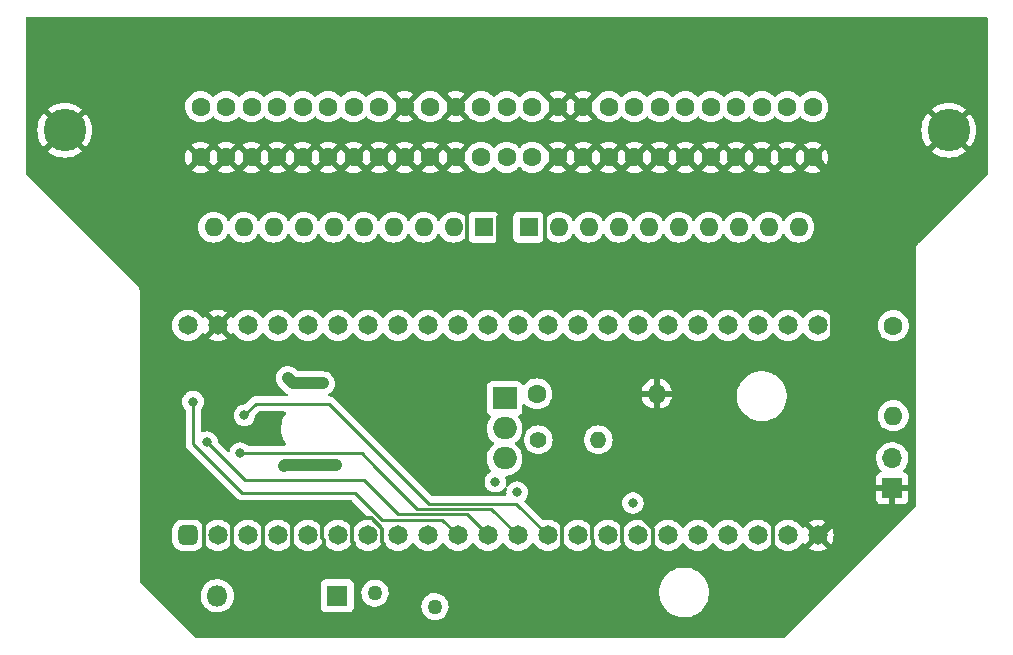
<source format=gbr>
%TF.GenerationSoftware,KiCad,Pcbnew,6.0.5-a6ca702e91~116~ubuntu21.10.1*%
%TF.CreationDate,2022-08-24T06:26:19-06:00*%
%TF.ProjectId,Centronics50_F4Lite_THTV1_1,43656e74-726f-46e6-9963-7335305f4634,rev?*%
%TF.SameCoordinates,Original*%
%TF.FileFunction,Copper,L3,Inr*%
%TF.FilePolarity,Positive*%
%FSLAX46Y46*%
G04 Gerber Fmt 4.6, Leading zero omitted, Abs format (unit mm)*
G04 Created by KiCad (PCBNEW 6.0.5-a6ca702e91~116~ubuntu21.10.1) date 2022-08-24 06:26:19*
%MOMM*%
%LPD*%
G01*
G04 APERTURE LIST*
G04 Aperture macros list*
%AMRoundRect*
0 Rectangle with rounded corners*
0 $1 Rounding radius*
0 $2 $3 $4 $5 $6 $7 $8 $9 X,Y pos of 4 corners*
0 Add a 4 corners polygon primitive as box body*
4,1,4,$2,$3,$4,$5,$6,$7,$8,$9,$2,$3,0*
0 Add four circle primitives for the rounded corners*
1,1,$1+$1,$2,$3*
1,1,$1+$1,$4,$5*
1,1,$1+$1,$6,$7*
1,1,$1+$1,$8,$9*
0 Add four rect primitives between the rounded corners*
20,1,$1+$1,$2,$3,$4,$5,0*
20,1,$1+$1,$4,$5,$6,$7,0*
20,1,$1+$1,$6,$7,$8,$9,0*
20,1,$1+$1,$8,$9,$2,$3,0*%
G04 Aperture macros list end*
%TA.AperFunction,ComponentPad*%
%ADD10C,1.270000*%
%TD*%
%TA.AperFunction,ComponentPad*%
%ADD11R,1.600000X1.600000*%
%TD*%
%TA.AperFunction,ComponentPad*%
%ADD12O,1.600000X1.600000*%
%TD*%
%TA.AperFunction,ComponentPad*%
%ADD13R,1.800000X1.800000*%
%TD*%
%TA.AperFunction,ComponentPad*%
%ADD14O,1.800000X1.800000*%
%TD*%
%TA.AperFunction,ComponentPad*%
%ADD15RoundRect,0.412500X0.412500X-0.412500X0.412500X0.412500X-0.412500X0.412500X-0.412500X-0.412500X0*%
%TD*%
%TA.AperFunction,ComponentPad*%
%ADD16C,1.650000*%
%TD*%
%TA.AperFunction,ComponentPad*%
%ADD17C,3.600000*%
%TD*%
%TA.AperFunction,ComponentPad*%
%ADD18C,1.600000*%
%TD*%
%TA.AperFunction,ComponentPad*%
%ADD19R,1.700000X1.700000*%
%TD*%
%TA.AperFunction,ComponentPad*%
%ADD20O,1.700000X1.700000*%
%TD*%
%TA.AperFunction,ComponentPad*%
%ADD21C,1.400000*%
%TD*%
%TA.AperFunction,ComponentPad*%
%ADD22O,1.400000X1.400000*%
%TD*%
%TA.AperFunction,ComponentPad*%
%ADD23R,2.000000X1.905000*%
%TD*%
%TA.AperFunction,ComponentPad*%
%ADD24O,2.000000X1.905000*%
%TD*%
%TA.AperFunction,ViaPad*%
%ADD25C,0.800000*%
%TD*%
%TA.AperFunction,Conductor*%
%ADD26C,0.330000*%
%TD*%
%TA.AperFunction,Conductor*%
%ADD27C,0.450000*%
%TD*%
%TA.AperFunction,Conductor*%
%ADD28C,0.750000*%
%TD*%
%TA.AperFunction,Conductor*%
%ADD29C,1.000000*%
%TD*%
%TA.AperFunction,Conductor*%
%ADD30C,0.250000*%
%TD*%
G04 APERTURE END LIST*
D10*
%TO.N,+5VP*%
%TO.C,F1*%
X125051820Y-79184500D03*
%TO.N,+5F*%
X130131820Y-80327500D03*
%TD*%
D11*
%TO.N,+2V8*%
%TO.C,RN1*%
X134251700Y-48204120D03*
D12*
%TO.N,ATN*%
X131711700Y-48204120D03*
%TO.N,BSY*%
X129171700Y-48204120D03*
%TO.N,ACK*%
X126631700Y-48204120D03*
%TO.N,RST*%
X124091700Y-48204120D03*
%TO.N,MSG*%
X121551700Y-48204120D03*
%TO.N,SEL*%
X119011700Y-48204120D03*
%TO.N,CD*%
X116471700Y-48204120D03*
%TO.N,REQ*%
X113931700Y-48204120D03*
%TO.N,IO*%
X111391700Y-48204120D03*
%TD*%
D11*
%TO.N,+2V8*%
%TO.C,RN2*%
X138061700Y-48204120D03*
D12*
%TO.N,DBP*%
X140601700Y-48204120D03*
%TO.N,DB7*%
X143141700Y-48204120D03*
%TO.N,DB6*%
X145681700Y-48204120D03*
%TO.N,DB5*%
X148221700Y-48204120D03*
%TO.N,DB4*%
X150761700Y-48204120D03*
%TO.N,DB3*%
X153301700Y-48204120D03*
%TO.N,DB2*%
X155841700Y-48204120D03*
%TO.N,DB1*%
X158381700Y-48204120D03*
%TO.N,DB0*%
X160921700Y-48204120D03*
%TD*%
D13*
%TO.N,+5VP*%
%TO.C,D2*%
X121864120Y-79413100D03*
D14*
%TO.N,+5V*%
X111704120Y-79413100D03*
%TD*%
D15*
%TO.N,unconnected-(U2-Pad1)*%
%TO.C,U2*%
X109216095Y-74293742D03*
D16*
%TO.N,unconnected-(U2-Pad2)*%
X111756095Y-74293742D03*
%TO.N,unconnected-(U2-Pad3)*%
X114296095Y-74293742D03*
%TO.N,unconnected-(U2-Pad4)*%
X116836095Y-74293742D03*
%TO.N,unconnected-(U2-Pad5)*%
X119376095Y-74293742D03*
%TO.N,unconnected-(U2-Pad6)*%
X121916095Y-74293742D03*
%TO.N,unconnected-(U2-Pad7)*%
X124456095Y-74293742D03*
%TO.N,unconnected-(U2-Pad8)*%
X126996095Y-74293742D03*
%TO.N,unconnected-(U2-Pad9)*%
X129536095Y-74293742D03*
%TO.N,SD_CS*%
X132076095Y-74293742D03*
%TO.N,SD_CLK*%
X134616095Y-74293742D03*
%TO.N,SD_MISO*%
X137156095Y-74293742D03*
%TO.N,SD_MOSI*%
X139696095Y-74293742D03*
%TO.N,ATN*%
X142236095Y-74293742D03*
%TO.N,BSY*%
X144776095Y-74293742D03*
%TO.N,ACK*%
X147316095Y-74293742D03*
%TO.N,unconnected-(U2-Pad17)*%
X149856095Y-74293742D03*
%TO.N,unconnected-(U2-Pad18)*%
X152396095Y-74293742D03*
%TO.N,unconnected-(U2-Pad19)*%
X154936095Y-74293742D03*
%TO.N,unconnected-(U2-Pad20)*%
X157476095Y-74293742D03*
%TO.N,RST*%
X160016095Y-74293742D03*
%TO.N,GND*%
X162556095Y-74293742D03*
%TO.N,DBP*%
X162556095Y-56513742D03*
%TO.N,Net-(R3-Pad1)*%
X160016095Y-56513742D03*
%TO.N,DB3*%
X157476095Y-56513742D03*
%TO.N,MSG*%
X154936095Y-56513742D03*
%TO.N,SEL*%
X152396095Y-56513742D03*
%TO.N,CD*%
X149856095Y-56513742D03*
%TO.N,REQ*%
X147316095Y-56513742D03*
%TO.N,IO*%
X144776095Y-56513742D03*
%TO.N,DB0*%
X142236095Y-56513742D03*
%TO.N,DB1*%
X139696095Y-56513742D03*
%TO.N,DB2*%
X137156095Y-56513742D03*
%TO.N,DB4*%
X134616095Y-56513742D03*
%TO.N,DB5*%
X132076095Y-56513742D03*
%TO.N,DB6*%
X129536095Y-56513742D03*
%TO.N,DB7*%
X126996095Y-56513742D03*
%TO.N,unconnected-(U2-Pad38)*%
X124456095Y-56513742D03*
%TO.N,unconnected-(U2-Pad39)*%
X121916095Y-56513742D03*
%TO.N,unconnected-(U2-Pad40)*%
X119376095Y-56513742D03*
%TO.N,unconnected-(U2-Pad41)*%
X116836095Y-56513742D03*
%TO.N,+3V3*%
X114296095Y-56513742D03*
%TO.N,GND*%
X111756095Y-56513742D03*
%TO.N,+5VP*%
X109216095Y-56513742D03*
%TD*%
D17*
%TO.N,GND*%
%TO.C,U3*%
X98782500Y-39998460D03*
X173632500Y-39998460D03*
D18*
X162127500Y-42288460D03*
X159967500Y-42288460D03*
X157807500Y-42288460D03*
X155647500Y-42288460D03*
X153487500Y-42288460D03*
X151327500Y-42288460D03*
X149167500Y-42288460D03*
X147007500Y-42288460D03*
X144847500Y-42288460D03*
X142687500Y-42288460D03*
X140527500Y-42288460D03*
%TO.N,unconnected-(U3-Pad12)*%
X138367500Y-42288460D03*
%TO.N,unconnected-(U3-Pad13)*%
X136207500Y-42288460D03*
%TO.N,unconnected-(U3-Pad14)*%
X134047500Y-42288460D03*
%TO.N,GND*%
X131887500Y-42288460D03*
X129727500Y-42288460D03*
X127567500Y-42288460D03*
X125407500Y-42288460D03*
X123247500Y-42288460D03*
X121087500Y-42288460D03*
X118927500Y-42288460D03*
X116767500Y-42288460D03*
X114607500Y-42288460D03*
X112447500Y-42288460D03*
X110287500Y-42288460D03*
%TO.N,DB0*%
X162127500Y-37998460D03*
%TO.N,DB1*%
X159967500Y-37998460D03*
%TO.N,DB2*%
X157807500Y-37998460D03*
%TO.N,DB3*%
X155647500Y-37998460D03*
%TO.N,DB4*%
X153487500Y-37998460D03*
%TO.N,DB5*%
X151327500Y-37998460D03*
%TO.N,DB6*%
X149167500Y-37998460D03*
%TO.N,DB7*%
X147007500Y-37998460D03*
%TO.N,DBP*%
X144847500Y-37998460D03*
%TO.N,GND*%
X142687500Y-37998460D03*
X140527500Y-37998460D03*
%TO.N,unconnected-(U3-Pad37)*%
X138367500Y-37998460D03*
%TO.N,+5V*%
X136207500Y-37998460D03*
%TO.N,unconnected-(U3-Pad39)*%
X134047500Y-37998460D03*
%TO.N,GND*%
X131887500Y-37998460D03*
%TO.N,ATN*%
X129727500Y-37998460D03*
%TO.N,GND*%
X127567500Y-37998460D03*
%TO.N,BSY*%
X125407500Y-37998460D03*
%TO.N,ACK*%
X123247500Y-37998460D03*
%TO.N,RST*%
X121087500Y-37998460D03*
%TO.N,MSG*%
X118927500Y-37998460D03*
%TO.N,SEL*%
X116767500Y-37998460D03*
%TO.N,CD*%
X114607500Y-37998460D03*
%TO.N,REQ*%
X112447500Y-37998460D03*
%TO.N,IO*%
X110287500Y-37998460D03*
%TD*%
D19*
%TO.N,GND*%
%TO.C,J3*%
X168854120Y-70307200D03*
D20*
%TO.N,Net-(J3-Pad2)*%
X168854120Y-67767200D03*
%TD*%
D18*
%TO.N,Net-(R3-Pad1)*%
%TO.C,R3*%
X168935400Y-56545480D03*
D12*
%TO.N,Net-(J3-Pad2)*%
X168935400Y-64165480D03*
%TD*%
D18*
%TO.N,Net-(C1-Pad1)*%
%TO.C,R1*%
X138758834Y-62317642D03*
D12*
%TO.N,GND*%
X148918834Y-62317642D03*
%TD*%
D21*
%TO.N,+2V8*%
%TO.C,R2*%
X138885834Y-66191144D03*
D22*
%TO.N,Net-(C1-Pad1)*%
X143965834Y-66191144D03*
%TD*%
D23*
%TO.N,Net-(C1-Pad1)*%
%TO.C,U1*%
X136028334Y-62698644D03*
D24*
%TO.N,+2V8*%
X136028334Y-65238644D03*
%TO.N,+5F*%
X136028334Y-67778644D03*
%TD*%
D25*
%TO.N,GND*%
X117475000Y-39796720D03*
X121168160Y-45115480D03*
X108524040Y-44594780D03*
X121799350Y-39775130D03*
X108498640Y-46865540D03*
X147007500Y-40005080D03*
X113150650Y-39673530D03*
X153487500Y-39958900D03*
X144209757Y-69302643D03*
X135991600Y-60198000D03*
X120265190Y-50725070D03*
X113479580Y-62776100D03*
X155647500Y-39909640D03*
X103893620Y-46817280D03*
X126153985Y-39743575D03*
X118215410Y-51067970D03*
X103868220Y-44518580D03*
X123990100Y-39715440D03*
X119600980Y-39801800D03*
X148640800Y-70967600D03*
X139862560Y-44782740D03*
X159967500Y-39953360D03*
X149167500Y-39955820D03*
X162514280Y-71269860D03*
X115285520Y-39672260D03*
X157807500Y-39961980D03*
X112623600Y-66192400D03*
X161206096Y-51493504D03*
X109298740Y-67627500D03*
X116072920Y-51574700D03*
X151019510Y-50910490D03*
X162514280Y-77106780D03*
X158887160Y-53850540D03*
X137744200Y-69265800D03*
X151327500Y-39906560D03*
X144847500Y-39952740D03*
X110314740Y-61678820D03*
%TO.N,+2V8*%
X117386100Y-68412360D03*
X121719340Y-68348860D03*
X117668040Y-60975240D03*
X120644920Y-61422280D03*
%TO.N,SD_CS*%
X109649260Y-62974220D03*
%TO.N,SD_CLK*%
X110845600Y-66397010D03*
%TO.N,SD_MISO*%
X113637060Y-67330320D03*
%TO.N,SD_MOSI*%
X113997740Y-64124840D03*
%TO.N,ATN*%
X135242300Y-69740780D03*
%TO.N,BSY*%
X137083800Y-70639940D03*
%TO.N,ACK*%
X146888200Y-71546720D03*
%TD*%
D26*
%TO.N,GND*%
X125646096Y-73722541D02*
X124788535Y-72864980D01*
X120741440Y-74698860D02*
X120566096Y-74523516D01*
X117960140Y-76337160D02*
X115587780Y-76337160D01*
D27*
X140527500Y-42288460D02*
X135476701Y-47339259D01*
D26*
X148572220Y-73788665D02*
X147708620Y-72925065D01*
X117960140Y-76337160D02*
X118026096Y-76271204D01*
X143504920Y-76337160D02*
X140853160Y-76337160D01*
X133460490Y-50910490D02*
X132876701Y-50326701D01*
X160512677Y-76337160D02*
X158724600Y-76337160D01*
X110563660Y-76337160D02*
X110563660Y-73014840D01*
X139436699Y-50186179D02*
X139436699Y-46897701D01*
X112936020Y-76337160D02*
X110563660Y-76337160D01*
X145966096Y-74830856D02*
X145966096Y-73515136D01*
X112946096Y-76327084D02*
X112946096Y-72814264D01*
X143504920Y-74719180D02*
X143426096Y-74640356D01*
X143048990Y-50910490D02*
X133460490Y-50910490D01*
X140853160Y-76337160D02*
X140853160Y-74897879D01*
X151019510Y-50910490D02*
X143048990Y-50910490D01*
X123106096Y-74843556D02*
X123106096Y-73334796D01*
X124788535Y-72864980D02*
X124254260Y-72864980D01*
X112936020Y-76337160D02*
X112946096Y-76327084D01*
X125646096Y-74858796D02*
X125646096Y-73722541D01*
X125849380Y-76337160D02*
X123240800Y-76337160D01*
X148572220Y-76337160D02*
X146090640Y-76337160D01*
D28*
X162556095Y-74293742D02*
X163956096Y-72893741D01*
D26*
X162556095Y-74293742D02*
X160512677Y-76337160D01*
X120566096Y-74523516D02*
X120566096Y-73210336D01*
X158724600Y-76337160D02*
X158724600Y-74391520D01*
X146090640Y-76337160D02*
X143504920Y-76337160D01*
X143504920Y-76337160D02*
X143504920Y-74719180D01*
X123240800Y-76337160D02*
X120741440Y-76337160D01*
X132876701Y-50326701D02*
X132876701Y-47011179D01*
X158724600Y-74391520D02*
X158724600Y-73118980D01*
X123240800Y-76337160D02*
X123240800Y-74978260D01*
X158724600Y-76337160D02*
X148572220Y-76337160D01*
X115587780Y-76337160D02*
X115587780Y-72994520D01*
X143426096Y-74640356D02*
X143426096Y-73217956D01*
X146090640Y-74955400D02*
X145966096Y-74830856D01*
X140886096Y-74864943D02*
X140886096Y-72339116D01*
X110563660Y-76337160D02*
X109768640Y-76337160D01*
X146090640Y-76337160D02*
X146090640Y-74955400D01*
X148572220Y-76337160D02*
X148572220Y-73788665D01*
X115587780Y-76337160D02*
X112936020Y-76337160D01*
X140853160Y-76337160D02*
X125849380Y-76337160D01*
D28*
X163956096Y-44117056D02*
X162127500Y-42288460D01*
D26*
X140853160Y-74897879D02*
X140886096Y-74864943D01*
X143048990Y-50910490D02*
X140161010Y-50910490D01*
X125849380Y-75062080D02*
X125646096Y-74858796D01*
X140161010Y-50910490D02*
X139436699Y-50186179D01*
X125849380Y-76337160D02*
X125849380Y-75062080D01*
D27*
X135476701Y-47339259D02*
X135476701Y-53941259D01*
D26*
X120741440Y-76337160D02*
X120741440Y-74698860D01*
X123240800Y-74978260D02*
X123106096Y-74843556D01*
X120741440Y-76337160D02*
X117960140Y-76337160D01*
D28*
X163956096Y-72893741D02*
X163956096Y-44117056D01*
D26*
X118026096Y-76271204D02*
X118026096Y-73101284D01*
D29*
%TO.N,+2V8*%
X120644920Y-61422280D02*
X118115080Y-61422280D01*
X118115080Y-61422280D02*
X117668040Y-60975240D01*
X117449600Y-68348860D02*
X117386100Y-68412360D01*
X121719340Y-68348860D02*
X117449600Y-68348860D01*
D30*
%TO.N,SD_CS*%
X109649260Y-62974220D02*
X109649260Y-62974220D01*
X113792000Y-70683120D02*
X109649260Y-66540380D01*
X109649260Y-66540380D02*
X109649260Y-62974220D01*
X125611909Y-72955169D02*
X123339860Y-70683120D01*
X123339860Y-70683120D02*
X113792000Y-70683120D01*
X132076095Y-74293742D02*
X130737522Y-72955169D01*
X130737522Y-72955169D02*
X125611909Y-72955169D01*
%TO.N,SD_CLK*%
X110845600Y-66397010D02*
X110845600Y-66397010D01*
X132827513Y-72505160D02*
X126960220Y-72505160D01*
X126960220Y-72505160D02*
X124081540Y-69626480D01*
X124081540Y-69626480D02*
X114075070Y-69626480D01*
X114075070Y-69626480D02*
X110845600Y-66397010D01*
X134616095Y-74293742D02*
X132827513Y-72505160D01*
%TO.N,SD_MISO*%
X113637060Y-67330320D02*
X113637060Y-67330320D01*
X125069600Y-68475860D02*
X125069600Y-68470780D01*
X123929140Y-67330320D02*
X113637060Y-67330320D01*
X134917503Y-72055150D02*
X128648890Y-72055150D01*
X137156095Y-74293742D02*
X134917503Y-72055150D01*
X128648890Y-72055150D02*
X125069600Y-68475860D01*
X125069600Y-68470780D02*
X123929140Y-67330320D01*
%TO.N,SD_MOSI*%
X113997740Y-64124840D02*
X113997740Y-64124840D01*
X114958937Y-63163643D02*
X113997740Y-64124840D01*
X137007493Y-71605140D02*
X129603500Y-71605140D01*
X129603500Y-71605140D02*
X121162003Y-63163643D01*
X139696095Y-74293742D02*
X137007493Y-71605140D01*
X121162003Y-63163643D02*
X114958937Y-63163643D01*
%TD*%
%TA.AperFunction,Conductor*%
%TO.N,GND*%
G36*
X176883621Y-30411602D02*
G01*
X176930114Y-30465258D01*
X176941500Y-30517600D01*
X176941500Y-43656322D01*
X176921498Y-43724443D01*
X176904595Y-43745417D01*
X171085336Y-49564677D01*
X171075796Y-49572300D01*
X171076110Y-49572668D01*
X171069274Y-49578486D01*
X171061682Y-49583276D01*
X171055740Y-49590004D01*
X171026047Y-49623625D01*
X171020701Y-49629312D01*
X171009258Y-49640755D01*
X171003618Y-49648280D01*
X171002981Y-49649130D01*
X170996607Y-49656959D01*
X170965262Y-49692451D01*
X170961448Y-49700574D01*
X170959814Y-49703062D01*
X170950826Y-49718023D01*
X170949411Y-49720608D01*
X170944024Y-49727795D01*
X170940873Y-49736201D01*
X170927399Y-49772142D01*
X170923473Y-49781458D01*
X170903359Y-49824300D01*
X170901978Y-49833169D01*
X170901112Y-49836002D01*
X170896682Y-49852889D01*
X170896048Y-49855774D01*
X170892895Y-49864184D01*
X170892230Y-49873139D01*
X170889386Y-49911406D01*
X170888232Y-49921452D01*
X170886140Y-49934886D01*
X170886140Y-49950406D01*
X170885794Y-49959743D01*
X170882101Y-50009441D01*
X170883975Y-50018220D01*
X170884538Y-50026478D01*
X170886140Y-50041661D01*
X170886140Y-71738593D01*
X170866138Y-71806714D01*
X170849243Y-71827681D01*
X167045737Y-75631857D01*
X161204297Y-81474325D01*
X159737032Y-82941848D01*
X159674723Y-82975878D01*
X159647929Y-82978760D01*
X109914618Y-82978760D01*
X109846497Y-82958758D01*
X109825523Y-82941855D01*
X106262236Y-79378569D01*
X110291215Y-79378569D01*
X110291512Y-79383722D01*
X110291512Y-79383725D01*
X110300790Y-79544638D01*
X110304547Y-79609797D01*
X110305684Y-79614843D01*
X110305685Y-79614849D01*
X110330021Y-79722836D01*
X110355466Y-79835742D01*
X110357408Y-79840524D01*
X110357409Y-79840528D01*
X110422258Y-80000232D01*
X110442604Y-80050337D01*
X110563621Y-80247819D01*
X110715267Y-80422884D01*
X110893469Y-80570830D01*
X111093442Y-80687684D01*
X111309814Y-80770309D01*
X111314880Y-80771340D01*
X111314881Y-80771340D01*
X111367966Y-80782140D01*
X111536776Y-80816485D01*
X111666209Y-80821231D01*
X111763069Y-80824783D01*
X111763073Y-80824783D01*
X111768233Y-80824972D01*
X111773353Y-80824316D01*
X111773355Y-80824316D01*
X111847286Y-80814845D01*
X111997967Y-80795542D01*
X112002915Y-80794057D01*
X112002922Y-80794056D01*
X112214867Y-80730469D01*
X112219810Y-80728986D01*
X112300356Y-80689527D01*
X112423169Y-80629362D01*
X112423172Y-80629360D01*
X112427804Y-80627091D01*
X112616363Y-80492594D01*
X112748182Y-80361234D01*
X120455620Y-80361234D01*
X120462375Y-80423416D01*
X120513505Y-80559805D01*
X120600859Y-80676361D01*
X120717415Y-80763715D01*
X120853804Y-80814845D01*
X120915986Y-80821600D01*
X122812254Y-80821600D01*
X122874436Y-80814845D01*
X123010825Y-80763715D01*
X123127381Y-80676361D01*
X123214735Y-80559805D01*
X123265865Y-80423416D01*
X123272620Y-80361234D01*
X123272620Y-79154438D01*
X123903815Y-79154438D01*
X123917560Y-79364149D01*
X123969291Y-79567843D01*
X123971710Y-79573090D01*
X124054858Y-79753453D01*
X124054861Y-79753458D01*
X124057277Y-79758699D01*
X124060608Y-79763412D01*
X124060609Y-79763414D01*
X124172345Y-79921515D01*
X124178571Y-79930325D01*
X124329109Y-80076974D01*
X124333905Y-80080179D01*
X124333908Y-80080181D01*
X124382512Y-80112657D01*
X124503851Y-80193733D01*
X124509159Y-80196014D01*
X124509160Y-80196014D01*
X124691642Y-80274414D01*
X124691645Y-80274415D01*
X124696945Y-80276692D01*
X124702574Y-80277966D01*
X124702575Y-80277966D01*
X124896287Y-80321799D01*
X124896293Y-80321800D01*
X124901924Y-80323074D01*
X124907695Y-80323301D01*
X124907697Y-80323301D01*
X124971253Y-80325798D01*
X125111923Y-80331325D01*
X125319908Y-80301169D01*
X125325372Y-80299314D01*
X125325377Y-80299313D01*
X125330901Y-80297438D01*
X128983815Y-80297438D01*
X128997560Y-80507149D01*
X129049291Y-80710843D01*
X129051710Y-80716090D01*
X129134858Y-80896453D01*
X129134861Y-80896458D01*
X129137277Y-80901699D01*
X129140608Y-80906412D01*
X129140609Y-80906414D01*
X129250477Y-81061872D01*
X129258571Y-81073325D01*
X129409109Y-81219974D01*
X129413905Y-81223179D01*
X129413908Y-81223181D01*
X129438571Y-81239660D01*
X129583851Y-81336733D01*
X129589159Y-81339014D01*
X129589160Y-81339014D01*
X129771642Y-81417414D01*
X129771645Y-81417415D01*
X129776945Y-81419692D01*
X129782574Y-81420966D01*
X129782575Y-81420966D01*
X129976287Y-81464799D01*
X129976293Y-81464800D01*
X129981924Y-81466074D01*
X129987695Y-81466301D01*
X129987697Y-81466301D01*
X130051253Y-81468798D01*
X130191923Y-81474325D01*
X130399908Y-81444169D01*
X130405372Y-81442314D01*
X130405377Y-81442313D01*
X130593444Y-81378473D01*
X130593449Y-81378471D01*
X130598916Y-81376615D01*
X130782280Y-81273926D01*
X130943861Y-81139541D01*
X131078246Y-80977960D01*
X131163924Y-80824972D01*
X131178111Y-80799639D01*
X131178112Y-80799637D01*
X131180935Y-80794596D01*
X131182791Y-80789129D01*
X131182793Y-80789124D01*
X131246633Y-80601057D01*
X131246634Y-80601052D01*
X131248489Y-80595588D01*
X131278645Y-80387603D01*
X131280219Y-80327500D01*
X131260989Y-80118221D01*
X131248221Y-80072947D01*
X131225420Y-79992103D01*
X131203943Y-79915951D01*
X131110991Y-79727463D01*
X131050253Y-79646124D01*
X130988700Y-79563695D01*
X130988699Y-79563694D01*
X130985247Y-79559071D01*
X130981011Y-79555155D01*
X130835161Y-79420333D01*
X130835158Y-79420331D01*
X130830921Y-79416414D01*
X130653182Y-79304269D01*
X130551904Y-79263863D01*
X149112183Y-79263863D01*
X149112742Y-79268107D01*
X149112742Y-79268111D01*
X149125386Y-79364149D01*
X149149708Y-79548894D01*
X149225569Y-79826196D01*
X149227253Y-79830144D01*
X149335198Y-80083215D01*
X149338363Y-80090636D01*
X149412913Y-80215200D01*
X149482277Y-80331098D01*
X149486001Y-80337321D01*
X149665753Y-80561688D01*
X149737067Y-80629362D01*
X149817029Y-80705243D01*
X149874291Y-80759583D01*
X150107757Y-80927346D01*
X150111552Y-80929355D01*
X150111553Y-80929356D01*
X150133309Y-80940875D01*
X150361832Y-81061872D01*
X150386139Y-81070767D01*
X150584159Y-81143232D01*
X150631813Y-81160671D01*
X150912704Y-81221915D01*
X150941281Y-81224164D01*
X151135722Y-81239467D01*
X151135731Y-81239467D01*
X151138179Y-81239660D01*
X151293711Y-81239660D01*
X151295847Y-81239514D01*
X151295858Y-81239514D01*
X151503988Y-81225325D01*
X151503994Y-81225324D01*
X151508265Y-81225033D01*
X151512460Y-81224164D01*
X151512462Y-81224164D01*
X151649023Y-81195884D01*
X151789782Y-81166734D01*
X152060783Y-81070767D01*
X152316252Y-80938910D01*
X152319753Y-80936449D01*
X152319757Y-80936447D01*
X152491911Y-80815455D01*
X152551463Y-80773601D01*
X152663832Y-80669181D01*
X152758919Y-80580821D01*
X152758921Y-80580818D01*
X152762062Y-80577900D01*
X152944153Y-80355428D01*
X153094367Y-80110302D01*
X153209923Y-79847058D01*
X153213147Y-79835742D01*
X153287508Y-79574694D01*
X153288684Y-79570566D01*
X153328055Y-79293924D01*
X153328586Y-79290196D01*
X153328586Y-79290194D01*
X153329191Y-79285944D01*
X153329285Y-79268111D01*
X153330675Y-79002743D01*
X153330675Y-79002736D01*
X153330697Y-78998457D01*
X153326906Y-78969657D01*
X153309181Y-78835027D01*
X153293172Y-78713426D01*
X153291091Y-78705817D01*
X153271025Y-78632471D01*
X153217311Y-78436124D01*
X153181903Y-78353112D01*
X153106203Y-78175636D01*
X153106201Y-78175632D01*
X153104517Y-78171684D01*
X152956879Y-77924999D01*
X152777127Y-77700632D01*
X152568589Y-77502737D01*
X152335123Y-77334974D01*
X152313283Y-77323410D01*
X152290094Y-77311132D01*
X152081048Y-77200448D01*
X151811067Y-77101649D01*
X151530176Y-77040405D01*
X151499125Y-77037961D01*
X151307158Y-77022853D01*
X151307149Y-77022853D01*
X151304701Y-77022660D01*
X151149169Y-77022660D01*
X151147033Y-77022806D01*
X151147022Y-77022806D01*
X150938892Y-77036995D01*
X150938886Y-77036996D01*
X150934615Y-77037287D01*
X150930420Y-77038156D01*
X150930418Y-77038156D01*
X150793857Y-77066436D01*
X150653098Y-77095586D01*
X150382097Y-77191553D01*
X150126628Y-77323410D01*
X150123127Y-77325871D01*
X150123123Y-77325873D01*
X150113034Y-77332964D01*
X149891417Y-77488719D01*
X149680818Y-77684420D01*
X149498727Y-77906892D01*
X149348513Y-78152018D01*
X149346787Y-78155951D01*
X149346786Y-78155952D01*
X149294614Y-78274803D01*
X149232957Y-78415262D01*
X149231782Y-78419389D01*
X149231781Y-78419390D01*
X149218798Y-78464966D01*
X149154196Y-78691754D01*
X149133806Y-78835027D01*
X149117234Y-78951470D01*
X149113689Y-78976376D01*
X149113667Y-78980665D01*
X149113666Y-78980672D01*
X149112205Y-79259577D01*
X149112183Y-79263863D01*
X130551904Y-79263863D01*
X130457983Y-79226392D01*
X130452326Y-79225267D01*
X130452320Y-79225265D01*
X130257527Y-79186519D01*
X130257525Y-79186519D01*
X130251860Y-79185392D01*
X130246085Y-79185316D01*
X130246081Y-79185316D01*
X130140821Y-79183938D01*
X130041718Y-79182641D01*
X130036021Y-79183620D01*
X130036020Y-79183620D01*
X130009343Y-79188204D01*
X129834592Y-79218232D01*
X129637421Y-79290972D01*
X129456808Y-79398426D01*
X129298801Y-79536994D01*
X129168692Y-79702037D01*
X129166001Y-79707153D01*
X129165999Y-79707155D01*
X129092393Y-79847058D01*
X129070838Y-79888027D01*
X129008516Y-80088734D01*
X129007837Y-80094469D01*
X129007837Y-80094470D01*
X129005026Y-80118221D01*
X128983815Y-80297438D01*
X125330901Y-80297438D01*
X125513444Y-80235473D01*
X125513449Y-80235471D01*
X125518916Y-80233615D01*
X125702280Y-80130926D01*
X125863861Y-79996541D01*
X125998246Y-79834960D01*
X126100935Y-79651596D01*
X126102791Y-79646129D01*
X126102793Y-79646124D01*
X126166633Y-79458057D01*
X126166634Y-79458052D01*
X126168489Y-79452588D01*
X126198645Y-79244603D01*
X126200219Y-79184500D01*
X126180989Y-78975221D01*
X126123943Y-78772951D01*
X126030991Y-78584463D01*
X126009072Y-78555109D01*
X125908700Y-78420695D01*
X125908699Y-78420694D01*
X125905247Y-78416071D01*
X125901011Y-78412155D01*
X125755161Y-78277333D01*
X125755158Y-78277331D01*
X125750921Y-78273414D01*
X125573182Y-78161269D01*
X125377983Y-78083392D01*
X125372326Y-78082267D01*
X125372320Y-78082265D01*
X125177527Y-78043519D01*
X125177525Y-78043519D01*
X125171860Y-78042392D01*
X125166085Y-78042316D01*
X125166081Y-78042316D01*
X125060821Y-78040938D01*
X124961718Y-78039641D01*
X124956021Y-78040620D01*
X124956020Y-78040620D01*
X124797430Y-78067871D01*
X124754592Y-78075232D01*
X124557421Y-78147972D01*
X124376808Y-78255426D01*
X124218801Y-78393994D01*
X124088692Y-78559037D01*
X124086001Y-78564153D01*
X124085999Y-78564155D01*
X124018866Y-78691754D01*
X123990838Y-78745027D01*
X123928516Y-78945734D01*
X123903815Y-79154438D01*
X123272620Y-79154438D01*
X123272620Y-78464966D01*
X123265865Y-78402784D01*
X123214735Y-78266395D01*
X123127381Y-78149839D01*
X123010825Y-78062485D01*
X122874436Y-78011355D01*
X122812254Y-78004600D01*
X120915986Y-78004600D01*
X120853804Y-78011355D01*
X120717415Y-78062485D01*
X120600859Y-78149839D01*
X120513505Y-78266395D01*
X120462375Y-78402784D01*
X120455620Y-78464966D01*
X120455620Y-80361234D01*
X112748182Y-80361234D01*
X112780423Y-80329105D01*
X112784232Y-80323805D01*
X112817170Y-80277966D01*
X112915578Y-80141017D01*
X112920566Y-80130926D01*
X113015904Y-79938022D01*
X113015905Y-79938020D01*
X113018198Y-79933380D01*
X113085528Y-79711771D01*
X113115760Y-79482141D01*
X113115842Y-79478791D01*
X113117365Y-79416465D01*
X113117365Y-79416461D01*
X113117447Y-79413100D01*
X113108753Y-79307350D01*
X113098893Y-79187418D01*
X113098892Y-79187412D01*
X113098469Y-79182267D01*
X113045685Y-78972124D01*
X113043304Y-78962644D01*
X113043303Y-78962640D01*
X113042045Y-78957633D01*
X113039986Y-78952897D01*
X112951750Y-78749968D01*
X112951748Y-78749965D01*
X112949690Y-78745231D01*
X112823884Y-78550765D01*
X112668007Y-78379458D01*
X112663956Y-78376259D01*
X112663952Y-78376255D01*
X112490297Y-78239111D01*
X112490292Y-78239108D01*
X112486243Y-78235910D01*
X112481727Y-78233417D01*
X112481724Y-78233415D01*
X112287999Y-78126473D01*
X112287995Y-78126471D01*
X112283475Y-78123976D01*
X112278606Y-78122252D01*
X112278602Y-78122250D01*
X112070023Y-78048388D01*
X112070019Y-78048387D01*
X112065148Y-78046662D01*
X112060055Y-78045755D01*
X112060052Y-78045754D01*
X111842215Y-78006951D01*
X111842209Y-78006950D01*
X111837126Y-78006045D01*
X111764216Y-78005154D01*
X111610701Y-78003279D01*
X111610699Y-78003279D01*
X111605531Y-78003216D01*
X111376584Y-78038250D01*
X111156434Y-78110206D01*
X111151846Y-78112594D01*
X111151842Y-78112596D01*
X111012596Y-78185083D01*
X110950992Y-78217152D01*
X110946859Y-78220255D01*
X110946856Y-78220257D01*
X110769910Y-78353112D01*
X110765775Y-78356217D01*
X110605759Y-78523664D01*
X110602845Y-78527936D01*
X110602844Y-78527937D01*
X110587272Y-78550765D01*
X110475239Y-78714999D01*
X110377722Y-78925081D01*
X110315827Y-79148269D01*
X110291215Y-79378569D01*
X106262236Y-79378569D01*
X105157845Y-78274178D01*
X105123819Y-78211866D01*
X105120940Y-78185083D01*
X105120940Y-73816781D01*
X107882595Y-73816781D01*
X107882596Y-74770702D01*
X107888923Y-74851112D01*
X107890417Y-74856687D01*
X107935991Y-75026770D01*
X107939031Y-75038117D01*
X108026925Y-75210618D01*
X108148763Y-75361074D01*
X108153889Y-75365225D01*
X108262279Y-75452998D01*
X108299219Y-75482912D01*
X108471720Y-75570806D01*
X108478093Y-75572514D01*
X108478094Y-75572514D01*
X108625458Y-75612000D01*
X108658725Y-75620914D01*
X108664479Y-75621367D01*
X108664480Y-75621367D01*
X108736675Y-75627049D01*
X108736688Y-75627050D01*
X108739134Y-75627242D01*
X109216095Y-75627242D01*
X109693055Y-75627241D01*
X109741372Y-75623439D01*
X109767711Y-75621367D01*
X109767714Y-75621367D01*
X109773465Y-75620914D01*
X109960470Y-75570806D01*
X110132971Y-75482912D01*
X110169912Y-75452998D01*
X110278301Y-75365225D01*
X110283427Y-75361074D01*
X110405265Y-75210618D01*
X110463768Y-75095800D01*
X110512517Y-75044185D01*
X110581431Y-75027119D01*
X110648633Y-75050020D01*
X110679248Y-75080732D01*
X110730673Y-75154174D01*
X110895663Y-75319164D01*
X110900171Y-75322321D01*
X110900174Y-75322323D01*
X111082289Y-75449841D01*
X111086798Y-75452998D01*
X111091780Y-75455321D01*
X111091785Y-75455324D01*
X111150948Y-75482912D01*
X111298269Y-75551609D01*
X111303577Y-75553031D01*
X111303579Y-75553032D01*
X111518336Y-75610576D01*
X111518338Y-75610576D01*
X111523651Y-75612000D01*
X111756095Y-75632336D01*
X111988539Y-75612000D01*
X111993852Y-75610576D01*
X111993854Y-75610576D01*
X112208611Y-75553032D01*
X112208613Y-75553031D01*
X112213921Y-75551609D01*
X112361242Y-75482912D01*
X112420405Y-75455324D01*
X112420410Y-75455321D01*
X112425392Y-75452998D01*
X112429901Y-75449841D01*
X112612016Y-75322323D01*
X112612019Y-75322321D01*
X112616527Y-75319164D01*
X112781517Y-75154174D01*
X112915351Y-74963039D01*
X112917218Y-74959035D01*
X112968359Y-74910273D01*
X113038072Y-74896837D01*
X113103983Y-74923224D01*
X113134923Y-74958930D01*
X113136839Y-74963039D01*
X113270673Y-75154174D01*
X113435663Y-75319164D01*
X113440171Y-75322321D01*
X113440174Y-75322323D01*
X113622289Y-75449841D01*
X113626798Y-75452998D01*
X113631780Y-75455321D01*
X113631785Y-75455324D01*
X113690948Y-75482912D01*
X113838269Y-75551609D01*
X113843577Y-75553031D01*
X113843579Y-75553032D01*
X114058336Y-75610576D01*
X114058338Y-75610576D01*
X114063651Y-75612000D01*
X114296095Y-75632336D01*
X114528539Y-75612000D01*
X114533852Y-75610576D01*
X114533854Y-75610576D01*
X114748611Y-75553032D01*
X114748613Y-75553031D01*
X114753921Y-75551609D01*
X114901242Y-75482912D01*
X114960405Y-75455324D01*
X114960410Y-75455321D01*
X114965392Y-75452998D01*
X114969901Y-75449841D01*
X115152016Y-75322323D01*
X115152019Y-75322321D01*
X115156527Y-75319164D01*
X115321517Y-75154174D01*
X115455351Y-74963039D01*
X115457218Y-74959035D01*
X115508359Y-74910273D01*
X115578072Y-74896837D01*
X115643983Y-74923224D01*
X115674923Y-74958930D01*
X115676839Y-74963039D01*
X115810673Y-75154174D01*
X115975663Y-75319164D01*
X115980171Y-75322321D01*
X115980174Y-75322323D01*
X116162289Y-75449841D01*
X116166798Y-75452998D01*
X116171780Y-75455321D01*
X116171785Y-75455324D01*
X116230948Y-75482912D01*
X116378269Y-75551609D01*
X116383577Y-75553031D01*
X116383579Y-75553032D01*
X116598336Y-75610576D01*
X116598338Y-75610576D01*
X116603651Y-75612000D01*
X116836095Y-75632336D01*
X117068539Y-75612000D01*
X117073852Y-75610576D01*
X117073854Y-75610576D01*
X117288611Y-75553032D01*
X117288613Y-75553031D01*
X117293921Y-75551609D01*
X117441242Y-75482912D01*
X117500405Y-75455324D01*
X117500410Y-75455321D01*
X117505392Y-75452998D01*
X117509901Y-75449841D01*
X117692016Y-75322323D01*
X117692019Y-75322321D01*
X117696527Y-75319164D01*
X117861517Y-75154174D01*
X117995351Y-74963039D01*
X117997218Y-74959035D01*
X118048359Y-74910273D01*
X118118072Y-74896837D01*
X118183983Y-74923224D01*
X118214923Y-74958930D01*
X118216839Y-74963039D01*
X118350673Y-75154174D01*
X118515663Y-75319164D01*
X118520171Y-75322321D01*
X118520174Y-75322323D01*
X118702289Y-75449841D01*
X118706798Y-75452998D01*
X118711780Y-75455321D01*
X118711785Y-75455324D01*
X118770948Y-75482912D01*
X118918269Y-75551609D01*
X118923577Y-75553031D01*
X118923579Y-75553032D01*
X119138336Y-75610576D01*
X119138338Y-75610576D01*
X119143651Y-75612000D01*
X119376095Y-75632336D01*
X119608539Y-75612000D01*
X119613852Y-75610576D01*
X119613854Y-75610576D01*
X119828611Y-75553032D01*
X119828613Y-75553031D01*
X119833921Y-75551609D01*
X119981242Y-75482912D01*
X120040405Y-75455324D01*
X120040410Y-75455321D01*
X120045392Y-75452998D01*
X120049901Y-75449841D01*
X120232016Y-75322323D01*
X120232019Y-75322321D01*
X120236527Y-75319164D01*
X120401517Y-75154174D01*
X120535351Y-74963039D01*
X120537218Y-74959035D01*
X120588359Y-74910273D01*
X120658072Y-74896837D01*
X120723983Y-74923224D01*
X120754923Y-74958930D01*
X120756839Y-74963039D01*
X120890673Y-75154174D01*
X121055663Y-75319164D01*
X121060171Y-75322321D01*
X121060174Y-75322323D01*
X121242289Y-75449841D01*
X121246798Y-75452998D01*
X121251780Y-75455321D01*
X121251785Y-75455324D01*
X121310948Y-75482912D01*
X121458269Y-75551609D01*
X121463577Y-75553031D01*
X121463579Y-75553032D01*
X121678336Y-75610576D01*
X121678338Y-75610576D01*
X121683651Y-75612000D01*
X121916095Y-75632336D01*
X122148539Y-75612000D01*
X122153852Y-75610576D01*
X122153854Y-75610576D01*
X122368611Y-75553032D01*
X122368613Y-75553031D01*
X122373921Y-75551609D01*
X122521242Y-75482912D01*
X122580405Y-75455324D01*
X122580410Y-75455321D01*
X122585392Y-75452998D01*
X122589901Y-75449841D01*
X122772016Y-75322323D01*
X122772019Y-75322321D01*
X122776527Y-75319164D01*
X122941517Y-75154174D01*
X123075351Y-74963039D01*
X123077218Y-74959035D01*
X123128359Y-74910273D01*
X123198072Y-74896837D01*
X123263983Y-74923224D01*
X123294923Y-74958930D01*
X123296839Y-74963039D01*
X123430673Y-75154174D01*
X123595663Y-75319164D01*
X123600171Y-75322321D01*
X123600174Y-75322323D01*
X123782289Y-75449841D01*
X123786798Y-75452998D01*
X123791780Y-75455321D01*
X123791785Y-75455324D01*
X123850948Y-75482912D01*
X123998269Y-75551609D01*
X124003577Y-75553031D01*
X124003579Y-75553032D01*
X124218336Y-75610576D01*
X124218338Y-75610576D01*
X124223651Y-75612000D01*
X124456095Y-75632336D01*
X124688539Y-75612000D01*
X124693852Y-75610576D01*
X124693854Y-75610576D01*
X124908611Y-75553032D01*
X124908613Y-75553031D01*
X124913921Y-75551609D01*
X125061242Y-75482912D01*
X125120405Y-75455324D01*
X125120410Y-75455321D01*
X125125392Y-75452998D01*
X125129901Y-75449841D01*
X125312016Y-75322323D01*
X125312019Y-75322321D01*
X125316527Y-75319164D01*
X125481517Y-75154174D01*
X125615351Y-74963039D01*
X125617218Y-74959035D01*
X125668359Y-74910273D01*
X125738072Y-74896837D01*
X125803983Y-74923224D01*
X125834923Y-74958930D01*
X125836839Y-74963039D01*
X125970673Y-75154174D01*
X126135663Y-75319164D01*
X126140171Y-75322321D01*
X126140174Y-75322323D01*
X126322289Y-75449841D01*
X126326798Y-75452998D01*
X126331780Y-75455321D01*
X126331785Y-75455324D01*
X126390948Y-75482912D01*
X126538269Y-75551609D01*
X126543577Y-75553031D01*
X126543579Y-75553032D01*
X126758336Y-75610576D01*
X126758338Y-75610576D01*
X126763651Y-75612000D01*
X126996095Y-75632336D01*
X127228539Y-75612000D01*
X127233852Y-75610576D01*
X127233854Y-75610576D01*
X127448611Y-75553032D01*
X127448613Y-75553031D01*
X127453921Y-75551609D01*
X127601242Y-75482912D01*
X127660405Y-75455324D01*
X127660410Y-75455321D01*
X127665392Y-75452998D01*
X127669901Y-75449841D01*
X127852016Y-75322323D01*
X127852019Y-75322321D01*
X127856527Y-75319164D01*
X128021517Y-75154174D01*
X128155351Y-74963039D01*
X128157218Y-74959035D01*
X128208359Y-74910273D01*
X128278072Y-74896837D01*
X128343983Y-74923224D01*
X128374923Y-74958930D01*
X128376839Y-74963039D01*
X128510673Y-75154174D01*
X128675663Y-75319164D01*
X128680171Y-75322321D01*
X128680174Y-75322323D01*
X128862289Y-75449841D01*
X128866798Y-75452998D01*
X128871780Y-75455321D01*
X128871785Y-75455324D01*
X128930948Y-75482912D01*
X129078269Y-75551609D01*
X129083577Y-75553031D01*
X129083579Y-75553032D01*
X129298336Y-75610576D01*
X129298338Y-75610576D01*
X129303651Y-75612000D01*
X129536095Y-75632336D01*
X129768539Y-75612000D01*
X129773852Y-75610576D01*
X129773854Y-75610576D01*
X129988611Y-75553032D01*
X129988613Y-75553031D01*
X129993921Y-75551609D01*
X130141242Y-75482912D01*
X130200405Y-75455324D01*
X130200410Y-75455321D01*
X130205392Y-75452998D01*
X130209901Y-75449841D01*
X130392016Y-75322323D01*
X130392019Y-75322321D01*
X130396527Y-75319164D01*
X130561517Y-75154174D01*
X130695351Y-74963039D01*
X130697218Y-74959035D01*
X130748359Y-74910273D01*
X130818072Y-74896837D01*
X130883983Y-74923224D01*
X130914923Y-74958930D01*
X130916839Y-74963039D01*
X131050673Y-75154174D01*
X131215663Y-75319164D01*
X131220171Y-75322321D01*
X131220174Y-75322323D01*
X131402289Y-75449841D01*
X131406798Y-75452998D01*
X131411780Y-75455321D01*
X131411785Y-75455324D01*
X131470948Y-75482912D01*
X131618269Y-75551609D01*
X131623577Y-75553031D01*
X131623579Y-75553032D01*
X131838336Y-75610576D01*
X131838338Y-75610576D01*
X131843651Y-75612000D01*
X132076095Y-75632336D01*
X132308539Y-75612000D01*
X132313852Y-75610576D01*
X132313854Y-75610576D01*
X132528611Y-75553032D01*
X132528613Y-75553031D01*
X132533921Y-75551609D01*
X132681242Y-75482912D01*
X132740405Y-75455324D01*
X132740410Y-75455321D01*
X132745392Y-75452998D01*
X132749901Y-75449841D01*
X132932016Y-75322323D01*
X132932019Y-75322321D01*
X132936527Y-75319164D01*
X133101517Y-75154174D01*
X133235351Y-74963039D01*
X133237218Y-74959035D01*
X133288359Y-74910273D01*
X133358072Y-74896837D01*
X133423983Y-74923224D01*
X133454923Y-74958930D01*
X133456839Y-74963039D01*
X133590673Y-75154174D01*
X133755663Y-75319164D01*
X133760171Y-75322321D01*
X133760174Y-75322323D01*
X133942289Y-75449841D01*
X133946798Y-75452998D01*
X133951780Y-75455321D01*
X133951785Y-75455324D01*
X134010948Y-75482912D01*
X134158269Y-75551609D01*
X134163577Y-75553031D01*
X134163579Y-75553032D01*
X134378336Y-75610576D01*
X134378338Y-75610576D01*
X134383651Y-75612000D01*
X134616095Y-75632336D01*
X134848539Y-75612000D01*
X134853852Y-75610576D01*
X134853854Y-75610576D01*
X135068611Y-75553032D01*
X135068613Y-75553031D01*
X135073921Y-75551609D01*
X135221242Y-75482912D01*
X135280405Y-75455324D01*
X135280410Y-75455321D01*
X135285392Y-75452998D01*
X135289901Y-75449841D01*
X135472016Y-75322323D01*
X135472019Y-75322321D01*
X135476527Y-75319164D01*
X135641517Y-75154174D01*
X135775351Y-74963039D01*
X135777218Y-74959035D01*
X135828359Y-74910273D01*
X135898072Y-74896837D01*
X135963983Y-74923224D01*
X135994923Y-74958930D01*
X135996839Y-74963039D01*
X136130673Y-75154174D01*
X136295663Y-75319164D01*
X136300171Y-75322321D01*
X136300174Y-75322323D01*
X136482289Y-75449841D01*
X136486798Y-75452998D01*
X136491780Y-75455321D01*
X136491785Y-75455324D01*
X136550948Y-75482912D01*
X136698269Y-75551609D01*
X136703577Y-75553031D01*
X136703579Y-75553032D01*
X136918336Y-75610576D01*
X136918338Y-75610576D01*
X136923651Y-75612000D01*
X137156095Y-75632336D01*
X137388539Y-75612000D01*
X137393852Y-75610576D01*
X137393854Y-75610576D01*
X137608611Y-75553032D01*
X137608613Y-75553031D01*
X137613921Y-75551609D01*
X137761242Y-75482912D01*
X137820405Y-75455324D01*
X137820410Y-75455321D01*
X137825392Y-75452998D01*
X137829901Y-75449841D01*
X138012016Y-75322323D01*
X138012019Y-75322321D01*
X138016527Y-75319164D01*
X138181517Y-75154174D01*
X138315351Y-74963039D01*
X138317218Y-74959035D01*
X138368359Y-74910273D01*
X138438072Y-74896837D01*
X138503983Y-74923224D01*
X138534923Y-74958930D01*
X138536839Y-74963039D01*
X138670673Y-75154174D01*
X138835663Y-75319164D01*
X138840171Y-75322321D01*
X138840174Y-75322323D01*
X139022289Y-75449841D01*
X139026798Y-75452998D01*
X139031780Y-75455321D01*
X139031785Y-75455324D01*
X139090948Y-75482912D01*
X139238269Y-75551609D01*
X139243577Y-75553031D01*
X139243579Y-75553032D01*
X139458336Y-75610576D01*
X139458338Y-75610576D01*
X139463651Y-75612000D01*
X139696095Y-75632336D01*
X139928539Y-75612000D01*
X139933852Y-75610576D01*
X139933854Y-75610576D01*
X140148611Y-75553032D01*
X140148613Y-75553031D01*
X140153921Y-75551609D01*
X140301242Y-75482912D01*
X140360405Y-75455324D01*
X140360410Y-75455321D01*
X140365392Y-75452998D01*
X140369901Y-75449841D01*
X140552016Y-75322323D01*
X140552019Y-75322321D01*
X140556527Y-75319164D01*
X140721517Y-75154174D01*
X140855351Y-74963039D01*
X140857218Y-74959035D01*
X140908359Y-74910273D01*
X140978072Y-74896837D01*
X141043983Y-74923224D01*
X141074923Y-74958930D01*
X141076839Y-74963039D01*
X141210673Y-75154174D01*
X141375663Y-75319164D01*
X141380171Y-75322321D01*
X141380174Y-75322323D01*
X141562289Y-75449841D01*
X141566798Y-75452998D01*
X141571780Y-75455321D01*
X141571785Y-75455324D01*
X141630948Y-75482912D01*
X141778269Y-75551609D01*
X141783577Y-75553031D01*
X141783579Y-75553032D01*
X141998336Y-75610576D01*
X141998338Y-75610576D01*
X142003651Y-75612000D01*
X142236095Y-75632336D01*
X142468539Y-75612000D01*
X142473852Y-75610576D01*
X142473854Y-75610576D01*
X142688611Y-75553032D01*
X142688613Y-75553031D01*
X142693921Y-75551609D01*
X142841242Y-75482912D01*
X142900405Y-75455324D01*
X142900410Y-75455321D01*
X142905392Y-75452998D01*
X142909901Y-75449841D01*
X143092016Y-75322323D01*
X143092019Y-75322321D01*
X143096527Y-75319164D01*
X143261517Y-75154174D01*
X143395351Y-74963039D01*
X143397218Y-74959035D01*
X143448359Y-74910273D01*
X143518072Y-74896837D01*
X143583983Y-74923224D01*
X143614923Y-74958930D01*
X143616839Y-74963039D01*
X143750673Y-75154174D01*
X143915663Y-75319164D01*
X143920171Y-75322321D01*
X143920174Y-75322323D01*
X144102289Y-75449841D01*
X144106798Y-75452998D01*
X144111780Y-75455321D01*
X144111785Y-75455324D01*
X144170948Y-75482912D01*
X144318269Y-75551609D01*
X144323577Y-75553031D01*
X144323579Y-75553032D01*
X144538336Y-75610576D01*
X144538338Y-75610576D01*
X144543651Y-75612000D01*
X144776095Y-75632336D01*
X145008539Y-75612000D01*
X145013852Y-75610576D01*
X145013854Y-75610576D01*
X145228611Y-75553032D01*
X145228613Y-75553031D01*
X145233921Y-75551609D01*
X145381242Y-75482912D01*
X145440405Y-75455324D01*
X145440410Y-75455321D01*
X145445392Y-75452998D01*
X145449901Y-75449841D01*
X145632016Y-75322323D01*
X145632019Y-75322321D01*
X145636527Y-75319164D01*
X145801517Y-75154174D01*
X145935351Y-74963039D01*
X145937218Y-74959035D01*
X145988359Y-74910273D01*
X146058072Y-74896837D01*
X146123983Y-74923224D01*
X146154923Y-74958930D01*
X146156839Y-74963039D01*
X146290673Y-75154174D01*
X146455663Y-75319164D01*
X146460171Y-75322321D01*
X146460174Y-75322323D01*
X146642289Y-75449841D01*
X146646798Y-75452998D01*
X146651780Y-75455321D01*
X146651785Y-75455324D01*
X146710948Y-75482912D01*
X146858269Y-75551609D01*
X146863577Y-75553031D01*
X146863579Y-75553032D01*
X147078336Y-75610576D01*
X147078338Y-75610576D01*
X147083651Y-75612000D01*
X147316095Y-75632336D01*
X147548539Y-75612000D01*
X147553852Y-75610576D01*
X147553854Y-75610576D01*
X147768611Y-75553032D01*
X147768613Y-75553031D01*
X147773921Y-75551609D01*
X147921242Y-75482912D01*
X147980405Y-75455324D01*
X147980410Y-75455321D01*
X147985392Y-75452998D01*
X147989901Y-75449841D01*
X148172016Y-75322323D01*
X148172019Y-75322321D01*
X148176527Y-75319164D01*
X148341517Y-75154174D01*
X148475351Y-74963039D01*
X148477218Y-74959035D01*
X148528359Y-74910273D01*
X148598072Y-74896837D01*
X148663983Y-74923224D01*
X148694923Y-74958930D01*
X148696839Y-74963039D01*
X148830673Y-75154174D01*
X148995663Y-75319164D01*
X149000171Y-75322321D01*
X149000174Y-75322323D01*
X149182289Y-75449841D01*
X149186798Y-75452998D01*
X149191780Y-75455321D01*
X149191785Y-75455324D01*
X149250948Y-75482912D01*
X149398269Y-75551609D01*
X149403577Y-75553031D01*
X149403579Y-75553032D01*
X149618336Y-75610576D01*
X149618338Y-75610576D01*
X149623651Y-75612000D01*
X149856095Y-75632336D01*
X150088539Y-75612000D01*
X150093852Y-75610576D01*
X150093854Y-75610576D01*
X150308611Y-75553032D01*
X150308613Y-75553031D01*
X150313921Y-75551609D01*
X150461242Y-75482912D01*
X150520405Y-75455324D01*
X150520410Y-75455321D01*
X150525392Y-75452998D01*
X150529901Y-75449841D01*
X150712016Y-75322323D01*
X150712019Y-75322321D01*
X150716527Y-75319164D01*
X150881517Y-75154174D01*
X151015351Y-74963039D01*
X151017218Y-74959035D01*
X151068359Y-74910273D01*
X151138072Y-74896837D01*
X151203983Y-74923224D01*
X151234923Y-74958930D01*
X151236839Y-74963039D01*
X151370673Y-75154174D01*
X151535663Y-75319164D01*
X151540171Y-75322321D01*
X151540174Y-75322323D01*
X151722289Y-75449841D01*
X151726798Y-75452998D01*
X151731780Y-75455321D01*
X151731785Y-75455324D01*
X151790948Y-75482912D01*
X151938269Y-75551609D01*
X151943577Y-75553031D01*
X151943579Y-75553032D01*
X152158336Y-75610576D01*
X152158338Y-75610576D01*
X152163651Y-75612000D01*
X152396095Y-75632336D01*
X152628539Y-75612000D01*
X152633852Y-75610576D01*
X152633854Y-75610576D01*
X152848611Y-75553032D01*
X152848613Y-75553031D01*
X152853921Y-75551609D01*
X153001242Y-75482912D01*
X153060405Y-75455324D01*
X153060410Y-75455321D01*
X153065392Y-75452998D01*
X153069901Y-75449841D01*
X153252016Y-75322323D01*
X153252019Y-75322321D01*
X153256527Y-75319164D01*
X153421517Y-75154174D01*
X153555351Y-74963039D01*
X153557218Y-74959035D01*
X153608359Y-74910273D01*
X153678072Y-74896837D01*
X153743983Y-74923224D01*
X153774923Y-74958930D01*
X153776839Y-74963039D01*
X153910673Y-75154174D01*
X154075663Y-75319164D01*
X154080171Y-75322321D01*
X154080174Y-75322323D01*
X154262289Y-75449841D01*
X154266798Y-75452998D01*
X154271780Y-75455321D01*
X154271785Y-75455324D01*
X154330948Y-75482912D01*
X154478269Y-75551609D01*
X154483577Y-75553031D01*
X154483579Y-75553032D01*
X154698336Y-75610576D01*
X154698338Y-75610576D01*
X154703651Y-75612000D01*
X154936095Y-75632336D01*
X155168539Y-75612000D01*
X155173852Y-75610576D01*
X155173854Y-75610576D01*
X155388611Y-75553032D01*
X155388613Y-75553031D01*
X155393921Y-75551609D01*
X155541242Y-75482912D01*
X155600405Y-75455324D01*
X155600410Y-75455321D01*
X155605392Y-75452998D01*
X155609901Y-75449841D01*
X155792016Y-75322323D01*
X155792019Y-75322321D01*
X155796527Y-75319164D01*
X155961517Y-75154174D01*
X156095351Y-74963039D01*
X156097218Y-74959035D01*
X156148359Y-74910273D01*
X156218072Y-74896837D01*
X156283983Y-74923224D01*
X156314923Y-74958930D01*
X156316839Y-74963039D01*
X156450673Y-75154174D01*
X156615663Y-75319164D01*
X156620171Y-75322321D01*
X156620174Y-75322323D01*
X156802289Y-75449841D01*
X156806798Y-75452998D01*
X156811780Y-75455321D01*
X156811785Y-75455324D01*
X156870948Y-75482912D01*
X157018269Y-75551609D01*
X157023577Y-75553031D01*
X157023579Y-75553032D01*
X157238336Y-75610576D01*
X157238338Y-75610576D01*
X157243651Y-75612000D01*
X157476095Y-75632336D01*
X157708539Y-75612000D01*
X157713852Y-75610576D01*
X157713854Y-75610576D01*
X157928611Y-75553032D01*
X157928613Y-75553031D01*
X157933921Y-75551609D01*
X158081242Y-75482912D01*
X158140405Y-75455324D01*
X158140410Y-75455321D01*
X158145392Y-75452998D01*
X158149901Y-75449841D01*
X158332016Y-75322323D01*
X158332019Y-75322321D01*
X158336527Y-75319164D01*
X158501517Y-75154174D01*
X158635351Y-74963039D01*
X158637218Y-74959035D01*
X158688359Y-74910273D01*
X158758072Y-74896837D01*
X158823983Y-74923224D01*
X158854923Y-74958930D01*
X158856839Y-74963039D01*
X158990673Y-75154174D01*
X159155663Y-75319164D01*
X159160171Y-75322321D01*
X159160174Y-75322323D01*
X159342289Y-75449841D01*
X159346798Y-75452998D01*
X159351780Y-75455321D01*
X159351785Y-75455324D01*
X159410948Y-75482912D01*
X159558269Y-75551609D01*
X159563577Y-75553031D01*
X159563579Y-75553032D01*
X159778336Y-75610576D01*
X159778338Y-75610576D01*
X159783651Y-75612000D01*
X160016095Y-75632336D01*
X160248539Y-75612000D01*
X160253852Y-75610576D01*
X160253854Y-75610576D01*
X160468611Y-75553032D01*
X160468613Y-75553031D01*
X160473921Y-75551609D01*
X160621242Y-75482912D01*
X160680405Y-75455324D01*
X160680410Y-75455321D01*
X160685392Y-75452998D01*
X160689901Y-75449841D01*
X160764288Y-75397755D01*
X161816637Y-75397755D01*
X161825933Y-75409770D01*
X161882541Y-75449407D01*
X161892036Y-75454890D01*
X162093459Y-75548814D01*
X162103751Y-75552560D01*
X162318423Y-75610081D01*
X162329218Y-75611984D01*
X162550620Y-75631355D01*
X162561570Y-75631355D01*
X162782972Y-75611984D01*
X162793767Y-75610081D01*
X163008439Y-75552560D01*
X163018731Y-75548814D01*
X163220154Y-75454890D01*
X163229649Y-75449407D01*
X163287095Y-75409183D01*
X163295470Y-75398706D01*
X163288402Y-75385259D01*
X162568907Y-74665764D01*
X162554963Y-74658150D01*
X162553130Y-74658281D01*
X162546515Y-74662532D01*
X161823067Y-75385980D01*
X161816637Y-75397755D01*
X160764288Y-75397755D01*
X160872016Y-75322323D01*
X160872019Y-75322321D01*
X160876527Y-75319164D01*
X161041517Y-75154174D01*
X161175351Y-74963039D01*
X161177407Y-74958629D01*
X161228646Y-74909772D01*
X161298360Y-74896335D01*
X161364271Y-74922721D01*
X161395501Y-74958761D01*
X161400427Y-74967293D01*
X161440654Y-75024742D01*
X161451131Y-75033117D01*
X161464578Y-75026049D01*
X162184073Y-74306554D01*
X162190451Y-74294874D01*
X162920503Y-74294874D01*
X162920634Y-74296707D01*
X162924885Y-74303322D01*
X163648333Y-75026770D01*
X163660108Y-75033200D01*
X163672123Y-75023904D01*
X163711760Y-74967296D01*
X163717243Y-74957801D01*
X163811167Y-74756378D01*
X163814913Y-74746086D01*
X163872434Y-74531414D01*
X163874337Y-74520619D01*
X163893708Y-74299217D01*
X163893708Y-74288267D01*
X163874337Y-74066865D01*
X163872434Y-74056070D01*
X163814913Y-73841398D01*
X163811167Y-73831106D01*
X163717243Y-73629683D01*
X163711760Y-73620188D01*
X163671536Y-73562742D01*
X163661059Y-73554367D01*
X163647612Y-73561435D01*
X162928117Y-74280930D01*
X162920503Y-74294874D01*
X162190451Y-74294874D01*
X162191687Y-74292610D01*
X162191556Y-74290777D01*
X162187305Y-74284162D01*
X161463857Y-73560714D01*
X161452082Y-73554284D01*
X161440067Y-73563580D01*
X161400427Y-73620191D01*
X161395501Y-73628723D01*
X161344116Y-73677715D01*
X161274402Y-73691148D01*
X161208492Y-73664759D01*
X161177436Y-73628917D01*
X161175351Y-73624445D01*
X161041517Y-73433310D01*
X160876527Y-73268320D01*
X160872019Y-73265163D01*
X160872016Y-73265161D01*
X160762930Y-73188778D01*
X161816720Y-73188778D01*
X161823788Y-73202225D01*
X162543283Y-73921720D01*
X162557227Y-73929334D01*
X162559060Y-73929203D01*
X162565675Y-73924952D01*
X163289123Y-73201504D01*
X163295553Y-73189729D01*
X163286257Y-73177714D01*
X163229649Y-73138077D01*
X163220154Y-73132594D01*
X163018731Y-73038670D01*
X163008439Y-73034924D01*
X162793767Y-72977403D01*
X162782972Y-72975500D01*
X162561570Y-72956129D01*
X162550620Y-72956129D01*
X162329218Y-72975500D01*
X162318423Y-72977403D01*
X162103751Y-73034924D01*
X162093459Y-73038670D01*
X161892036Y-73132594D01*
X161882541Y-73138077D01*
X161825095Y-73178301D01*
X161816720Y-73188778D01*
X160762930Y-73188778D01*
X160689901Y-73137643D01*
X160689899Y-73137642D01*
X160685392Y-73134486D01*
X160680410Y-73132163D01*
X160680405Y-73132160D01*
X160478903Y-73038198D01*
X160478901Y-73038197D01*
X160473921Y-73035875D01*
X160468613Y-73034453D01*
X160468611Y-73034452D01*
X160253854Y-72976908D01*
X160253852Y-72976908D01*
X160248539Y-72975484D01*
X160016095Y-72955148D01*
X159783651Y-72975484D01*
X159778338Y-72976908D01*
X159778336Y-72976908D01*
X159563579Y-73034452D01*
X159563577Y-73034453D01*
X159558269Y-73035875D01*
X159553289Y-73038197D01*
X159553287Y-73038198D01*
X159351785Y-73132160D01*
X159351780Y-73132163D01*
X159346798Y-73134486D01*
X159342291Y-73137642D01*
X159342289Y-73137643D01*
X159160174Y-73265161D01*
X159160171Y-73265163D01*
X159155663Y-73268320D01*
X158990673Y-73433310D01*
X158856839Y-73624445D01*
X158854972Y-73628449D01*
X158803831Y-73677211D01*
X158734118Y-73690647D01*
X158668207Y-73664260D01*
X158637267Y-73628554D01*
X158635351Y-73624445D01*
X158501517Y-73433310D01*
X158336527Y-73268320D01*
X158332019Y-73265163D01*
X158332016Y-73265161D01*
X158149901Y-73137643D01*
X158149899Y-73137642D01*
X158145392Y-73134486D01*
X158140410Y-73132163D01*
X158140405Y-73132160D01*
X157938903Y-73038198D01*
X157938901Y-73038197D01*
X157933921Y-73035875D01*
X157928613Y-73034453D01*
X157928611Y-73034452D01*
X157713854Y-72976908D01*
X157713852Y-72976908D01*
X157708539Y-72975484D01*
X157476095Y-72955148D01*
X157243651Y-72975484D01*
X157238338Y-72976908D01*
X157238336Y-72976908D01*
X157023579Y-73034452D01*
X157023577Y-73034453D01*
X157018269Y-73035875D01*
X157013289Y-73038197D01*
X157013287Y-73038198D01*
X156811785Y-73132160D01*
X156811780Y-73132163D01*
X156806798Y-73134486D01*
X156802291Y-73137642D01*
X156802289Y-73137643D01*
X156620174Y-73265161D01*
X156620171Y-73265163D01*
X156615663Y-73268320D01*
X156450673Y-73433310D01*
X156316839Y-73624445D01*
X156314972Y-73628449D01*
X156263831Y-73677211D01*
X156194118Y-73690647D01*
X156128207Y-73664260D01*
X156097267Y-73628554D01*
X156095351Y-73624445D01*
X155961517Y-73433310D01*
X155796527Y-73268320D01*
X155792019Y-73265163D01*
X155792016Y-73265161D01*
X155609901Y-73137643D01*
X155609899Y-73137642D01*
X155605392Y-73134486D01*
X155600410Y-73132163D01*
X155600405Y-73132160D01*
X155398903Y-73038198D01*
X155398901Y-73038197D01*
X155393921Y-73035875D01*
X155388613Y-73034453D01*
X155388611Y-73034452D01*
X155173854Y-72976908D01*
X155173852Y-72976908D01*
X155168539Y-72975484D01*
X154936095Y-72955148D01*
X154703651Y-72975484D01*
X154698338Y-72976908D01*
X154698336Y-72976908D01*
X154483579Y-73034452D01*
X154483577Y-73034453D01*
X154478269Y-73035875D01*
X154473289Y-73038197D01*
X154473287Y-73038198D01*
X154271785Y-73132160D01*
X154271780Y-73132163D01*
X154266798Y-73134486D01*
X154262291Y-73137642D01*
X154262289Y-73137643D01*
X154080174Y-73265161D01*
X154080171Y-73265163D01*
X154075663Y-73268320D01*
X153910673Y-73433310D01*
X153776839Y-73624445D01*
X153774972Y-73628449D01*
X153723831Y-73677211D01*
X153654118Y-73690647D01*
X153588207Y-73664260D01*
X153557267Y-73628554D01*
X153555351Y-73624445D01*
X153421517Y-73433310D01*
X153256527Y-73268320D01*
X153252019Y-73265163D01*
X153252016Y-73265161D01*
X153069901Y-73137643D01*
X153069899Y-73137642D01*
X153065392Y-73134486D01*
X153060410Y-73132163D01*
X153060405Y-73132160D01*
X152858903Y-73038198D01*
X152858901Y-73038197D01*
X152853921Y-73035875D01*
X152848613Y-73034453D01*
X152848611Y-73034452D01*
X152633854Y-72976908D01*
X152633852Y-72976908D01*
X152628539Y-72975484D01*
X152396095Y-72955148D01*
X152163651Y-72975484D01*
X152158338Y-72976908D01*
X152158336Y-72976908D01*
X151943579Y-73034452D01*
X151943577Y-73034453D01*
X151938269Y-73035875D01*
X151933289Y-73038197D01*
X151933287Y-73038198D01*
X151731785Y-73132160D01*
X151731780Y-73132163D01*
X151726798Y-73134486D01*
X151722291Y-73137642D01*
X151722289Y-73137643D01*
X151540174Y-73265161D01*
X151540171Y-73265163D01*
X151535663Y-73268320D01*
X151370673Y-73433310D01*
X151236839Y-73624445D01*
X151234972Y-73628449D01*
X151183831Y-73677211D01*
X151114118Y-73690647D01*
X151048207Y-73664260D01*
X151017267Y-73628554D01*
X151015351Y-73624445D01*
X150881517Y-73433310D01*
X150716527Y-73268320D01*
X150712019Y-73265163D01*
X150712016Y-73265161D01*
X150529901Y-73137643D01*
X150529899Y-73137642D01*
X150525392Y-73134486D01*
X150520410Y-73132163D01*
X150520405Y-73132160D01*
X150318903Y-73038198D01*
X150318901Y-73038197D01*
X150313921Y-73035875D01*
X150308613Y-73034453D01*
X150308611Y-73034452D01*
X150093854Y-72976908D01*
X150093852Y-72976908D01*
X150088539Y-72975484D01*
X149856095Y-72955148D01*
X149623651Y-72975484D01*
X149618338Y-72976908D01*
X149618336Y-72976908D01*
X149403579Y-73034452D01*
X149403577Y-73034453D01*
X149398269Y-73035875D01*
X149393289Y-73038197D01*
X149393287Y-73038198D01*
X149191785Y-73132160D01*
X149191780Y-73132163D01*
X149186798Y-73134486D01*
X149182291Y-73137642D01*
X149182289Y-73137643D01*
X149000174Y-73265161D01*
X149000171Y-73265163D01*
X148995663Y-73268320D01*
X148830673Y-73433310D01*
X148696839Y-73624445D01*
X148694972Y-73628449D01*
X148643831Y-73677211D01*
X148574118Y-73690647D01*
X148508207Y-73664260D01*
X148477267Y-73628554D01*
X148475351Y-73624445D01*
X148341517Y-73433310D01*
X148176527Y-73268320D01*
X148172019Y-73265163D01*
X148172016Y-73265161D01*
X147989901Y-73137643D01*
X147989899Y-73137642D01*
X147985392Y-73134486D01*
X147980410Y-73132163D01*
X147980405Y-73132160D01*
X147778903Y-73038198D01*
X147778901Y-73038197D01*
X147773921Y-73035875D01*
X147768613Y-73034453D01*
X147768611Y-73034452D01*
X147553854Y-72976908D01*
X147553852Y-72976908D01*
X147548539Y-72975484D01*
X147316095Y-72955148D01*
X147083651Y-72975484D01*
X147078338Y-72976908D01*
X147078336Y-72976908D01*
X146863579Y-73034452D01*
X146863577Y-73034453D01*
X146858269Y-73035875D01*
X146853289Y-73038197D01*
X146853287Y-73038198D01*
X146651785Y-73132160D01*
X146651780Y-73132163D01*
X146646798Y-73134486D01*
X146642291Y-73137642D01*
X146642289Y-73137643D01*
X146460174Y-73265161D01*
X146460171Y-73265163D01*
X146455663Y-73268320D01*
X146290673Y-73433310D01*
X146156839Y-73624445D01*
X146154972Y-73628449D01*
X146103831Y-73677211D01*
X146034118Y-73690647D01*
X145968207Y-73664260D01*
X145937267Y-73628554D01*
X145935351Y-73624445D01*
X145801517Y-73433310D01*
X145636527Y-73268320D01*
X145632019Y-73265163D01*
X145632016Y-73265161D01*
X145449901Y-73137643D01*
X145449899Y-73137642D01*
X145445392Y-73134486D01*
X145440410Y-73132163D01*
X145440405Y-73132160D01*
X145238903Y-73038198D01*
X145238901Y-73038197D01*
X145233921Y-73035875D01*
X145228613Y-73034453D01*
X145228611Y-73034452D01*
X145013854Y-72976908D01*
X145013852Y-72976908D01*
X145008539Y-72975484D01*
X144776095Y-72955148D01*
X144543651Y-72975484D01*
X144538338Y-72976908D01*
X144538336Y-72976908D01*
X144323579Y-73034452D01*
X144323577Y-73034453D01*
X144318269Y-73035875D01*
X144313289Y-73038197D01*
X144313287Y-73038198D01*
X144111785Y-73132160D01*
X144111780Y-73132163D01*
X144106798Y-73134486D01*
X144102291Y-73137642D01*
X144102289Y-73137643D01*
X143920174Y-73265161D01*
X143920171Y-73265163D01*
X143915663Y-73268320D01*
X143750673Y-73433310D01*
X143616839Y-73624445D01*
X143614972Y-73628449D01*
X143563831Y-73677211D01*
X143494118Y-73690647D01*
X143428207Y-73664260D01*
X143397267Y-73628554D01*
X143395351Y-73624445D01*
X143261517Y-73433310D01*
X143096527Y-73268320D01*
X143092019Y-73265163D01*
X143092016Y-73265161D01*
X142909901Y-73137643D01*
X142909899Y-73137642D01*
X142905392Y-73134486D01*
X142900410Y-73132163D01*
X142900405Y-73132160D01*
X142698903Y-73038198D01*
X142698901Y-73038197D01*
X142693921Y-73035875D01*
X142688613Y-73034453D01*
X142688611Y-73034452D01*
X142473854Y-72976908D01*
X142473852Y-72976908D01*
X142468539Y-72975484D01*
X142236095Y-72955148D01*
X142003651Y-72975484D01*
X141998338Y-72976908D01*
X141998336Y-72976908D01*
X141783579Y-73034452D01*
X141783577Y-73034453D01*
X141778269Y-73035875D01*
X141773289Y-73038197D01*
X141773287Y-73038198D01*
X141571785Y-73132160D01*
X141571780Y-73132163D01*
X141566798Y-73134486D01*
X141562291Y-73137642D01*
X141562289Y-73137643D01*
X141380174Y-73265161D01*
X141380171Y-73265163D01*
X141375663Y-73268320D01*
X141210673Y-73433310D01*
X141076839Y-73624445D01*
X141074972Y-73628449D01*
X141023831Y-73677211D01*
X140954118Y-73690647D01*
X140888207Y-73664260D01*
X140857267Y-73628554D01*
X140855351Y-73624445D01*
X140721517Y-73433310D01*
X140556527Y-73268320D01*
X140552019Y-73265163D01*
X140552016Y-73265161D01*
X140369901Y-73137643D01*
X140369899Y-73137642D01*
X140365392Y-73134486D01*
X140360410Y-73132163D01*
X140360405Y-73132160D01*
X140158903Y-73038198D01*
X140158901Y-73038197D01*
X140153921Y-73035875D01*
X140148613Y-73034453D01*
X140148611Y-73034452D01*
X139933854Y-72976908D01*
X139933852Y-72976908D01*
X139928539Y-72975484D01*
X139696095Y-72955148D01*
X139463651Y-72975484D01*
X139458340Y-72976907D01*
X139458329Y-72976909D01*
X139384142Y-72996788D01*
X139313166Y-72995099D01*
X139262435Y-72964177D01*
X137844978Y-71546720D01*
X145974696Y-71546720D01*
X145975386Y-71553285D01*
X145987149Y-71665200D01*
X145994658Y-71736648D01*
X146053673Y-71918276D01*
X146149160Y-72083664D01*
X146153578Y-72088571D01*
X146153579Y-72088572D01*
X146210312Y-72151580D01*
X146276947Y-72225586D01*
X146431448Y-72337838D01*
X146437476Y-72340522D01*
X146437478Y-72340523D01*
X146551802Y-72391423D01*
X146605912Y-72415514D01*
X146699313Y-72435367D01*
X146786256Y-72453848D01*
X146786261Y-72453848D01*
X146792713Y-72455220D01*
X146983687Y-72455220D01*
X146990139Y-72453848D01*
X146990144Y-72453848D01*
X147077087Y-72435367D01*
X147170488Y-72415514D01*
X147224598Y-72391423D01*
X147338922Y-72340523D01*
X147338924Y-72340522D01*
X147344952Y-72337838D01*
X147499453Y-72225586D01*
X147566088Y-72151580D01*
X147622821Y-72088572D01*
X147622822Y-72088571D01*
X147627240Y-72083664D01*
X147722727Y-71918276D01*
X147781742Y-71736648D01*
X147789252Y-71665200D01*
X147801014Y-71553285D01*
X147801704Y-71546720D01*
X147787424Y-71410849D01*
X147782432Y-71363355D01*
X147782432Y-71363353D01*
X147781742Y-71356792D01*
X147731404Y-71201869D01*
X167496121Y-71201869D01*
X167496491Y-71208690D01*
X167502015Y-71259552D01*
X167505641Y-71274804D01*
X167550796Y-71395254D01*
X167559334Y-71410849D01*
X167635835Y-71512924D01*
X167648396Y-71525485D01*
X167750471Y-71601986D01*
X167766066Y-71610524D01*
X167886514Y-71655678D01*
X167901769Y-71659305D01*
X167952634Y-71664831D01*
X167959448Y-71665200D01*
X168582005Y-71665200D01*
X168597244Y-71660725D01*
X168598449Y-71659335D01*
X168600120Y-71651652D01*
X168600120Y-71647084D01*
X169108120Y-71647084D01*
X169112595Y-71662323D01*
X169113985Y-71663528D01*
X169121668Y-71665199D01*
X169748789Y-71665199D01*
X169755610Y-71664829D01*
X169806472Y-71659305D01*
X169821724Y-71655679D01*
X169942174Y-71610524D01*
X169957769Y-71601986D01*
X170059844Y-71525485D01*
X170072405Y-71512924D01*
X170148906Y-71410849D01*
X170157444Y-71395254D01*
X170202598Y-71274806D01*
X170206225Y-71259551D01*
X170211751Y-71208686D01*
X170212120Y-71201872D01*
X170212120Y-70579315D01*
X170207645Y-70564076D01*
X170206255Y-70562871D01*
X170198572Y-70561200D01*
X169126235Y-70561200D01*
X169110996Y-70565675D01*
X169109791Y-70567065D01*
X169108120Y-70574748D01*
X169108120Y-71647084D01*
X168600120Y-71647084D01*
X168600120Y-70579315D01*
X168595645Y-70564076D01*
X168594255Y-70562871D01*
X168586572Y-70561200D01*
X167514236Y-70561200D01*
X167498997Y-70565675D01*
X167497792Y-70567065D01*
X167496121Y-70574748D01*
X167496121Y-71201869D01*
X147731404Y-71201869D01*
X147722727Y-71175164D01*
X147627240Y-71009776D01*
X147574893Y-70951638D01*
X147503875Y-70872765D01*
X147503874Y-70872764D01*
X147499453Y-70867854D01*
X147344952Y-70755602D01*
X147338924Y-70752918D01*
X147338922Y-70752917D01*
X147176519Y-70680611D01*
X147176518Y-70680611D01*
X147170488Y-70677926D01*
X147077087Y-70658073D01*
X146990144Y-70639592D01*
X146990139Y-70639592D01*
X146983687Y-70638220D01*
X146792713Y-70638220D01*
X146786261Y-70639592D01*
X146786256Y-70639592D01*
X146699313Y-70658073D01*
X146605912Y-70677926D01*
X146599882Y-70680611D01*
X146599881Y-70680611D01*
X146437478Y-70752917D01*
X146437476Y-70752918D01*
X146431448Y-70755602D01*
X146276947Y-70867854D01*
X146272526Y-70872764D01*
X146272525Y-70872765D01*
X146201508Y-70951638D01*
X146149160Y-71009776D01*
X146053673Y-71175164D01*
X145994658Y-71356792D01*
X145993968Y-71363353D01*
X145993968Y-71363355D01*
X145988976Y-71410849D01*
X145974696Y-71546720D01*
X137844978Y-71546720D01*
X137742650Y-71444392D01*
X137708624Y-71382080D01*
X137713689Y-71311265D01*
X137738106Y-71270990D01*
X137822840Y-71176884D01*
X137918327Y-71011496D01*
X137977342Y-70829868D01*
X137997304Y-70639940D01*
X137989499Y-70565675D01*
X137978032Y-70456575D01*
X137978032Y-70456573D01*
X137977342Y-70450012D01*
X137918327Y-70268384D01*
X137822840Y-70102996D01*
X137813299Y-70092399D01*
X137699475Y-69965985D01*
X137699474Y-69965984D01*
X137695053Y-69961074D01*
X137540552Y-69848822D01*
X137534524Y-69846138D01*
X137534522Y-69846137D01*
X137372119Y-69773831D01*
X137372118Y-69773831D01*
X137366088Y-69771146D01*
X137254114Y-69747345D01*
X137185744Y-69732812D01*
X137185739Y-69732812D01*
X137179287Y-69731440D01*
X136988313Y-69731440D01*
X136981861Y-69732812D01*
X136981856Y-69732812D01*
X136913486Y-69747345D01*
X136801512Y-69771146D01*
X136795482Y-69773831D01*
X136795481Y-69773831D01*
X136633078Y-69846137D01*
X136633076Y-69846138D01*
X136627048Y-69848822D01*
X136472547Y-69961074D01*
X136468126Y-69965984D01*
X136468125Y-69965985D01*
X136354302Y-70092399D01*
X136344760Y-70102996D01*
X136338299Y-70114187D01*
X136286917Y-70163180D01*
X136217204Y-70176617D01*
X136151293Y-70150230D01*
X136110110Y-70092399D01*
X136106731Y-70021482D01*
X136109347Y-70012251D01*
X136133802Y-69936986D01*
X136135842Y-69930708D01*
X136144449Y-69848822D01*
X136155114Y-69747345D01*
X136155804Y-69740780D01*
X136135842Y-69550852D01*
X136086591Y-69399274D01*
X136084563Y-69328308D01*
X136121226Y-69267510D01*
X136184938Y-69236184D01*
X136196089Y-69234764D01*
X136315271Y-69224966D01*
X136507179Y-69176762D01*
X136543266Y-69167697D01*
X136543267Y-69167697D01*
X136548278Y-69166438D01*
X136704553Y-69098488D01*
X136763860Y-69072701D01*
X136763863Y-69072699D01*
X136768597Y-69070641D01*
X136920460Y-68972396D01*
X136965971Y-68942954D01*
X136965974Y-68942952D01*
X136970311Y-68940146D01*
X137148004Y-68778458D01*
X137248910Y-68650689D01*
X137293701Y-68593974D01*
X137293704Y-68593969D01*
X137296902Y-68589920D01*
X137304482Y-68576190D01*
X137410511Y-68384118D01*
X137410513Y-68384114D01*
X137413008Y-68379594D01*
X137417553Y-68366761D01*
X137491478Y-68158004D01*
X137491479Y-68158000D01*
X137493204Y-68153129D01*
X137497919Y-68126659D01*
X137534429Y-67921696D01*
X137534430Y-67921690D01*
X137535335Y-67916607D01*
X137537567Y-67733895D01*
X167491371Y-67733895D01*
X167491668Y-67739048D01*
X167491668Y-67739051D01*
X167497131Y-67833790D01*
X167504230Y-67956915D01*
X167505367Y-67961961D01*
X167505368Y-67961967D01*
X167516010Y-68009186D01*
X167553342Y-68174839D01*
X167591581Y-68269011D01*
X167629366Y-68362064D01*
X167637386Y-68381816D01*
X167640085Y-68386220D01*
X167749020Y-68563986D01*
X167754107Y-68572288D01*
X167900370Y-68741138D01*
X167904345Y-68744438D01*
X167904351Y-68744444D01*
X167909545Y-68748756D01*
X167949179Y-68807660D01*
X167950675Y-68878641D01*
X167913559Y-68939162D01*
X167873288Y-68963680D01*
X167766066Y-69003876D01*
X167750471Y-69012414D01*
X167648396Y-69088915D01*
X167635835Y-69101476D01*
X167559334Y-69203551D01*
X167550796Y-69219146D01*
X167505642Y-69339594D01*
X167502015Y-69354849D01*
X167496489Y-69405714D01*
X167496120Y-69412528D01*
X167496120Y-70035085D01*
X167500595Y-70050324D01*
X167501985Y-70051529D01*
X167509668Y-70053200D01*
X170194004Y-70053200D01*
X170209243Y-70048725D01*
X170210448Y-70047335D01*
X170212119Y-70039652D01*
X170212119Y-69412531D01*
X170211749Y-69405710D01*
X170206225Y-69354848D01*
X170202599Y-69339596D01*
X170157444Y-69219146D01*
X170148906Y-69203551D01*
X170072405Y-69101476D01*
X170059844Y-69088915D01*
X169957769Y-69012414D01*
X169942174Y-69003876D01*
X169831933Y-68962548D01*
X169775169Y-68919906D01*
X169750469Y-68853345D01*
X169765677Y-68783996D01*
X169787224Y-68755315D01*
X169888550Y-68654344D01*
X169888560Y-68654332D01*
X169892216Y-68650689D01*
X169951714Y-68567889D01*
X170019555Y-68473477D01*
X170022573Y-68469277D01*
X170049422Y-68414953D01*
X170119256Y-68273653D01*
X170119257Y-68273651D01*
X170121550Y-68269011D01*
X170165184Y-68125394D01*
X170184985Y-68060223D01*
X170184985Y-68060221D01*
X170186490Y-68055269D01*
X170215649Y-67833790D01*
X170217276Y-67767200D01*
X170198972Y-67544561D01*
X170144551Y-67327902D01*
X170055474Y-67123040D01*
X169964579Y-66982538D01*
X169936942Y-66939817D01*
X169936940Y-66939814D01*
X169934134Y-66935477D01*
X169783790Y-66770251D01*
X169779739Y-66767052D01*
X169779735Y-66767048D01*
X169612534Y-66635000D01*
X169612530Y-66634998D01*
X169608479Y-66631798D01*
X169588227Y-66620618D01*
X169464513Y-66552325D01*
X169412909Y-66523838D01*
X169408040Y-66522114D01*
X169408036Y-66522112D01*
X169207207Y-66450995D01*
X169207203Y-66450994D01*
X169202332Y-66449269D01*
X169197239Y-66448362D01*
X169197236Y-66448361D01*
X168987493Y-66411000D01*
X168987487Y-66410999D01*
X168982404Y-66410094D01*
X168908572Y-66409192D01*
X168764201Y-66407428D01*
X168764199Y-66407428D01*
X168759031Y-66407365D01*
X168538211Y-66441155D01*
X168325876Y-66510557D01*
X168295563Y-66526337D01*
X168152629Y-66600744D01*
X168127727Y-66613707D01*
X168123594Y-66616810D01*
X168123591Y-66616812D01*
X167959131Y-66740292D01*
X167949085Y-66747835D01*
X167794749Y-66909338D01*
X167791835Y-66913610D01*
X167791834Y-66913611D01*
X167752081Y-66971887D01*
X167668863Y-67093880D01*
X167574808Y-67296505D01*
X167515109Y-67511770D01*
X167491371Y-67733895D01*
X137537567Y-67733895D01*
X137538270Y-67676381D01*
X137501930Y-67438900D01*
X137457020Y-67301497D01*
X137428900Y-67215461D01*
X137428897Y-67215455D01*
X137427292Y-67210543D01*
X137390774Y-67140392D01*
X137318750Y-67002037D01*
X137316359Y-66997444D01*
X137269833Y-66935477D01*
X137175216Y-66809459D01*
X137175214Y-66809456D01*
X137172111Y-66805324D01*
X137032269Y-66671688D01*
X137002159Y-66642914D01*
X137002158Y-66642913D01*
X136998422Y-66639343D01*
X136961431Y-66614109D01*
X136916430Y-66559200D01*
X136908259Y-66488676D01*
X136939513Y-66424928D01*
X136963994Y-66404233D01*
X136965969Y-66402955D01*
X136970311Y-66400146D01*
X137148004Y-66238458D01*
X137185370Y-66191144D01*
X137672718Y-66191144D01*
X137691148Y-66401799D01*
X137692572Y-66407112D01*
X137692572Y-66407114D01*
X137730421Y-66548366D01*
X137745878Y-66606054D01*
X137748200Y-66611035D01*
X137748201Y-66611036D01*
X137829958Y-66786363D01*
X137835245Y-66797702D01*
X137956533Y-66970920D01*
X138106058Y-67120445D01*
X138279276Y-67241733D01*
X138284254Y-67244054D01*
X138284257Y-67244056D01*
X138464066Y-67327902D01*
X138470924Y-67331100D01*
X138476232Y-67332522D01*
X138476234Y-67332523D01*
X138669864Y-67384406D01*
X138669866Y-67384406D01*
X138675179Y-67385830D01*
X138885834Y-67404260D01*
X139096489Y-67385830D01*
X139101802Y-67384406D01*
X139101804Y-67384406D01*
X139295434Y-67332523D01*
X139295436Y-67332522D01*
X139300744Y-67331100D01*
X139307602Y-67327902D01*
X139487411Y-67244056D01*
X139487414Y-67244054D01*
X139492392Y-67241733D01*
X139665610Y-67120445D01*
X139815135Y-66970920D01*
X139936423Y-66797702D01*
X139941711Y-66786363D01*
X140023467Y-66611036D01*
X140023468Y-66611035D01*
X140025790Y-66606054D01*
X140041248Y-66548366D01*
X140079096Y-66407114D01*
X140079096Y-66407112D01*
X140080520Y-66401799D01*
X140098950Y-66191144D01*
X142752718Y-66191144D01*
X142771148Y-66401799D01*
X142772572Y-66407112D01*
X142772572Y-66407114D01*
X142810421Y-66548366D01*
X142825878Y-66606054D01*
X142828200Y-66611035D01*
X142828201Y-66611036D01*
X142909958Y-66786363D01*
X142915245Y-66797702D01*
X143036533Y-66970920D01*
X143186058Y-67120445D01*
X143359276Y-67241733D01*
X143364254Y-67244054D01*
X143364257Y-67244056D01*
X143544066Y-67327902D01*
X143550924Y-67331100D01*
X143556232Y-67332522D01*
X143556234Y-67332523D01*
X143749864Y-67384406D01*
X143749866Y-67384406D01*
X143755179Y-67385830D01*
X143965834Y-67404260D01*
X144176489Y-67385830D01*
X144181802Y-67384406D01*
X144181804Y-67384406D01*
X144375434Y-67332523D01*
X144375436Y-67332522D01*
X144380744Y-67331100D01*
X144387602Y-67327902D01*
X144567411Y-67244056D01*
X144567414Y-67244054D01*
X144572392Y-67241733D01*
X144745610Y-67120445D01*
X144895135Y-66970920D01*
X145016423Y-66797702D01*
X145021711Y-66786363D01*
X145103467Y-66611036D01*
X145103468Y-66611035D01*
X145105790Y-66606054D01*
X145121248Y-66548366D01*
X145159096Y-66407114D01*
X145159096Y-66407112D01*
X145160520Y-66401799D01*
X145178950Y-66191144D01*
X145160520Y-65980489D01*
X145126938Y-65855158D01*
X145107213Y-65781544D01*
X145107212Y-65781542D01*
X145105790Y-65776234D01*
X145078702Y-65718144D01*
X145018746Y-65589567D01*
X145018744Y-65589564D01*
X145016423Y-65584586D01*
X144895135Y-65411368D01*
X144745610Y-65261843D01*
X144572392Y-65140555D01*
X144567414Y-65138234D01*
X144567411Y-65138232D01*
X144385726Y-65053511D01*
X144385725Y-65053510D01*
X144380744Y-65051188D01*
X144375436Y-65049766D01*
X144375434Y-65049765D01*
X144181804Y-64997882D01*
X144181802Y-64997882D01*
X144176489Y-64996458D01*
X143965834Y-64978028D01*
X143755179Y-64996458D01*
X143749866Y-64997882D01*
X143749864Y-64997882D01*
X143556234Y-65049765D01*
X143556232Y-65049766D01*
X143550924Y-65051188D01*
X143545943Y-65053510D01*
X143545942Y-65053511D01*
X143364257Y-65138232D01*
X143364254Y-65138234D01*
X143359276Y-65140555D01*
X143186058Y-65261843D01*
X143036533Y-65411368D01*
X142915245Y-65584586D01*
X142912924Y-65589564D01*
X142912922Y-65589567D01*
X142852966Y-65718144D01*
X142825878Y-65776234D01*
X142824456Y-65781542D01*
X142824455Y-65781544D01*
X142804730Y-65855158D01*
X142771148Y-65980489D01*
X142752718Y-66191144D01*
X140098950Y-66191144D01*
X140080520Y-65980489D01*
X140046938Y-65855158D01*
X140027213Y-65781544D01*
X140027212Y-65781542D01*
X140025790Y-65776234D01*
X139998702Y-65718144D01*
X139938746Y-65589567D01*
X139938744Y-65589564D01*
X139936423Y-65584586D01*
X139815135Y-65411368D01*
X139665610Y-65261843D01*
X139492392Y-65140555D01*
X139487414Y-65138234D01*
X139487411Y-65138232D01*
X139305726Y-65053511D01*
X139305725Y-65053510D01*
X139300744Y-65051188D01*
X139295436Y-65049766D01*
X139295434Y-65049765D01*
X139101804Y-64997882D01*
X139101802Y-64997882D01*
X139096489Y-64996458D01*
X138885834Y-64978028D01*
X138675179Y-64996458D01*
X138669866Y-64997882D01*
X138669864Y-64997882D01*
X138476234Y-65049765D01*
X138476232Y-65049766D01*
X138470924Y-65051188D01*
X138465943Y-65053510D01*
X138465942Y-65053511D01*
X138284257Y-65138232D01*
X138284254Y-65138234D01*
X138279276Y-65140555D01*
X138106058Y-65261843D01*
X137956533Y-65411368D01*
X137835245Y-65584586D01*
X137832924Y-65589564D01*
X137832922Y-65589567D01*
X137772966Y-65718144D01*
X137745878Y-65776234D01*
X137744456Y-65781542D01*
X137744455Y-65781544D01*
X137724730Y-65855158D01*
X137691148Y-65980489D01*
X137672718Y-66191144D01*
X137185370Y-66191144D01*
X137250649Y-66108487D01*
X137293701Y-66053974D01*
X137293704Y-66053969D01*
X137296902Y-66049920D01*
X137306939Y-66031739D01*
X137410511Y-65844118D01*
X137410513Y-65844114D01*
X137413008Y-65839594D01*
X137416989Y-65828354D01*
X137491478Y-65618004D01*
X137491479Y-65618000D01*
X137493204Y-65613129D01*
X137494493Y-65605892D01*
X137534429Y-65381696D01*
X137534430Y-65381690D01*
X137535335Y-65376607D01*
X137537839Y-65171678D01*
X137538207Y-65141551D01*
X137538207Y-65141549D01*
X137538270Y-65136381D01*
X137501930Y-64898900D01*
X137449643Y-64738927D01*
X137428900Y-64675461D01*
X137428897Y-64675455D01*
X137427292Y-64670543D01*
X137422733Y-64661784D01*
X137318750Y-64462037D01*
X137316359Y-64457444D01*
X137199919Y-64302361D01*
X137175014Y-64235879D01*
X137190006Y-64166483D01*
X137240136Y-64116209D01*
X137256449Y-64108729D01*
X137266627Y-64104913D01*
X137266630Y-64104911D01*
X137275039Y-64101759D01*
X137391595Y-64014405D01*
X137478949Y-63897849D01*
X137530079Y-63761460D01*
X137536834Y-63699278D01*
X137536834Y-63250194D01*
X137556836Y-63182073D01*
X137610492Y-63135580D01*
X137680766Y-63125476D01*
X137745346Y-63154970D01*
X137752420Y-63162158D01*
X137752636Y-63161942D01*
X137914534Y-63323840D01*
X137919042Y-63326997D01*
X137919045Y-63326999D01*
X137954035Y-63351499D01*
X138102085Y-63455165D01*
X138107067Y-63457488D01*
X138107072Y-63457491D01*
X138303599Y-63549132D01*
X138309591Y-63551926D01*
X138314899Y-63553348D01*
X138314901Y-63553349D01*
X138525432Y-63609761D01*
X138525434Y-63609761D01*
X138530747Y-63611185D01*
X138758834Y-63631140D01*
X138986921Y-63611185D01*
X138992234Y-63609761D01*
X138992236Y-63609761D01*
X139202767Y-63553349D01*
X139202769Y-63553348D01*
X139208077Y-63551926D01*
X139214069Y-63549132D01*
X139410596Y-63457491D01*
X139410601Y-63457488D01*
X139415583Y-63455165D01*
X139563633Y-63351499D01*
X139598623Y-63326999D01*
X139598626Y-63326997D01*
X139603134Y-63323840D01*
X139765032Y-63161942D01*
X139896357Y-62974391D01*
X139898680Y-62969409D01*
X139898683Y-62969404D01*
X139990795Y-62771867D01*
X139990795Y-62771866D01*
X139993118Y-62766885D01*
X140008361Y-62710000D01*
X140042079Y-62584164D01*
X147636107Y-62584164D01*
X147683598Y-62761403D01*
X147687344Y-62771695D01*
X147779420Y-62969153D01*
X147784903Y-62978649D01*
X147909862Y-63157109D01*
X147916918Y-63165517D01*
X148070959Y-63319558D01*
X148079367Y-63326614D01*
X148257827Y-63451573D01*
X148267323Y-63457056D01*
X148464781Y-63549132D01*
X148475073Y-63552878D01*
X148647337Y-63599036D01*
X148661433Y-63598700D01*
X148664834Y-63590758D01*
X148664834Y-63585609D01*
X149172834Y-63585609D01*
X149176807Y-63599140D01*
X149185356Y-63600369D01*
X149362595Y-63552878D01*
X149372887Y-63549132D01*
X149570345Y-63457056D01*
X149579841Y-63451573D01*
X149758301Y-63326614D01*
X149766709Y-63319558D01*
X149920750Y-63165517D01*
X149927806Y-63157109D01*
X150052765Y-62978649D01*
X150058248Y-62969153D01*
X150150324Y-62771695D01*
X150154070Y-62761403D01*
X150184675Y-62647183D01*
X155693323Y-62647183D01*
X155730848Y-62932214D01*
X155731981Y-62936354D01*
X155731981Y-62936356D01*
X155744135Y-62980785D01*
X155806709Y-63209516D01*
X155817285Y-63234310D01*
X155907568Y-63445974D01*
X155919503Y-63473956D01*
X155941772Y-63511164D01*
X156061524Y-63711255D01*
X156067141Y-63720641D01*
X156246893Y-63945008D01*
X156263977Y-63961220D01*
X156443315Y-64131405D01*
X156455431Y-64142903D01*
X156688897Y-64310666D01*
X156692692Y-64312675D01*
X156692693Y-64312676D01*
X156714449Y-64324195D01*
X156942972Y-64445192D01*
X157212953Y-64543991D01*
X157493844Y-64605235D01*
X157522421Y-64607484D01*
X157716862Y-64622787D01*
X157716871Y-64622787D01*
X157719319Y-64622980D01*
X157874851Y-64622980D01*
X157876987Y-64622834D01*
X157876998Y-64622834D01*
X158085128Y-64608645D01*
X158085134Y-64608644D01*
X158089405Y-64608353D01*
X158093600Y-64607484D01*
X158093602Y-64607484D01*
X158230163Y-64579204D01*
X158370922Y-64550054D01*
X158641923Y-64454087D01*
X158807162Y-64368801D01*
X158893585Y-64324195D01*
X158893586Y-64324195D01*
X158897392Y-64322230D01*
X158900893Y-64319769D01*
X158900897Y-64319767D01*
X159020257Y-64235879D01*
X159120425Y-64165480D01*
X167621902Y-64165480D01*
X167641857Y-64393567D01*
X167643281Y-64398880D01*
X167643281Y-64398882D01*
X167670944Y-64502119D01*
X167701116Y-64614723D01*
X167703439Y-64619704D01*
X167703439Y-64619705D01*
X167795551Y-64817242D01*
X167795554Y-64817247D01*
X167797877Y-64822229D01*
X167827237Y-64864159D01*
X167919874Y-64996458D01*
X167929202Y-65009780D01*
X168091100Y-65171678D01*
X168095608Y-65174835D01*
X168095611Y-65174837D01*
X168173789Y-65229578D01*
X168278651Y-65303003D01*
X168283633Y-65305326D01*
X168283638Y-65305329D01*
X168481175Y-65397441D01*
X168486157Y-65399764D01*
X168491465Y-65401186D01*
X168491467Y-65401187D01*
X168701998Y-65457599D01*
X168702000Y-65457599D01*
X168707313Y-65459023D01*
X168935400Y-65478978D01*
X169163487Y-65459023D01*
X169168800Y-65457599D01*
X169168802Y-65457599D01*
X169379333Y-65401187D01*
X169379335Y-65401186D01*
X169384643Y-65399764D01*
X169389625Y-65397441D01*
X169587162Y-65305329D01*
X169587167Y-65305326D01*
X169592149Y-65303003D01*
X169697011Y-65229578D01*
X169775189Y-65174837D01*
X169775192Y-65174835D01*
X169779700Y-65171678D01*
X169941598Y-65009780D01*
X169950927Y-64996458D01*
X170043563Y-64864159D01*
X170072923Y-64822229D01*
X170075246Y-64817247D01*
X170075249Y-64817242D01*
X170167361Y-64619705D01*
X170167361Y-64619704D01*
X170169684Y-64614723D01*
X170199857Y-64502119D01*
X170227519Y-64398882D01*
X170227519Y-64398880D01*
X170228943Y-64393567D01*
X170248898Y-64165480D01*
X170228943Y-63937393D01*
X170211100Y-63870801D01*
X170171107Y-63721547D01*
X170171106Y-63721545D01*
X170169684Y-63716237D01*
X170119503Y-63608623D01*
X170075249Y-63513718D01*
X170075246Y-63513713D01*
X170072923Y-63508731D01*
X169962828Y-63351499D01*
X169944757Y-63325691D01*
X169944755Y-63325688D01*
X169941598Y-63321180D01*
X169779700Y-63159282D01*
X169775192Y-63156125D01*
X169775189Y-63156123D01*
X169697011Y-63101382D01*
X169592149Y-63027957D01*
X169587167Y-63025634D01*
X169587162Y-63025631D01*
X169389625Y-62933519D01*
X169389624Y-62933519D01*
X169384643Y-62931196D01*
X169379335Y-62929774D01*
X169379333Y-62929773D01*
X169168802Y-62873361D01*
X169168800Y-62873361D01*
X169163487Y-62871937D01*
X168935400Y-62851982D01*
X168707313Y-62871937D01*
X168702000Y-62873361D01*
X168701998Y-62873361D01*
X168491467Y-62929773D01*
X168491465Y-62929774D01*
X168486157Y-62931196D01*
X168481176Y-62933519D01*
X168481175Y-62933519D01*
X168283638Y-63025631D01*
X168283633Y-63025634D01*
X168278651Y-63027957D01*
X168173789Y-63101382D01*
X168095611Y-63156123D01*
X168095608Y-63156125D01*
X168091100Y-63159282D01*
X167929202Y-63321180D01*
X167926045Y-63325688D01*
X167926043Y-63325691D01*
X167907972Y-63351499D01*
X167797877Y-63508731D01*
X167795554Y-63513713D01*
X167795551Y-63513718D01*
X167751297Y-63608623D01*
X167701116Y-63716237D01*
X167699694Y-63721545D01*
X167699693Y-63721547D01*
X167659700Y-63870801D01*
X167641857Y-63937393D01*
X167621902Y-64165480D01*
X159120425Y-64165480D01*
X159132603Y-64156921D01*
X159343202Y-63961220D01*
X159525293Y-63738748D01*
X159675507Y-63493622D01*
X159692389Y-63455165D01*
X159789337Y-63234310D01*
X159791063Y-63230378D01*
X159809448Y-63165839D01*
X159864032Y-62974220D01*
X159869824Y-62953886D01*
X159906880Y-62693512D01*
X159909726Y-62673516D01*
X159909726Y-62673514D01*
X159910331Y-62669264D01*
X159910385Y-62659101D01*
X159911815Y-62386063D01*
X159911815Y-62386056D01*
X159911837Y-62381777D01*
X159908143Y-62353713D01*
X159887725Y-62198628D01*
X159874312Y-62096746D01*
X159861550Y-62050094D01*
X159813296Y-61873709D01*
X159798451Y-61819444D01*
X159728900Y-61656385D01*
X159687343Y-61558956D01*
X159687341Y-61558952D01*
X159685657Y-61555004D01*
X159563908Y-61351576D01*
X159540223Y-61312001D01*
X159540220Y-61311997D01*
X159538019Y-61308319D01*
X159358267Y-61083952D01*
X159149729Y-60886057D01*
X158916263Y-60718294D01*
X158894423Y-60706730D01*
X158871234Y-60694452D01*
X158662188Y-60583768D01*
X158527197Y-60534368D01*
X158396238Y-60486444D01*
X158396236Y-60486443D01*
X158392207Y-60484969D01*
X158111316Y-60423725D01*
X158080265Y-60421281D01*
X157888298Y-60406173D01*
X157888289Y-60406173D01*
X157885841Y-60405980D01*
X157730309Y-60405980D01*
X157728173Y-60406126D01*
X157728162Y-60406126D01*
X157520032Y-60420315D01*
X157520026Y-60420316D01*
X157515755Y-60420607D01*
X157511560Y-60421476D01*
X157511558Y-60421476D01*
X157468664Y-60430359D01*
X157234238Y-60478906D01*
X156963237Y-60574873D01*
X156707768Y-60706730D01*
X156704267Y-60709191D01*
X156704263Y-60709193D01*
X156691314Y-60718294D01*
X156472557Y-60872039D01*
X156457472Y-60886057D01*
X156309437Y-61023620D01*
X156261958Y-61067740D01*
X156079867Y-61290212D01*
X155929653Y-61535338D01*
X155927927Y-61539271D01*
X155927926Y-61539272D01*
X155880104Y-61648213D01*
X155814097Y-61798582D01*
X155812922Y-61802709D01*
X155812921Y-61802710D01*
X155809426Y-61814981D01*
X155735336Y-62075074D01*
X155694829Y-62359696D01*
X155694431Y-62435654D01*
X155693375Y-62637295D01*
X155693323Y-62647183D01*
X150184675Y-62647183D01*
X150200228Y-62589139D01*
X150199892Y-62575043D01*
X150191950Y-62571642D01*
X149190949Y-62571642D01*
X149175710Y-62576117D01*
X149174505Y-62577507D01*
X149172834Y-62585190D01*
X149172834Y-63585609D01*
X148664834Y-63585609D01*
X148664834Y-62589757D01*
X148660359Y-62574518D01*
X148658969Y-62573313D01*
X148651286Y-62571642D01*
X147650867Y-62571642D01*
X147637336Y-62575615D01*
X147636107Y-62584164D01*
X140042079Y-62584164D01*
X140050953Y-62551044D01*
X140050953Y-62551042D01*
X140052377Y-62545729D01*
X140072332Y-62317642D01*
X140052377Y-62089555D01*
X140046358Y-62067092D01*
X140040745Y-62046145D01*
X147637440Y-62046145D01*
X147637776Y-62060241D01*
X147645718Y-62063642D01*
X148646719Y-62063642D01*
X148661958Y-62059167D01*
X148663163Y-62057777D01*
X148664834Y-62050094D01*
X148664834Y-62045527D01*
X149172834Y-62045527D01*
X149177309Y-62060766D01*
X149178699Y-62061971D01*
X149186382Y-62063642D01*
X150186801Y-62063642D01*
X150200332Y-62059669D01*
X150201561Y-62051120D01*
X150154070Y-61873881D01*
X150150324Y-61863589D01*
X150058248Y-61666131D01*
X150052765Y-61656635D01*
X149927806Y-61478175D01*
X149920750Y-61469767D01*
X149766709Y-61315726D01*
X149758301Y-61308670D01*
X149579841Y-61183711D01*
X149570345Y-61178228D01*
X149372887Y-61086152D01*
X149362595Y-61082406D01*
X149190331Y-61036248D01*
X149176235Y-61036584D01*
X149172834Y-61044526D01*
X149172834Y-62045527D01*
X148664834Y-62045527D01*
X148664834Y-61049675D01*
X148660861Y-61036144D01*
X148652312Y-61034915D01*
X148475073Y-61082406D01*
X148464781Y-61086152D01*
X148267323Y-61178228D01*
X148257827Y-61183711D01*
X148079367Y-61308670D01*
X148070959Y-61315726D01*
X147916918Y-61469767D01*
X147909862Y-61478175D01*
X147784903Y-61656635D01*
X147779420Y-61666131D01*
X147687344Y-61863589D01*
X147683598Y-61873881D01*
X147637440Y-62046145D01*
X140040745Y-62046145D01*
X139994541Y-61873709D01*
X139994540Y-61873707D01*
X139993118Y-61868399D01*
X139972220Y-61823583D01*
X139898683Y-61665880D01*
X139898680Y-61665875D01*
X139896357Y-61660893D01*
X139789192Y-61507846D01*
X139768191Y-61477853D01*
X139768189Y-61477850D01*
X139765032Y-61473342D01*
X139603134Y-61311444D01*
X139598626Y-61308287D01*
X139598623Y-61308285D01*
X139481796Y-61226482D01*
X139415583Y-61180119D01*
X139410601Y-61177796D01*
X139410596Y-61177793D01*
X139213059Y-61085681D01*
X139213058Y-61085681D01*
X139208077Y-61083358D01*
X139202769Y-61081936D01*
X139202767Y-61081935D01*
X138992236Y-61025523D01*
X138992234Y-61025523D01*
X138986921Y-61024099D01*
X138758834Y-61004144D01*
X138530747Y-61024099D01*
X138525434Y-61025523D01*
X138525432Y-61025523D01*
X138314901Y-61081935D01*
X138314899Y-61081936D01*
X138309591Y-61083358D01*
X138304610Y-61085681D01*
X138304609Y-61085681D01*
X138107072Y-61177793D01*
X138107067Y-61177796D01*
X138102085Y-61180119D01*
X138035872Y-61226482D01*
X137919045Y-61308285D01*
X137919042Y-61308287D01*
X137914534Y-61311444D01*
X137752636Y-61473342D01*
X137749479Y-61477850D01*
X137749477Y-61477853D01*
X137705229Y-61541045D01*
X137649771Y-61585374D01*
X137579152Y-61592682D01*
X137515791Y-61560651D01*
X137484033Y-61513001D01*
X137482101Y-61507846D01*
X137482100Y-61507844D01*
X137478949Y-61499439D01*
X137391595Y-61382883D01*
X137275039Y-61295529D01*
X137138650Y-61244399D01*
X137076468Y-61237644D01*
X134980200Y-61237644D01*
X134918018Y-61244399D01*
X134781629Y-61295529D01*
X134665073Y-61382883D01*
X134577719Y-61499439D01*
X134526589Y-61635828D01*
X134519834Y-61698010D01*
X134519834Y-63699278D01*
X134526589Y-63761460D01*
X134577719Y-63897849D01*
X134665073Y-64014405D01*
X134781629Y-64101759D01*
X134801523Y-64109217D01*
X134858287Y-64151857D01*
X134882988Y-64218418D01*
X134867781Y-64287767D01*
X134856176Y-64305291D01*
X134762967Y-64423314D01*
X134762964Y-64423319D01*
X134759766Y-64427368D01*
X134757273Y-64431884D01*
X134757271Y-64431887D01*
X134646157Y-64633170D01*
X134643660Y-64637694D01*
X134641936Y-64642563D01*
X134641934Y-64642567D01*
X134582770Y-64809641D01*
X134563464Y-64864159D01*
X134562557Y-64869252D01*
X134562556Y-64869255D01*
X134530403Y-65049765D01*
X134521333Y-65100681D01*
X134521270Y-65105845D01*
X134519403Y-65258684D01*
X134518398Y-65340907D01*
X134554738Y-65578388D01*
X134588920Y-65682970D01*
X134627768Y-65801827D01*
X134627771Y-65801833D01*
X134629376Y-65806745D01*
X134631763Y-65811331D01*
X134631765Y-65811335D01*
X134638588Y-65824441D01*
X134740309Y-66019844D01*
X134743419Y-66023986D01*
X134876178Y-66200804D01*
X134884557Y-66211964D01*
X135058246Y-66377945D01*
X135095237Y-66403179D01*
X135140238Y-66458088D01*
X135148409Y-66528612D01*
X135117155Y-66592360D01*
X135092674Y-66613055D01*
X135091041Y-66614112D01*
X135086357Y-66617142D01*
X134908664Y-66778830D01*
X134884475Y-66809459D01*
X134762967Y-66963314D01*
X134762964Y-66963319D01*
X134759766Y-66967368D01*
X134757273Y-66971884D01*
X134757271Y-66971887D01*
X134646157Y-67173170D01*
X134643660Y-67177694D01*
X134641936Y-67182563D01*
X134641934Y-67182567D01*
X134569785Y-67386309D01*
X134563464Y-67404159D01*
X134562557Y-67409252D01*
X134562556Y-67409255D01*
X134538455Y-67544561D01*
X134521333Y-67640681D01*
X134521270Y-67645845D01*
X134519015Y-67830440D01*
X134518398Y-67880907D01*
X134554738Y-68118388D01*
X134571541Y-68169796D01*
X134627768Y-68341827D01*
X134627771Y-68341833D01*
X134629376Y-68346745D01*
X134631763Y-68351331D01*
X134631765Y-68351335D01*
X134695349Y-68473477D01*
X134740309Y-68559844D01*
X134811262Y-68654344D01*
X134876060Y-68740647D01*
X134900966Y-68807132D01*
X134885974Y-68876527D01*
X134835843Y-68926801D01*
X134826549Y-68931407D01*
X134791578Y-68946977D01*
X134791576Y-68946978D01*
X134785548Y-68949662D01*
X134631047Y-69061914D01*
X134626626Y-69066824D01*
X134626625Y-69066825D01*
X134578056Y-69120767D01*
X134503260Y-69203836D01*
X134407773Y-69369224D01*
X134348758Y-69550852D01*
X134328796Y-69740780D01*
X134329486Y-69747345D01*
X134340152Y-69848822D01*
X134348758Y-69930708D01*
X134407773Y-70112336D01*
X134503260Y-70277724D01*
X134507678Y-70282631D01*
X134507679Y-70282632D01*
X134576655Y-70359238D01*
X134631047Y-70419646D01*
X134785548Y-70531898D01*
X134791576Y-70534582D01*
X134791578Y-70534583D01*
X134953981Y-70606889D01*
X134960012Y-70609574D01*
X135053412Y-70629427D01*
X135140356Y-70647908D01*
X135140361Y-70647908D01*
X135146813Y-70649280D01*
X135337787Y-70649280D01*
X135344239Y-70647908D01*
X135344244Y-70647908D01*
X135431188Y-70629427D01*
X135524588Y-70609574D01*
X135530619Y-70606889D01*
X135693022Y-70534583D01*
X135693024Y-70534582D01*
X135699052Y-70531898D01*
X135853553Y-70419646D01*
X135907945Y-70359238D01*
X135976921Y-70282632D01*
X135976922Y-70282631D01*
X135981340Y-70277724D01*
X135987801Y-70266533D01*
X136039183Y-70217540D01*
X136108896Y-70204103D01*
X136174807Y-70230490D01*
X136215990Y-70288321D01*
X136219369Y-70359238D01*
X136216753Y-70368469D01*
X136190258Y-70450012D01*
X136189568Y-70456573D01*
X136189568Y-70456575D01*
X136178101Y-70565675D01*
X136170296Y-70639940D01*
X136170986Y-70646505D01*
X136190258Y-70829868D01*
X136187934Y-70830112D01*
X136183345Y-70890237D01*
X136140526Y-70946868D01*
X136073888Y-70971361D01*
X136065501Y-70971640D01*
X129918094Y-70971640D01*
X129849973Y-70951638D01*
X129828999Y-70934735D01*
X125748679Y-66854414D01*
X121665655Y-62771390D01*
X121658115Y-62763104D01*
X121654003Y-62756625D01*
X121628037Y-62732241D01*
X121604352Y-62710000D01*
X121601510Y-62707245D01*
X121581773Y-62687508D01*
X121578576Y-62685028D01*
X121569554Y-62677323D01*
X121556125Y-62664712D01*
X121537324Y-62647057D01*
X121530378Y-62643238D01*
X121530375Y-62643236D01*
X121519569Y-62637295D01*
X121503050Y-62626444D01*
X121502586Y-62626084D01*
X121487044Y-62614029D01*
X121479775Y-62610884D01*
X121479771Y-62610881D01*
X121446466Y-62596469D01*
X121435816Y-62591252D01*
X121397063Y-62569948D01*
X121377440Y-62564910D01*
X121358737Y-62558506D01*
X121347423Y-62553610D01*
X121347422Y-62553610D01*
X121340148Y-62550462D01*
X121332325Y-62549223D01*
X121332315Y-62549220D01*
X121296479Y-62543544D01*
X121284859Y-62541138D01*
X121249714Y-62532115D01*
X121249713Y-62532115D01*
X121242033Y-62530143D01*
X121221779Y-62530143D01*
X121202069Y-62528592D01*
X121196803Y-62527758D01*
X121132650Y-62497346D01*
X121095123Y-62437079D01*
X121096136Y-62366089D01*
X121135368Y-62306917D01*
X121157360Y-62292057D01*
X121200275Y-62269239D01*
X121205716Y-62266346D01*
X121291982Y-62195989D01*
X121354207Y-62145240D01*
X121354210Y-62145237D01*
X121358982Y-62141345D01*
X121395878Y-62096746D01*
X121481121Y-61993705D01*
X121481123Y-61993701D01*
X121485050Y-61988955D01*
X121579118Y-61814981D01*
X121637602Y-61626048D01*
X121641877Y-61585374D01*
X121657631Y-61435484D01*
X121657631Y-61435482D01*
X121658275Y-61429355D01*
X121640350Y-61232392D01*
X121624966Y-61180119D01*
X121596662Y-61083952D01*
X121584510Y-61042661D01*
X121581158Y-61036248D01*
X121495733Y-60872848D01*
X121492880Y-60867390D01*
X121368952Y-60713255D01*
X121217446Y-60586126D01*
X121212048Y-60583159D01*
X121212043Y-60583155D01*
X121049528Y-60493813D01*
X121049529Y-60493813D01*
X121044133Y-60490847D01*
X121038266Y-60488986D01*
X121038264Y-60488985D01*
X120861484Y-60432907D01*
X120861483Y-60432907D01*
X120855614Y-60431045D01*
X120701693Y-60413780D01*
X118585004Y-60413780D01*
X118516883Y-60393778D01*
X118495909Y-60376875D01*
X118345965Y-60226931D01*
X118231779Y-60133137D01*
X118057477Y-60039678D01*
X117948821Y-60006458D01*
X117874240Y-59983656D01*
X117874238Y-59983656D01*
X117868342Y-59981853D01*
X117810489Y-59975976D01*
X117677706Y-59962488D01*
X117677701Y-59962488D01*
X117671578Y-59961866D01*
X117547515Y-59973594D01*
X117480811Y-59979899D01*
X117480809Y-59979899D01*
X117474678Y-59980479D01*
X117379911Y-60008730D01*
X117291047Y-60035221D01*
X117291045Y-60035222D01*
X117285144Y-60036981D01*
X117110194Y-60129222D01*
X116956493Y-60253687D01*
X116829894Y-60405636D01*
X116735218Y-60579281D01*
X116676075Y-60768008D01*
X116675410Y-60774131D01*
X116675409Y-60774135D01*
X116655381Y-60958503D01*
X116654716Y-60964628D01*
X116671953Y-61161653D01*
X116673672Y-61167570D01*
X116673673Y-61167575D01*
X116694138Y-61238013D01*
X116727131Y-61351576D01*
X116818148Y-61527166D01*
X116837427Y-61551317D01*
X116912582Y-61645463D01*
X116912589Y-61645470D01*
X116914778Y-61648213D01*
X117358232Y-62091667D01*
X117367322Y-62101797D01*
X117391048Y-62131305D01*
X117395772Y-62135269D01*
X117429501Y-62163571D01*
X117433149Y-62166752D01*
X117434961Y-62168395D01*
X117437155Y-62170589D01*
X117470429Y-62197922D01*
X117471227Y-62198584D01*
X117542554Y-62258434D01*
X117547224Y-62261002D01*
X117551341Y-62264383D01*
X117604900Y-62293101D01*
X117655480Y-62342916D01*
X117671100Y-62412173D01*
X117646797Y-62478881D01*
X117590287Y-62521860D01*
X117545356Y-62530143D01*
X115037704Y-62530143D01*
X115026521Y-62529616D01*
X115019028Y-62527941D01*
X115011102Y-62528190D01*
X115011101Y-62528190D01*
X114950938Y-62530081D01*
X114946980Y-62530143D01*
X114919081Y-62530143D01*
X114915091Y-62530647D01*
X114903257Y-62531579D01*
X114859048Y-62532969D01*
X114851434Y-62535181D01*
X114851429Y-62535182D01*
X114839596Y-62538620D01*
X114820233Y-62542631D01*
X114800140Y-62545169D01*
X114792773Y-62548086D01*
X114792768Y-62548087D01*
X114759029Y-62561445D01*
X114747802Y-62565289D01*
X114705344Y-62577625D01*
X114698518Y-62581662D01*
X114687909Y-62587936D01*
X114670161Y-62596631D01*
X114651320Y-62604091D01*
X114644904Y-62608753D01*
X114644903Y-62608753D01*
X114615550Y-62630079D01*
X114605630Y-62636595D01*
X114574402Y-62655063D01*
X114574399Y-62655065D01*
X114567575Y-62659101D01*
X114553254Y-62673422D01*
X114538221Y-62686262D01*
X114521830Y-62698171D01*
X114516780Y-62704275D01*
X114516775Y-62704280D01*
X114493644Y-62732241D01*
X114485654Y-62741022D01*
X114047239Y-63179436D01*
X113984927Y-63213461D01*
X113958144Y-63216340D01*
X113902253Y-63216340D01*
X113895801Y-63217712D01*
X113895796Y-63217712D01*
X113817711Y-63234310D01*
X113715452Y-63256046D01*
X113709422Y-63258731D01*
X113709421Y-63258731D01*
X113547018Y-63331037D01*
X113547016Y-63331038D01*
X113540988Y-63333722D01*
X113535647Y-63337602D01*
X113535646Y-63337603D01*
X113524397Y-63345776D01*
X113386487Y-63445974D01*
X113382066Y-63450884D01*
X113382065Y-63450885D01*
X113343585Y-63493622D01*
X113258700Y-63587896D01*
X113200426Y-63688830D01*
X113187479Y-63711255D01*
X113163213Y-63753284D01*
X113104198Y-63934912D01*
X113103508Y-63941473D01*
X113103508Y-63941475D01*
X113096598Y-64007225D01*
X113084236Y-64124840D01*
X113084926Y-64131405D01*
X113095907Y-64235879D01*
X113104198Y-64314768D01*
X113163213Y-64496396D01*
X113166516Y-64502118D01*
X113166517Y-64502119D01*
X113194694Y-64550923D01*
X113258700Y-64661784D01*
X113263118Y-64666691D01*
X113263119Y-64666692D01*
X113271015Y-64675461D01*
X113386487Y-64803706D01*
X113540988Y-64915958D01*
X113547016Y-64918642D01*
X113547018Y-64918643D01*
X113680400Y-64978028D01*
X113715452Y-64993634D01*
X113791413Y-65009780D01*
X113895796Y-65031968D01*
X113895801Y-65031968D01*
X113902253Y-65033340D01*
X114093227Y-65033340D01*
X114099679Y-65031968D01*
X114099684Y-65031968D01*
X114204067Y-65009780D01*
X114280028Y-64993634D01*
X114315080Y-64978028D01*
X114448462Y-64918643D01*
X114448464Y-64918642D01*
X114454492Y-64915958D01*
X114608993Y-64803706D01*
X114724465Y-64675461D01*
X114732361Y-64666692D01*
X114732362Y-64666691D01*
X114736780Y-64661784D01*
X114800786Y-64550923D01*
X114828963Y-64502119D01*
X114828964Y-64502118D01*
X114832267Y-64496396D01*
X114891282Y-64314768D01*
X114899574Y-64235879D01*
X114908647Y-64149548D01*
X114935660Y-64083891D01*
X114944862Y-64073622D01*
X115184438Y-63834047D01*
X115246750Y-63800022D01*
X115273533Y-63797143D01*
X117379510Y-63797143D01*
X117447631Y-63817145D01*
X117494124Y-63870801D01*
X117504228Y-63941075D01*
X117484275Y-63993145D01*
X117408219Y-64106971D01*
X117406395Y-64110670D01*
X117406392Y-64110675D01*
X117353259Y-64218418D01*
X117277275Y-64372499D01*
X117275950Y-64376404D01*
X117275949Y-64376405D01*
X117185600Y-64642567D01*
X117182110Y-64652847D01*
X117181306Y-64656891D01*
X117181304Y-64656897D01*
X117141047Y-64859284D01*
X117124351Y-64943218D01*
X117124082Y-64947323D01*
X117124081Y-64947330D01*
X117109377Y-65171678D01*
X117104988Y-65238644D01*
X117105258Y-65242763D01*
X117121455Y-65489882D01*
X117124351Y-65534070D01*
X117125153Y-65538103D01*
X117125154Y-65538109D01*
X117178590Y-65806745D01*
X117182110Y-65824441D01*
X117183437Y-65828350D01*
X117183438Y-65828354D01*
X117260026Y-66053974D01*
X117277275Y-66104789D01*
X117408219Y-66370317D01*
X117456625Y-66442762D01*
X117495417Y-66500818D01*
X117516632Y-66568571D01*
X117497849Y-66637038D01*
X117445032Y-66684481D01*
X117390652Y-66696820D01*
X114345260Y-66696820D01*
X114277139Y-66676818D01*
X114257913Y-66660477D01*
X114257640Y-66660780D01*
X114252728Y-66656357D01*
X114248313Y-66651454D01*
X114172096Y-66596079D01*
X114099154Y-66543083D01*
X114099153Y-66543082D01*
X114093812Y-66539202D01*
X114087784Y-66536518D01*
X114087782Y-66536517D01*
X113925379Y-66464211D01*
X113925378Y-66464211D01*
X113919348Y-66461526D01*
X113819832Y-66440373D01*
X113739004Y-66423192D01*
X113738999Y-66423192D01*
X113732547Y-66421820D01*
X113541573Y-66421820D01*
X113535121Y-66423192D01*
X113535116Y-66423192D01*
X113454288Y-66440373D01*
X113354772Y-66461526D01*
X113348742Y-66464211D01*
X113348741Y-66464211D01*
X113186338Y-66536517D01*
X113186336Y-66536518D01*
X113180308Y-66539202D01*
X113174967Y-66543082D01*
X113174966Y-66543083D01*
X113162246Y-66552325D01*
X113025807Y-66651454D01*
X113021386Y-66656364D01*
X113021385Y-66656365D01*
X112904335Y-66786363D01*
X112898020Y-66793376D01*
X112802533Y-66958764D01*
X112784694Y-67013668D01*
X112743630Y-67140048D01*
X112703556Y-67198654D01*
X112638160Y-67226291D01*
X112568203Y-67214184D01*
X112534702Y-67190207D01*
X111792722Y-66448227D01*
X111758696Y-66385915D01*
X111756507Y-66372302D01*
X111739832Y-66213645D01*
X111739832Y-66213643D01*
X111739142Y-66207082D01*
X111680127Y-66025454D01*
X111584640Y-65860066D01*
X111570281Y-65844118D01*
X111461275Y-65723055D01*
X111461274Y-65723054D01*
X111456853Y-65718144D01*
X111302352Y-65605892D01*
X111296324Y-65603208D01*
X111296322Y-65603207D01*
X111133919Y-65530901D01*
X111133918Y-65530901D01*
X111127888Y-65528216D01*
X111034487Y-65508363D01*
X110947544Y-65489882D01*
X110947539Y-65489882D01*
X110941087Y-65488510D01*
X110750113Y-65488510D01*
X110743661Y-65489882D01*
X110743656Y-65489882D01*
X110656713Y-65508363D01*
X110563312Y-65528216D01*
X110557285Y-65530899D01*
X110557277Y-65530902D01*
X110460008Y-65574209D01*
X110389641Y-65583643D01*
X110325344Y-65553536D01*
X110287531Y-65493447D01*
X110282760Y-65459102D01*
X110282760Y-63676744D01*
X110302762Y-63608623D01*
X110315118Y-63592441D01*
X110388300Y-63511164D01*
X110483787Y-63345776D01*
X110542802Y-63164148D01*
X110543646Y-63156123D01*
X110562074Y-62980785D01*
X110562764Y-62974220D01*
X110558242Y-62931196D01*
X110543492Y-62790855D01*
X110543492Y-62790853D01*
X110542802Y-62784292D01*
X110483787Y-62602664D01*
X110478849Y-62594110D01*
X110437135Y-62521860D01*
X110388300Y-62437276D01*
X110367441Y-62414109D01*
X110264935Y-62300265D01*
X110264934Y-62300264D01*
X110260513Y-62295354D01*
X110127382Y-62198628D01*
X110111354Y-62186983D01*
X110111353Y-62186982D01*
X110106012Y-62183102D01*
X110099984Y-62180418D01*
X110099982Y-62180417D01*
X109937579Y-62108111D01*
X109937578Y-62108111D01*
X109931548Y-62105426D01*
X109831876Y-62084240D01*
X109751204Y-62067092D01*
X109751199Y-62067092D01*
X109744747Y-62065720D01*
X109553773Y-62065720D01*
X109547321Y-62067092D01*
X109547316Y-62067092D01*
X109466644Y-62084240D01*
X109366972Y-62105426D01*
X109360942Y-62108111D01*
X109360941Y-62108111D01*
X109198538Y-62180417D01*
X109198536Y-62180418D01*
X109192508Y-62183102D01*
X109187167Y-62186982D01*
X109187166Y-62186983D01*
X109171138Y-62198628D01*
X109038007Y-62295354D01*
X109033586Y-62300264D01*
X109033585Y-62300265D01*
X108931080Y-62414109D01*
X108910220Y-62437276D01*
X108861385Y-62521860D01*
X108819672Y-62594110D01*
X108814733Y-62602664D01*
X108755718Y-62784292D01*
X108755028Y-62790853D01*
X108755028Y-62790855D01*
X108740278Y-62931196D01*
X108735756Y-62974220D01*
X108736446Y-62980785D01*
X108754875Y-63156123D01*
X108755718Y-63164148D01*
X108814733Y-63345776D01*
X108910220Y-63511164D01*
X108983397Y-63592435D01*
X109014113Y-63656441D01*
X109015760Y-63676744D01*
X109015760Y-66461613D01*
X109015233Y-66472796D01*
X109013558Y-66480289D01*
X109013807Y-66488215D01*
X109013807Y-66488216D01*
X109015698Y-66548366D01*
X109015760Y-66552325D01*
X109015760Y-66580236D01*
X109016257Y-66584170D01*
X109016257Y-66584171D01*
X109016265Y-66584236D01*
X109017198Y-66596073D01*
X109018587Y-66640269D01*
X109024238Y-66659719D01*
X109028247Y-66679080D01*
X109030786Y-66699177D01*
X109033705Y-66706548D01*
X109033705Y-66706550D01*
X109047064Y-66740292D01*
X109050909Y-66751522D01*
X109063242Y-66793973D01*
X109067275Y-66800792D01*
X109067277Y-66800797D01*
X109073553Y-66811408D01*
X109082248Y-66829156D01*
X109089708Y-66847997D01*
X109094370Y-66854413D01*
X109094370Y-66854414D01*
X109115696Y-66883767D01*
X109122212Y-66893687D01*
X109144718Y-66931742D01*
X109159039Y-66946063D01*
X109171879Y-66961096D01*
X109183788Y-66977487D01*
X109189894Y-66982538D01*
X109217865Y-67005678D01*
X109226644Y-67013668D01*
X113288348Y-71075373D01*
X113295888Y-71083659D01*
X113300000Y-71090138D01*
X113305777Y-71095563D01*
X113349651Y-71136763D01*
X113352493Y-71139518D01*
X113372230Y-71159255D01*
X113375427Y-71161735D01*
X113384447Y-71169438D01*
X113416679Y-71199706D01*
X113423625Y-71203525D01*
X113423628Y-71203527D01*
X113434434Y-71209468D01*
X113450953Y-71220319D01*
X113466959Y-71232734D01*
X113474228Y-71235879D01*
X113474232Y-71235882D01*
X113507537Y-71250294D01*
X113518187Y-71255511D01*
X113556940Y-71276815D01*
X113564615Y-71278786D01*
X113564616Y-71278786D01*
X113576562Y-71281853D01*
X113595267Y-71288257D01*
X113613855Y-71296301D01*
X113621678Y-71297540D01*
X113621688Y-71297543D01*
X113657524Y-71303219D01*
X113669144Y-71305625D01*
X113704289Y-71314648D01*
X113711970Y-71316620D01*
X113732224Y-71316620D01*
X113751934Y-71318171D01*
X113771943Y-71321340D01*
X113779835Y-71320594D01*
X113815961Y-71317179D01*
X113827819Y-71316620D01*
X123025266Y-71316620D01*
X123093387Y-71336622D01*
X123114361Y-71353525D01*
X124504010Y-72743174D01*
X124538036Y-72805486D01*
X124532971Y-72876301D01*
X124490424Y-72933137D01*
X124425896Y-72957790D01*
X124229132Y-72975004D01*
X124229127Y-72975005D01*
X124223651Y-72975484D01*
X124218338Y-72976908D01*
X124218336Y-72976908D01*
X124003579Y-73034452D01*
X124003577Y-73034453D01*
X123998269Y-73035875D01*
X123993289Y-73038197D01*
X123993287Y-73038198D01*
X123791785Y-73132160D01*
X123791780Y-73132163D01*
X123786798Y-73134486D01*
X123782291Y-73137642D01*
X123782289Y-73137643D01*
X123600174Y-73265161D01*
X123600171Y-73265163D01*
X123595663Y-73268320D01*
X123430673Y-73433310D01*
X123296839Y-73624445D01*
X123294972Y-73628449D01*
X123243831Y-73677211D01*
X123174118Y-73690647D01*
X123108207Y-73664260D01*
X123077267Y-73628554D01*
X123075351Y-73624445D01*
X122941517Y-73433310D01*
X122776527Y-73268320D01*
X122772019Y-73265163D01*
X122772016Y-73265161D01*
X122589901Y-73137643D01*
X122589899Y-73137642D01*
X122585392Y-73134486D01*
X122580410Y-73132163D01*
X122580405Y-73132160D01*
X122378903Y-73038198D01*
X122378901Y-73038197D01*
X122373921Y-73035875D01*
X122368613Y-73034453D01*
X122368611Y-73034452D01*
X122153854Y-72976908D01*
X122153852Y-72976908D01*
X122148539Y-72975484D01*
X121916095Y-72955148D01*
X121683651Y-72975484D01*
X121678338Y-72976908D01*
X121678336Y-72976908D01*
X121463579Y-73034452D01*
X121463577Y-73034453D01*
X121458269Y-73035875D01*
X121453289Y-73038197D01*
X121453287Y-73038198D01*
X121251785Y-73132160D01*
X121251780Y-73132163D01*
X121246798Y-73134486D01*
X121242291Y-73137642D01*
X121242289Y-73137643D01*
X121060174Y-73265161D01*
X121060171Y-73265163D01*
X121055663Y-73268320D01*
X120890673Y-73433310D01*
X120756839Y-73624445D01*
X120754972Y-73628449D01*
X120703831Y-73677211D01*
X120634118Y-73690647D01*
X120568207Y-73664260D01*
X120537267Y-73628554D01*
X120535351Y-73624445D01*
X120401517Y-73433310D01*
X120236527Y-73268320D01*
X120232019Y-73265163D01*
X120232016Y-73265161D01*
X120049901Y-73137643D01*
X120049899Y-73137642D01*
X120045392Y-73134486D01*
X120040410Y-73132163D01*
X120040405Y-73132160D01*
X119838903Y-73038198D01*
X119838901Y-73038197D01*
X119833921Y-73035875D01*
X119828613Y-73034453D01*
X119828611Y-73034452D01*
X119613854Y-72976908D01*
X119613852Y-72976908D01*
X119608539Y-72975484D01*
X119376095Y-72955148D01*
X119143651Y-72975484D01*
X119138338Y-72976908D01*
X119138336Y-72976908D01*
X118923579Y-73034452D01*
X118923577Y-73034453D01*
X118918269Y-73035875D01*
X118913289Y-73038197D01*
X118913287Y-73038198D01*
X118711785Y-73132160D01*
X118711780Y-73132163D01*
X118706798Y-73134486D01*
X118702291Y-73137642D01*
X118702289Y-73137643D01*
X118520174Y-73265161D01*
X118520171Y-73265163D01*
X118515663Y-73268320D01*
X118350673Y-73433310D01*
X118216839Y-73624445D01*
X118214972Y-73628449D01*
X118163831Y-73677211D01*
X118094118Y-73690647D01*
X118028207Y-73664260D01*
X117997267Y-73628554D01*
X117995351Y-73624445D01*
X117861517Y-73433310D01*
X117696527Y-73268320D01*
X117692019Y-73265163D01*
X117692016Y-73265161D01*
X117509901Y-73137643D01*
X117509899Y-73137642D01*
X117505392Y-73134486D01*
X117500410Y-73132163D01*
X117500405Y-73132160D01*
X117298903Y-73038198D01*
X117298901Y-73038197D01*
X117293921Y-73035875D01*
X117288613Y-73034453D01*
X117288611Y-73034452D01*
X117073854Y-72976908D01*
X117073852Y-72976908D01*
X117068539Y-72975484D01*
X116836095Y-72955148D01*
X116603651Y-72975484D01*
X116598338Y-72976908D01*
X116598336Y-72976908D01*
X116383579Y-73034452D01*
X116383577Y-73034453D01*
X116378269Y-73035875D01*
X116373289Y-73038197D01*
X116373287Y-73038198D01*
X116171785Y-73132160D01*
X116171780Y-73132163D01*
X116166798Y-73134486D01*
X116162291Y-73137642D01*
X116162289Y-73137643D01*
X115980174Y-73265161D01*
X115980171Y-73265163D01*
X115975663Y-73268320D01*
X115810673Y-73433310D01*
X115676839Y-73624445D01*
X115674972Y-73628449D01*
X115623831Y-73677211D01*
X115554118Y-73690647D01*
X115488207Y-73664260D01*
X115457267Y-73628554D01*
X115455351Y-73624445D01*
X115321517Y-73433310D01*
X115156527Y-73268320D01*
X115152019Y-73265163D01*
X115152016Y-73265161D01*
X114969901Y-73137643D01*
X114969899Y-73137642D01*
X114965392Y-73134486D01*
X114960410Y-73132163D01*
X114960405Y-73132160D01*
X114758903Y-73038198D01*
X114758901Y-73038197D01*
X114753921Y-73035875D01*
X114748613Y-73034453D01*
X114748611Y-73034452D01*
X114533854Y-72976908D01*
X114533852Y-72976908D01*
X114528539Y-72975484D01*
X114296095Y-72955148D01*
X114063651Y-72975484D01*
X114058338Y-72976908D01*
X114058336Y-72976908D01*
X113843579Y-73034452D01*
X113843577Y-73034453D01*
X113838269Y-73035875D01*
X113833289Y-73038197D01*
X113833287Y-73038198D01*
X113631785Y-73132160D01*
X113631780Y-73132163D01*
X113626798Y-73134486D01*
X113622291Y-73137642D01*
X113622289Y-73137643D01*
X113440174Y-73265161D01*
X113440171Y-73265163D01*
X113435663Y-73268320D01*
X113270673Y-73433310D01*
X113136839Y-73624445D01*
X113134972Y-73628449D01*
X113083831Y-73677211D01*
X113014118Y-73690647D01*
X112948207Y-73664260D01*
X112917267Y-73628554D01*
X112915351Y-73624445D01*
X112781517Y-73433310D01*
X112616527Y-73268320D01*
X112612019Y-73265163D01*
X112612016Y-73265161D01*
X112429901Y-73137643D01*
X112429899Y-73137642D01*
X112425392Y-73134486D01*
X112420410Y-73132163D01*
X112420405Y-73132160D01*
X112218903Y-73038198D01*
X112218901Y-73038197D01*
X112213921Y-73035875D01*
X112208613Y-73034453D01*
X112208611Y-73034452D01*
X111993854Y-72976908D01*
X111993852Y-72976908D01*
X111988539Y-72975484D01*
X111756095Y-72955148D01*
X111523651Y-72975484D01*
X111518338Y-72976908D01*
X111518336Y-72976908D01*
X111303579Y-73034452D01*
X111303577Y-73034453D01*
X111298269Y-73035875D01*
X111293289Y-73038197D01*
X111293287Y-73038198D01*
X111091785Y-73132160D01*
X111091780Y-73132163D01*
X111086798Y-73134486D01*
X111082291Y-73137642D01*
X111082289Y-73137643D01*
X110900174Y-73265161D01*
X110900171Y-73265163D01*
X110895663Y-73268320D01*
X110730673Y-73433310D01*
X110727516Y-73437818D01*
X110727514Y-73437821D01*
X110679248Y-73506752D01*
X110623791Y-73551080D01*
X110553171Y-73558389D01*
X110489811Y-73526358D01*
X110463768Y-73491684D01*
X110432039Y-73429413D01*
X110405265Y-73376866D01*
X110283427Y-73226410D01*
X110173810Y-73137643D01*
X110138101Y-73108726D01*
X110138100Y-73108725D01*
X110132971Y-73104572D01*
X109960470Y-73016678D01*
X109934312Y-73009669D01*
X109779041Y-72968064D01*
X109779040Y-72968064D01*
X109773465Y-72966570D01*
X109767711Y-72966117D01*
X109767710Y-72966117D01*
X109695515Y-72960435D01*
X109695502Y-72960434D01*
X109693056Y-72960242D01*
X109690585Y-72960242D01*
X109216096Y-72960243D01*
X108739135Y-72960243D01*
X108690818Y-72964045D01*
X108664479Y-72966117D01*
X108664476Y-72966117D01*
X108658725Y-72966570D01*
X108471720Y-73016678D01*
X108299219Y-73104572D01*
X108294090Y-73108725D01*
X108294089Y-73108726D01*
X108258380Y-73137643D01*
X108148763Y-73226410D01*
X108026925Y-73376866D01*
X107939031Y-73549367D01*
X107937323Y-73555740D01*
X107937323Y-73555741D01*
X107917768Y-73628723D01*
X107888923Y-73736372D01*
X107888470Y-73742126D01*
X107888470Y-73742127D01*
X107882788Y-73814322D01*
X107882787Y-73814335D01*
X107882595Y-73816781D01*
X105120940Y-73816781D01*
X105120940Y-56513742D01*
X107877501Y-56513742D01*
X107897837Y-56746186D01*
X107958228Y-56971568D01*
X107960550Y-56976548D01*
X107960551Y-56976550D01*
X108054513Y-57178052D01*
X108054516Y-57178057D01*
X108056839Y-57183039D01*
X108059993Y-57187543D01*
X108059996Y-57187547D01*
X108190673Y-57374174D01*
X108355663Y-57539164D01*
X108360171Y-57542321D01*
X108360174Y-57542323D01*
X108542289Y-57669841D01*
X108546798Y-57672998D01*
X108551780Y-57675321D01*
X108551785Y-57675324D01*
X108752275Y-57768814D01*
X108758269Y-57771609D01*
X108763577Y-57773031D01*
X108763579Y-57773032D01*
X108978336Y-57830576D01*
X108978338Y-57830576D01*
X108983651Y-57832000D01*
X109216095Y-57852336D01*
X109448539Y-57832000D01*
X109453852Y-57830576D01*
X109453854Y-57830576D01*
X109668611Y-57773032D01*
X109668613Y-57773031D01*
X109673921Y-57771609D01*
X109679915Y-57768814D01*
X109880405Y-57675324D01*
X109880410Y-57675321D01*
X109885392Y-57672998D01*
X109889901Y-57669841D01*
X109964288Y-57617755D01*
X111016637Y-57617755D01*
X111025933Y-57629770D01*
X111082541Y-57669407D01*
X111092036Y-57674890D01*
X111293459Y-57768814D01*
X111303751Y-57772560D01*
X111518423Y-57830081D01*
X111529218Y-57831984D01*
X111750620Y-57851355D01*
X111761570Y-57851355D01*
X111982972Y-57831984D01*
X111993767Y-57830081D01*
X112208439Y-57772560D01*
X112218731Y-57768814D01*
X112420154Y-57674890D01*
X112429649Y-57669407D01*
X112487095Y-57629183D01*
X112495470Y-57618706D01*
X112488402Y-57605259D01*
X111768907Y-56885764D01*
X111754963Y-56878150D01*
X111753130Y-56878281D01*
X111746515Y-56882532D01*
X111023067Y-57605980D01*
X111016637Y-57617755D01*
X109964288Y-57617755D01*
X110072016Y-57542323D01*
X110072019Y-57542321D01*
X110076527Y-57539164D01*
X110241517Y-57374174D01*
X110375351Y-57183039D01*
X110377407Y-57178629D01*
X110428646Y-57129772D01*
X110498360Y-57116335D01*
X110564271Y-57142721D01*
X110595501Y-57178761D01*
X110600427Y-57187293D01*
X110640654Y-57244742D01*
X110651131Y-57253117D01*
X110664578Y-57246049D01*
X111384073Y-56526554D01*
X111390451Y-56514874D01*
X112120503Y-56514874D01*
X112120634Y-56516707D01*
X112124885Y-56523322D01*
X112848333Y-57246770D01*
X112860108Y-57253200D01*
X112872123Y-57243904D01*
X112911763Y-57187293D01*
X112916689Y-57178761D01*
X112968074Y-57129769D01*
X113037788Y-57116336D01*
X113103698Y-57142725D01*
X113134754Y-57178567D01*
X113136839Y-57183039D01*
X113270673Y-57374174D01*
X113435663Y-57539164D01*
X113440171Y-57542321D01*
X113440174Y-57542323D01*
X113622289Y-57669841D01*
X113626798Y-57672998D01*
X113631780Y-57675321D01*
X113631785Y-57675324D01*
X113832275Y-57768814D01*
X113838269Y-57771609D01*
X113843577Y-57773031D01*
X113843579Y-57773032D01*
X114058336Y-57830576D01*
X114058338Y-57830576D01*
X114063651Y-57832000D01*
X114296095Y-57852336D01*
X114528539Y-57832000D01*
X114533852Y-57830576D01*
X114533854Y-57830576D01*
X114748611Y-57773032D01*
X114748613Y-57773031D01*
X114753921Y-57771609D01*
X114759915Y-57768814D01*
X114960405Y-57675324D01*
X114960410Y-57675321D01*
X114965392Y-57672998D01*
X114969901Y-57669841D01*
X115152016Y-57542323D01*
X115152019Y-57542321D01*
X115156527Y-57539164D01*
X115321517Y-57374174D01*
X115455351Y-57183039D01*
X115457218Y-57179035D01*
X115508359Y-57130273D01*
X115578072Y-57116837D01*
X115643983Y-57143224D01*
X115674923Y-57178930D01*
X115676839Y-57183039D01*
X115810673Y-57374174D01*
X115975663Y-57539164D01*
X115980171Y-57542321D01*
X115980174Y-57542323D01*
X116162289Y-57669841D01*
X116166798Y-57672998D01*
X116171780Y-57675321D01*
X116171785Y-57675324D01*
X116372275Y-57768814D01*
X116378269Y-57771609D01*
X116383577Y-57773031D01*
X116383579Y-57773032D01*
X116598336Y-57830576D01*
X116598338Y-57830576D01*
X116603651Y-57832000D01*
X116836095Y-57852336D01*
X117068539Y-57832000D01*
X117073852Y-57830576D01*
X117073854Y-57830576D01*
X117288611Y-57773032D01*
X117288613Y-57773031D01*
X117293921Y-57771609D01*
X117299915Y-57768814D01*
X117500405Y-57675324D01*
X117500410Y-57675321D01*
X117505392Y-57672998D01*
X117509901Y-57669841D01*
X117692016Y-57542323D01*
X117692019Y-57542321D01*
X117696527Y-57539164D01*
X117861517Y-57374174D01*
X117995351Y-57183039D01*
X117997218Y-57179035D01*
X118048359Y-57130273D01*
X118118072Y-57116837D01*
X118183983Y-57143224D01*
X118214923Y-57178930D01*
X118216839Y-57183039D01*
X118350673Y-57374174D01*
X118515663Y-57539164D01*
X118520171Y-57542321D01*
X118520174Y-57542323D01*
X118702289Y-57669841D01*
X118706798Y-57672998D01*
X118711780Y-57675321D01*
X118711785Y-57675324D01*
X118912275Y-57768814D01*
X118918269Y-57771609D01*
X118923577Y-57773031D01*
X118923579Y-57773032D01*
X119138336Y-57830576D01*
X119138338Y-57830576D01*
X119143651Y-57832000D01*
X119376095Y-57852336D01*
X119608539Y-57832000D01*
X119613852Y-57830576D01*
X119613854Y-57830576D01*
X119828611Y-57773032D01*
X119828613Y-57773031D01*
X119833921Y-57771609D01*
X119839915Y-57768814D01*
X120040405Y-57675324D01*
X120040410Y-57675321D01*
X120045392Y-57672998D01*
X120049901Y-57669841D01*
X120232016Y-57542323D01*
X120232019Y-57542321D01*
X120236527Y-57539164D01*
X120401517Y-57374174D01*
X120535351Y-57183039D01*
X120537218Y-57179035D01*
X120588359Y-57130273D01*
X120658072Y-57116837D01*
X120723983Y-57143224D01*
X120754923Y-57178930D01*
X120756839Y-57183039D01*
X120890673Y-57374174D01*
X121055663Y-57539164D01*
X121060171Y-57542321D01*
X121060174Y-57542323D01*
X121242289Y-57669841D01*
X121246798Y-57672998D01*
X121251780Y-57675321D01*
X121251785Y-57675324D01*
X121452275Y-57768814D01*
X121458269Y-57771609D01*
X121463577Y-57773031D01*
X121463579Y-57773032D01*
X121678336Y-57830576D01*
X121678338Y-57830576D01*
X121683651Y-57832000D01*
X121916095Y-57852336D01*
X122148539Y-57832000D01*
X122153852Y-57830576D01*
X122153854Y-57830576D01*
X122368611Y-57773032D01*
X122368613Y-57773031D01*
X122373921Y-57771609D01*
X122379915Y-57768814D01*
X122580405Y-57675324D01*
X122580410Y-57675321D01*
X122585392Y-57672998D01*
X122589901Y-57669841D01*
X122772016Y-57542323D01*
X122772019Y-57542321D01*
X122776527Y-57539164D01*
X122941517Y-57374174D01*
X123075351Y-57183039D01*
X123077218Y-57179035D01*
X123128359Y-57130273D01*
X123198072Y-57116837D01*
X123263983Y-57143224D01*
X123294923Y-57178930D01*
X123296839Y-57183039D01*
X123430673Y-57374174D01*
X123595663Y-57539164D01*
X123600171Y-57542321D01*
X123600174Y-57542323D01*
X123782289Y-57669841D01*
X123786798Y-57672998D01*
X123791780Y-57675321D01*
X123791785Y-57675324D01*
X123992275Y-57768814D01*
X123998269Y-57771609D01*
X124003577Y-57773031D01*
X124003579Y-57773032D01*
X124218336Y-57830576D01*
X124218338Y-57830576D01*
X124223651Y-57832000D01*
X124456095Y-57852336D01*
X124688539Y-57832000D01*
X124693852Y-57830576D01*
X124693854Y-57830576D01*
X124908611Y-57773032D01*
X124908613Y-57773031D01*
X124913921Y-57771609D01*
X124919915Y-57768814D01*
X125120405Y-57675324D01*
X125120410Y-57675321D01*
X125125392Y-57672998D01*
X125129901Y-57669841D01*
X125312016Y-57542323D01*
X125312019Y-57542321D01*
X125316527Y-57539164D01*
X125481517Y-57374174D01*
X125615351Y-57183039D01*
X125617218Y-57179035D01*
X125668359Y-57130273D01*
X125738072Y-57116837D01*
X125803983Y-57143224D01*
X125834923Y-57178930D01*
X125836839Y-57183039D01*
X125970673Y-57374174D01*
X126135663Y-57539164D01*
X126140171Y-57542321D01*
X126140174Y-57542323D01*
X126322289Y-57669841D01*
X126326798Y-57672998D01*
X126331780Y-57675321D01*
X126331785Y-57675324D01*
X126532275Y-57768814D01*
X126538269Y-57771609D01*
X126543577Y-57773031D01*
X126543579Y-57773032D01*
X126758336Y-57830576D01*
X126758338Y-57830576D01*
X126763651Y-57832000D01*
X126996095Y-57852336D01*
X127228539Y-57832000D01*
X127233852Y-57830576D01*
X127233854Y-57830576D01*
X127448611Y-57773032D01*
X127448613Y-57773031D01*
X127453921Y-57771609D01*
X127459915Y-57768814D01*
X127660405Y-57675324D01*
X127660410Y-57675321D01*
X127665392Y-57672998D01*
X127669901Y-57669841D01*
X127852016Y-57542323D01*
X127852019Y-57542321D01*
X127856527Y-57539164D01*
X128021517Y-57374174D01*
X128155351Y-57183039D01*
X128157218Y-57179035D01*
X128208359Y-57130273D01*
X128278072Y-57116837D01*
X128343983Y-57143224D01*
X128374923Y-57178930D01*
X128376839Y-57183039D01*
X128510673Y-57374174D01*
X128675663Y-57539164D01*
X128680171Y-57542321D01*
X128680174Y-57542323D01*
X128862289Y-57669841D01*
X128866798Y-57672998D01*
X128871780Y-57675321D01*
X128871785Y-57675324D01*
X129072275Y-57768814D01*
X129078269Y-57771609D01*
X129083577Y-57773031D01*
X129083579Y-57773032D01*
X129298336Y-57830576D01*
X129298338Y-57830576D01*
X129303651Y-57832000D01*
X129536095Y-57852336D01*
X129768539Y-57832000D01*
X129773852Y-57830576D01*
X129773854Y-57830576D01*
X129988611Y-57773032D01*
X129988613Y-57773031D01*
X129993921Y-57771609D01*
X129999915Y-57768814D01*
X130200405Y-57675324D01*
X130200410Y-57675321D01*
X130205392Y-57672998D01*
X130209901Y-57669841D01*
X130392016Y-57542323D01*
X130392019Y-57542321D01*
X130396527Y-57539164D01*
X130561517Y-57374174D01*
X130695351Y-57183039D01*
X130697218Y-57179035D01*
X130748359Y-57130273D01*
X130818072Y-57116837D01*
X130883983Y-57143224D01*
X130914923Y-57178930D01*
X130916839Y-57183039D01*
X131050673Y-57374174D01*
X131215663Y-57539164D01*
X131220171Y-57542321D01*
X131220174Y-57542323D01*
X131402289Y-57669841D01*
X131406798Y-57672998D01*
X131411780Y-57675321D01*
X131411785Y-57675324D01*
X131612275Y-57768814D01*
X131618269Y-57771609D01*
X131623577Y-57773031D01*
X131623579Y-57773032D01*
X131838336Y-57830576D01*
X131838338Y-57830576D01*
X131843651Y-57832000D01*
X132076095Y-57852336D01*
X132308539Y-57832000D01*
X132313852Y-57830576D01*
X132313854Y-57830576D01*
X132528611Y-57773032D01*
X132528613Y-57773031D01*
X132533921Y-57771609D01*
X132539915Y-57768814D01*
X132740405Y-57675324D01*
X132740410Y-57675321D01*
X132745392Y-57672998D01*
X132749901Y-57669841D01*
X132932016Y-57542323D01*
X132932019Y-57542321D01*
X132936527Y-57539164D01*
X133101517Y-57374174D01*
X133235351Y-57183039D01*
X133237218Y-57179035D01*
X133288359Y-57130273D01*
X133358072Y-57116837D01*
X133423983Y-57143224D01*
X133454923Y-57178930D01*
X133456839Y-57183039D01*
X133590673Y-57374174D01*
X133755663Y-57539164D01*
X133760171Y-57542321D01*
X133760174Y-57542323D01*
X133942289Y-57669841D01*
X133946798Y-57672998D01*
X133951780Y-57675321D01*
X133951785Y-57675324D01*
X134152275Y-57768814D01*
X134158269Y-57771609D01*
X134163577Y-57773031D01*
X134163579Y-57773032D01*
X134378336Y-57830576D01*
X134378338Y-57830576D01*
X134383651Y-57832000D01*
X134616095Y-57852336D01*
X134848539Y-57832000D01*
X134853852Y-57830576D01*
X134853854Y-57830576D01*
X135068611Y-57773032D01*
X135068613Y-57773031D01*
X135073921Y-57771609D01*
X135079915Y-57768814D01*
X135280405Y-57675324D01*
X135280410Y-57675321D01*
X135285392Y-57672998D01*
X135289901Y-57669841D01*
X135472016Y-57542323D01*
X135472019Y-57542321D01*
X135476527Y-57539164D01*
X135641517Y-57374174D01*
X135775351Y-57183039D01*
X135777218Y-57179035D01*
X135828359Y-57130273D01*
X135898072Y-57116837D01*
X135963983Y-57143224D01*
X135994923Y-57178930D01*
X135996839Y-57183039D01*
X136130673Y-57374174D01*
X136295663Y-57539164D01*
X136300171Y-57542321D01*
X136300174Y-57542323D01*
X136482289Y-57669841D01*
X136486798Y-57672998D01*
X136491780Y-57675321D01*
X136491785Y-57675324D01*
X136692275Y-57768814D01*
X136698269Y-57771609D01*
X136703577Y-57773031D01*
X136703579Y-57773032D01*
X136918336Y-57830576D01*
X136918338Y-57830576D01*
X136923651Y-57832000D01*
X137156095Y-57852336D01*
X137388539Y-57832000D01*
X137393852Y-57830576D01*
X137393854Y-57830576D01*
X137608611Y-57773032D01*
X137608613Y-57773031D01*
X137613921Y-57771609D01*
X137619915Y-57768814D01*
X137820405Y-57675324D01*
X137820410Y-57675321D01*
X137825392Y-57672998D01*
X137829901Y-57669841D01*
X138012016Y-57542323D01*
X138012019Y-57542321D01*
X138016527Y-57539164D01*
X138181517Y-57374174D01*
X138315351Y-57183039D01*
X138317218Y-57179035D01*
X138368359Y-57130273D01*
X138438072Y-57116837D01*
X138503983Y-57143224D01*
X138534923Y-57178930D01*
X138536839Y-57183039D01*
X138670673Y-57374174D01*
X138835663Y-57539164D01*
X138840171Y-57542321D01*
X138840174Y-57542323D01*
X139022289Y-57669841D01*
X139026798Y-57672998D01*
X139031780Y-57675321D01*
X139031785Y-57675324D01*
X139232275Y-57768814D01*
X139238269Y-57771609D01*
X139243577Y-57773031D01*
X139243579Y-57773032D01*
X139458336Y-57830576D01*
X139458338Y-57830576D01*
X139463651Y-57832000D01*
X139696095Y-57852336D01*
X139928539Y-57832000D01*
X139933852Y-57830576D01*
X139933854Y-57830576D01*
X140148611Y-57773032D01*
X140148613Y-57773031D01*
X140153921Y-57771609D01*
X140159915Y-57768814D01*
X140360405Y-57675324D01*
X140360410Y-57675321D01*
X140365392Y-57672998D01*
X140369901Y-57669841D01*
X140552016Y-57542323D01*
X140552019Y-57542321D01*
X140556527Y-57539164D01*
X140721517Y-57374174D01*
X140855351Y-57183039D01*
X140857218Y-57179035D01*
X140908359Y-57130273D01*
X140978072Y-57116837D01*
X141043983Y-57143224D01*
X141074923Y-57178930D01*
X141076839Y-57183039D01*
X141210673Y-57374174D01*
X141375663Y-57539164D01*
X141380171Y-57542321D01*
X141380174Y-57542323D01*
X141562289Y-57669841D01*
X141566798Y-57672998D01*
X141571780Y-57675321D01*
X141571785Y-57675324D01*
X141772275Y-57768814D01*
X141778269Y-57771609D01*
X141783577Y-57773031D01*
X141783579Y-57773032D01*
X141998336Y-57830576D01*
X141998338Y-57830576D01*
X142003651Y-57832000D01*
X142236095Y-57852336D01*
X142468539Y-57832000D01*
X142473852Y-57830576D01*
X142473854Y-57830576D01*
X142688611Y-57773032D01*
X142688613Y-57773031D01*
X142693921Y-57771609D01*
X142699915Y-57768814D01*
X142900405Y-57675324D01*
X142900410Y-57675321D01*
X142905392Y-57672998D01*
X142909901Y-57669841D01*
X143092016Y-57542323D01*
X143092019Y-57542321D01*
X143096527Y-57539164D01*
X143261517Y-57374174D01*
X143395351Y-57183039D01*
X143397218Y-57179035D01*
X143448359Y-57130273D01*
X143518072Y-57116837D01*
X143583983Y-57143224D01*
X143614923Y-57178930D01*
X143616839Y-57183039D01*
X143750673Y-57374174D01*
X143915663Y-57539164D01*
X143920171Y-57542321D01*
X143920174Y-57542323D01*
X144102289Y-57669841D01*
X144106798Y-57672998D01*
X144111780Y-57675321D01*
X144111785Y-57675324D01*
X144312275Y-57768814D01*
X144318269Y-57771609D01*
X144323577Y-57773031D01*
X144323579Y-57773032D01*
X144538336Y-57830576D01*
X144538338Y-57830576D01*
X144543651Y-57832000D01*
X144776095Y-57852336D01*
X145008539Y-57832000D01*
X145013852Y-57830576D01*
X145013854Y-57830576D01*
X145228611Y-57773032D01*
X145228613Y-57773031D01*
X145233921Y-57771609D01*
X145239915Y-57768814D01*
X145440405Y-57675324D01*
X145440410Y-57675321D01*
X145445392Y-57672998D01*
X145449901Y-57669841D01*
X145632016Y-57542323D01*
X145632019Y-57542321D01*
X145636527Y-57539164D01*
X145801517Y-57374174D01*
X145935351Y-57183039D01*
X145937218Y-57179035D01*
X145988359Y-57130273D01*
X146058072Y-57116837D01*
X146123983Y-57143224D01*
X146154923Y-57178930D01*
X146156839Y-57183039D01*
X146290673Y-57374174D01*
X146455663Y-57539164D01*
X146460171Y-57542321D01*
X146460174Y-57542323D01*
X146642289Y-57669841D01*
X146646798Y-57672998D01*
X146651780Y-57675321D01*
X146651785Y-57675324D01*
X146852275Y-57768814D01*
X146858269Y-57771609D01*
X146863577Y-57773031D01*
X146863579Y-57773032D01*
X147078336Y-57830576D01*
X147078338Y-57830576D01*
X147083651Y-57832000D01*
X147316095Y-57852336D01*
X147548539Y-57832000D01*
X147553852Y-57830576D01*
X147553854Y-57830576D01*
X147768611Y-57773032D01*
X147768613Y-57773031D01*
X147773921Y-57771609D01*
X147779915Y-57768814D01*
X147980405Y-57675324D01*
X147980410Y-57675321D01*
X147985392Y-57672998D01*
X147989901Y-57669841D01*
X148172016Y-57542323D01*
X148172019Y-57542321D01*
X148176527Y-57539164D01*
X148341517Y-57374174D01*
X148475351Y-57183039D01*
X148477218Y-57179035D01*
X148528359Y-57130273D01*
X148598072Y-57116837D01*
X148663983Y-57143224D01*
X148694923Y-57178930D01*
X148696839Y-57183039D01*
X148830673Y-57374174D01*
X148995663Y-57539164D01*
X149000171Y-57542321D01*
X149000174Y-57542323D01*
X149182289Y-57669841D01*
X149186798Y-57672998D01*
X149191780Y-57675321D01*
X149191785Y-57675324D01*
X149392275Y-57768814D01*
X149398269Y-57771609D01*
X149403577Y-57773031D01*
X149403579Y-57773032D01*
X149618336Y-57830576D01*
X149618338Y-57830576D01*
X149623651Y-57832000D01*
X149856095Y-57852336D01*
X150088539Y-57832000D01*
X150093852Y-57830576D01*
X150093854Y-57830576D01*
X150308611Y-57773032D01*
X150308613Y-57773031D01*
X150313921Y-57771609D01*
X150319915Y-57768814D01*
X150520405Y-57675324D01*
X150520410Y-57675321D01*
X150525392Y-57672998D01*
X150529901Y-57669841D01*
X150712016Y-57542323D01*
X150712019Y-57542321D01*
X150716527Y-57539164D01*
X150881517Y-57374174D01*
X151015351Y-57183039D01*
X151017218Y-57179035D01*
X151068359Y-57130273D01*
X151138072Y-57116837D01*
X151203983Y-57143224D01*
X151234923Y-57178930D01*
X151236839Y-57183039D01*
X151370673Y-57374174D01*
X151535663Y-57539164D01*
X151540171Y-57542321D01*
X151540174Y-57542323D01*
X151722289Y-57669841D01*
X151726798Y-57672998D01*
X151731780Y-57675321D01*
X151731785Y-57675324D01*
X151932275Y-57768814D01*
X151938269Y-57771609D01*
X151943577Y-57773031D01*
X151943579Y-57773032D01*
X152158336Y-57830576D01*
X152158338Y-57830576D01*
X152163651Y-57832000D01*
X152396095Y-57852336D01*
X152628539Y-57832000D01*
X152633852Y-57830576D01*
X152633854Y-57830576D01*
X152848611Y-57773032D01*
X152848613Y-57773031D01*
X152853921Y-57771609D01*
X152859915Y-57768814D01*
X153060405Y-57675324D01*
X153060410Y-57675321D01*
X153065392Y-57672998D01*
X153069901Y-57669841D01*
X153252016Y-57542323D01*
X153252019Y-57542321D01*
X153256527Y-57539164D01*
X153421517Y-57374174D01*
X153555351Y-57183039D01*
X153557218Y-57179035D01*
X153608359Y-57130273D01*
X153678072Y-57116837D01*
X153743983Y-57143224D01*
X153774923Y-57178930D01*
X153776839Y-57183039D01*
X153910673Y-57374174D01*
X154075663Y-57539164D01*
X154080171Y-57542321D01*
X154080174Y-57542323D01*
X154262289Y-57669841D01*
X154266798Y-57672998D01*
X154271780Y-57675321D01*
X154271785Y-57675324D01*
X154472275Y-57768814D01*
X154478269Y-57771609D01*
X154483577Y-57773031D01*
X154483579Y-57773032D01*
X154698336Y-57830576D01*
X154698338Y-57830576D01*
X154703651Y-57832000D01*
X154936095Y-57852336D01*
X155168539Y-57832000D01*
X155173852Y-57830576D01*
X155173854Y-57830576D01*
X155388611Y-57773032D01*
X155388613Y-57773031D01*
X155393921Y-57771609D01*
X155399915Y-57768814D01*
X155600405Y-57675324D01*
X155600410Y-57675321D01*
X155605392Y-57672998D01*
X155609901Y-57669841D01*
X155792016Y-57542323D01*
X155792019Y-57542321D01*
X155796527Y-57539164D01*
X155961517Y-57374174D01*
X156095351Y-57183039D01*
X156097218Y-57179035D01*
X156148359Y-57130273D01*
X156218072Y-57116837D01*
X156283983Y-57143224D01*
X156314923Y-57178930D01*
X156316839Y-57183039D01*
X156450673Y-57374174D01*
X156615663Y-57539164D01*
X156620171Y-57542321D01*
X156620174Y-57542323D01*
X156802289Y-57669841D01*
X156806798Y-57672998D01*
X156811780Y-57675321D01*
X156811785Y-57675324D01*
X157012275Y-57768814D01*
X157018269Y-57771609D01*
X157023577Y-57773031D01*
X157023579Y-57773032D01*
X157238336Y-57830576D01*
X157238338Y-57830576D01*
X157243651Y-57832000D01*
X157476095Y-57852336D01*
X157708539Y-57832000D01*
X157713852Y-57830576D01*
X157713854Y-57830576D01*
X157928611Y-57773032D01*
X157928613Y-57773031D01*
X157933921Y-57771609D01*
X157939915Y-57768814D01*
X158140405Y-57675324D01*
X158140410Y-57675321D01*
X158145392Y-57672998D01*
X158149901Y-57669841D01*
X158332016Y-57542323D01*
X158332019Y-57542321D01*
X158336527Y-57539164D01*
X158501517Y-57374174D01*
X158635351Y-57183039D01*
X158637218Y-57179035D01*
X158688359Y-57130273D01*
X158758072Y-57116837D01*
X158823983Y-57143224D01*
X158854923Y-57178930D01*
X158856839Y-57183039D01*
X158990673Y-57374174D01*
X159155663Y-57539164D01*
X159160171Y-57542321D01*
X159160174Y-57542323D01*
X159342289Y-57669841D01*
X159346798Y-57672998D01*
X159351780Y-57675321D01*
X159351785Y-57675324D01*
X159552275Y-57768814D01*
X159558269Y-57771609D01*
X159563577Y-57773031D01*
X159563579Y-57773032D01*
X159778336Y-57830576D01*
X159778338Y-57830576D01*
X159783651Y-57832000D01*
X160016095Y-57852336D01*
X160248539Y-57832000D01*
X160253852Y-57830576D01*
X160253854Y-57830576D01*
X160468611Y-57773032D01*
X160468613Y-57773031D01*
X160473921Y-57771609D01*
X160479915Y-57768814D01*
X160680405Y-57675324D01*
X160680410Y-57675321D01*
X160685392Y-57672998D01*
X160689901Y-57669841D01*
X160872016Y-57542323D01*
X160872019Y-57542321D01*
X160876527Y-57539164D01*
X161041517Y-57374174D01*
X161175351Y-57183039D01*
X161177218Y-57179035D01*
X161228359Y-57130273D01*
X161298072Y-57116837D01*
X161363983Y-57143224D01*
X161394923Y-57178930D01*
X161396839Y-57183039D01*
X161530673Y-57374174D01*
X161695663Y-57539164D01*
X161700171Y-57542321D01*
X161700174Y-57542323D01*
X161882289Y-57669841D01*
X161886798Y-57672998D01*
X161891780Y-57675321D01*
X161891785Y-57675324D01*
X162092275Y-57768814D01*
X162098269Y-57771609D01*
X162103577Y-57773031D01*
X162103579Y-57773032D01*
X162318336Y-57830576D01*
X162318338Y-57830576D01*
X162323651Y-57832000D01*
X162556095Y-57852336D01*
X162788539Y-57832000D01*
X162793852Y-57830576D01*
X162793854Y-57830576D01*
X163008611Y-57773032D01*
X163008613Y-57773031D01*
X163013921Y-57771609D01*
X163019915Y-57768814D01*
X163220405Y-57675324D01*
X163220410Y-57675321D01*
X163225392Y-57672998D01*
X163229901Y-57669841D01*
X163412016Y-57542323D01*
X163412019Y-57542321D01*
X163416527Y-57539164D01*
X163581517Y-57374174D01*
X163712195Y-57187547D01*
X163712197Y-57187543D01*
X163715351Y-57183039D01*
X163717674Y-57178057D01*
X163717677Y-57178052D01*
X163811639Y-56976550D01*
X163811640Y-56976548D01*
X163813962Y-56971568D01*
X163874353Y-56746186D01*
X163891912Y-56545480D01*
X167621902Y-56545480D01*
X167641857Y-56773567D01*
X167643281Y-56778880D01*
X167643281Y-56778882D01*
X167696247Y-56976550D01*
X167701116Y-56994723D01*
X167703439Y-56999704D01*
X167703439Y-56999705D01*
X167795551Y-57197242D01*
X167795554Y-57197247D01*
X167797877Y-57202229D01*
X167871302Y-57307091D01*
X167918275Y-57374174D01*
X167929202Y-57389780D01*
X168091100Y-57551678D01*
X168095608Y-57554835D01*
X168095611Y-57554837D01*
X168167621Y-57605259D01*
X168278651Y-57683003D01*
X168283633Y-57685326D01*
X168283638Y-57685329D01*
X168468668Y-57771609D01*
X168486157Y-57779764D01*
X168491465Y-57781186D01*
X168491467Y-57781187D01*
X168701998Y-57837599D01*
X168702000Y-57837599D01*
X168707313Y-57839023D01*
X168935400Y-57858978D01*
X169163487Y-57839023D01*
X169168800Y-57837599D01*
X169168802Y-57837599D01*
X169379333Y-57781187D01*
X169379335Y-57781186D01*
X169384643Y-57779764D01*
X169402132Y-57771609D01*
X169587162Y-57685329D01*
X169587167Y-57685326D01*
X169592149Y-57683003D01*
X169703179Y-57605259D01*
X169775189Y-57554837D01*
X169775192Y-57554835D01*
X169779700Y-57551678D01*
X169941598Y-57389780D01*
X169952526Y-57374174D01*
X169999498Y-57307091D01*
X170072923Y-57202229D01*
X170075246Y-57197247D01*
X170075249Y-57197242D01*
X170167361Y-56999705D01*
X170167361Y-56999704D01*
X170169684Y-56994723D01*
X170174554Y-56976550D01*
X170227519Y-56778882D01*
X170227519Y-56778880D01*
X170228943Y-56773567D01*
X170248898Y-56545480D01*
X170228943Y-56317393D01*
X170217847Y-56275983D01*
X170171107Y-56101547D01*
X170171106Y-56101545D01*
X170169684Y-56096237D01*
X170083377Y-55911149D01*
X170075249Y-55893718D01*
X170075246Y-55893713D01*
X170072923Y-55888731D01*
X169941598Y-55701180D01*
X169779700Y-55539282D01*
X169775192Y-55536125D01*
X169775189Y-55536123D01*
X169697011Y-55481382D01*
X169592149Y-55407957D01*
X169587167Y-55405634D01*
X169587162Y-55405631D01*
X169389625Y-55313519D01*
X169389624Y-55313519D01*
X169384643Y-55311196D01*
X169379335Y-55309774D01*
X169379333Y-55309773D01*
X169168802Y-55253361D01*
X169168800Y-55253361D01*
X169163487Y-55251937D01*
X168935400Y-55231982D01*
X168707313Y-55251937D01*
X168702000Y-55253361D01*
X168701998Y-55253361D01*
X168491467Y-55309773D01*
X168491465Y-55309774D01*
X168486157Y-55311196D01*
X168481176Y-55313519D01*
X168481175Y-55313519D01*
X168283638Y-55405631D01*
X168283633Y-55405634D01*
X168278651Y-55407957D01*
X168173789Y-55481382D01*
X168095611Y-55536123D01*
X168095608Y-55536125D01*
X168091100Y-55539282D01*
X167929202Y-55701180D01*
X167797877Y-55888731D01*
X167795554Y-55893713D01*
X167795551Y-55893718D01*
X167787423Y-55911149D01*
X167701116Y-56096237D01*
X167699694Y-56101545D01*
X167699693Y-56101547D01*
X167652953Y-56275983D01*
X167641857Y-56317393D01*
X167621902Y-56545480D01*
X163891912Y-56545480D01*
X163894689Y-56513742D01*
X163874353Y-56281298D01*
X163813962Y-56055916D01*
X163746456Y-55911149D01*
X163717677Y-55849432D01*
X163717674Y-55849427D01*
X163715351Y-55844445D01*
X163712195Y-55839938D01*
X163712194Y-55839936D01*
X163584676Y-55657821D01*
X163584674Y-55657818D01*
X163581517Y-55653310D01*
X163416527Y-55488320D01*
X163412019Y-55485163D01*
X163412016Y-55485161D01*
X163229901Y-55357643D01*
X163229899Y-55357642D01*
X163225392Y-55354486D01*
X163220410Y-55352163D01*
X163220405Y-55352160D01*
X163018903Y-55258198D01*
X163018901Y-55258197D01*
X163013921Y-55255875D01*
X163008613Y-55254453D01*
X163008611Y-55254452D01*
X162793854Y-55196908D01*
X162793852Y-55196908D01*
X162788539Y-55195484D01*
X162556095Y-55175148D01*
X162323651Y-55195484D01*
X162318338Y-55196908D01*
X162318336Y-55196908D01*
X162103579Y-55254452D01*
X162103577Y-55254453D01*
X162098269Y-55255875D01*
X162093289Y-55258197D01*
X162093287Y-55258198D01*
X161891785Y-55352160D01*
X161891780Y-55352163D01*
X161886798Y-55354486D01*
X161882291Y-55357642D01*
X161882289Y-55357643D01*
X161700174Y-55485161D01*
X161700171Y-55485163D01*
X161695663Y-55488320D01*
X161530673Y-55653310D01*
X161396839Y-55844445D01*
X161394972Y-55848449D01*
X161343831Y-55897211D01*
X161274118Y-55910647D01*
X161208207Y-55884260D01*
X161177267Y-55848554D01*
X161175351Y-55844445D01*
X161041517Y-55653310D01*
X160876527Y-55488320D01*
X160872019Y-55485163D01*
X160872016Y-55485161D01*
X160689901Y-55357643D01*
X160689899Y-55357642D01*
X160685392Y-55354486D01*
X160680410Y-55352163D01*
X160680405Y-55352160D01*
X160478903Y-55258198D01*
X160478901Y-55258197D01*
X160473921Y-55255875D01*
X160468613Y-55254453D01*
X160468611Y-55254452D01*
X160253854Y-55196908D01*
X160253852Y-55196908D01*
X160248539Y-55195484D01*
X160016095Y-55175148D01*
X159783651Y-55195484D01*
X159778338Y-55196908D01*
X159778336Y-55196908D01*
X159563579Y-55254452D01*
X159563577Y-55254453D01*
X159558269Y-55255875D01*
X159553289Y-55258197D01*
X159553287Y-55258198D01*
X159351785Y-55352160D01*
X159351780Y-55352163D01*
X159346798Y-55354486D01*
X159342291Y-55357642D01*
X159342289Y-55357643D01*
X159160174Y-55485161D01*
X159160171Y-55485163D01*
X159155663Y-55488320D01*
X158990673Y-55653310D01*
X158856839Y-55844445D01*
X158854972Y-55848449D01*
X158803831Y-55897211D01*
X158734118Y-55910647D01*
X158668207Y-55884260D01*
X158637267Y-55848554D01*
X158635351Y-55844445D01*
X158501517Y-55653310D01*
X158336527Y-55488320D01*
X158332019Y-55485163D01*
X158332016Y-55485161D01*
X158149901Y-55357643D01*
X158149899Y-55357642D01*
X158145392Y-55354486D01*
X158140410Y-55352163D01*
X158140405Y-55352160D01*
X157938903Y-55258198D01*
X157938901Y-55258197D01*
X157933921Y-55255875D01*
X157928613Y-55254453D01*
X157928611Y-55254452D01*
X157713854Y-55196908D01*
X157713852Y-55196908D01*
X157708539Y-55195484D01*
X157476095Y-55175148D01*
X157243651Y-55195484D01*
X157238338Y-55196908D01*
X157238336Y-55196908D01*
X157023579Y-55254452D01*
X157023577Y-55254453D01*
X157018269Y-55255875D01*
X157013289Y-55258197D01*
X157013287Y-55258198D01*
X156811785Y-55352160D01*
X156811780Y-55352163D01*
X156806798Y-55354486D01*
X156802291Y-55357642D01*
X156802289Y-55357643D01*
X156620174Y-55485161D01*
X156620171Y-55485163D01*
X156615663Y-55488320D01*
X156450673Y-55653310D01*
X156316839Y-55844445D01*
X156314972Y-55848449D01*
X156263831Y-55897211D01*
X156194118Y-55910647D01*
X156128207Y-55884260D01*
X156097267Y-55848554D01*
X156095351Y-55844445D01*
X155961517Y-55653310D01*
X155796527Y-55488320D01*
X155792019Y-55485163D01*
X155792016Y-55485161D01*
X155609901Y-55357643D01*
X155609899Y-55357642D01*
X155605392Y-55354486D01*
X155600410Y-55352163D01*
X155600405Y-55352160D01*
X155398903Y-55258198D01*
X155398901Y-55258197D01*
X155393921Y-55255875D01*
X155388613Y-55254453D01*
X155388611Y-55254452D01*
X155173854Y-55196908D01*
X155173852Y-55196908D01*
X155168539Y-55195484D01*
X154936095Y-55175148D01*
X154703651Y-55195484D01*
X154698338Y-55196908D01*
X154698336Y-55196908D01*
X154483579Y-55254452D01*
X154483577Y-55254453D01*
X154478269Y-55255875D01*
X154473289Y-55258197D01*
X154473287Y-55258198D01*
X154271785Y-55352160D01*
X154271780Y-55352163D01*
X154266798Y-55354486D01*
X154262291Y-55357642D01*
X154262289Y-55357643D01*
X154080174Y-55485161D01*
X154080171Y-55485163D01*
X154075663Y-55488320D01*
X153910673Y-55653310D01*
X153776839Y-55844445D01*
X153774972Y-55848449D01*
X153723831Y-55897211D01*
X153654118Y-55910647D01*
X153588207Y-55884260D01*
X153557267Y-55848554D01*
X153555351Y-55844445D01*
X153421517Y-55653310D01*
X153256527Y-55488320D01*
X153252019Y-55485163D01*
X153252016Y-55485161D01*
X153069901Y-55357643D01*
X153069899Y-55357642D01*
X153065392Y-55354486D01*
X153060410Y-55352163D01*
X153060405Y-55352160D01*
X152858903Y-55258198D01*
X152858901Y-55258197D01*
X152853921Y-55255875D01*
X152848613Y-55254453D01*
X152848611Y-55254452D01*
X152633854Y-55196908D01*
X152633852Y-55196908D01*
X152628539Y-55195484D01*
X152396095Y-55175148D01*
X152163651Y-55195484D01*
X152158338Y-55196908D01*
X152158336Y-55196908D01*
X151943579Y-55254452D01*
X151943577Y-55254453D01*
X151938269Y-55255875D01*
X151933289Y-55258197D01*
X151933287Y-55258198D01*
X151731785Y-55352160D01*
X151731780Y-55352163D01*
X151726798Y-55354486D01*
X151722291Y-55357642D01*
X151722289Y-55357643D01*
X151540174Y-55485161D01*
X151540171Y-55485163D01*
X151535663Y-55488320D01*
X151370673Y-55653310D01*
X151236839Y-55844445D01*
X151234972Y-55848449D01*
X151183831Y-55897211D01*
X151114118Y-55910647D01*
X151048207Y-55884260D01*
X151017267Y-55848554D01*
X151015351Y-55844445D01*
X150881517Y-55653310D01*
X150716527Y-55488320D01*
X150712019Y-55485163D01*
X150712016Y-55485161D01*
X150529901Y-55357643D01*
X150529899Y-55357642D01*
X150525392Y-55354486D01*
X150520410Y-55352163D01*
X150520405Y-55352160D01*
X150318903Y-55258198D01*
X150318901Y-55258197D01*
X150313921Y-55255875D01*
X150308613Y-55254453D01*
X150308611Y-55254452D01*
X150093854Y-55196908D01*
X150093852Y-55196908D01*
X150088539Y-55195484D01*
X149856095Y-55175148D01*
X149623651Y-55195484D01*
X149618338Y-55196908D01*
X149618336Y-55196908D01*
X149403579Y-55254452D01*
X149403577Y-55254453D01*
X149398269Y-55255875D01*
X149393289Y-55258197D01*
X149393287Y-55258198D01*
X149191785Y-55352160D01*
X149191780Y-55352163D01*
X149186798Y-55354486D01*
X149182291Y-55357642D01*
X149182289Y-55357643D01*
X149000174Y-55485161D01*
X149000171Y-55485163D01*
X148995663Y-55488320D01*
X148830673Y-55653310D01*
X148696839Y-55844445D01*
X148694972Y-55848449D01*
X148643831Y-55897211D01*
X148574118Y-55910647D01*
X148508207Y-55884260D01*
X148477267Y-55848554D01*
X148475351Y-55844445D01*
X148341517Y-55653310D01*
X148176527Y-55488320D01*
X148172019Y-55485163D01*
X148172016Y-55485161D01*
X147989901Y-55357643D01*
X147989899Y-55357642D01*
X147985392Y-55354486D01*
X147980410Y-55352163D01*
X147980405Y-55352160D01*
X147778903Y-55258198D01*
X147778901Y-55258197D01*
X147773921Y-55255875D01*
X147768613Y-55254453D01*
X147768611Y-55254452D01*
X147553854Y-55196908D01*
X147553852Y-55196908D01*
X147548539Y-55195484D01*
X147316095Y-55175148D01*
X147083651Y-55195484D01*
X147078338Y-55196908D01*
X147078336Y-55196908D01*
X146863579Y-55254452D01*
X146863577Y-55254453D01*
X146858269Y-55255875D01*
X146853289Y-55258197D01*
X146853287Y-55258198D01*
X146651785Y-55352160D01*
X146651780Y-55352163D01*
X146646798Y-55354486D01*
X146642291Y-55357642D01*
X146642289Y-55357643D01*
X146460174Y-55485161D01*
X146460171Y-55485163D01*
X146455663Y-55488320D01*
X146290673Y-55653310D01*
X146156839Y-55844445D01*
X146154972Y-55848449D01*
X146103831Y-55897211D01*
X146034118Y-55910647D01*
X145968207Y-55884260D01*
X145937267Y-55848554D01*
X145935351Y-55844445D01*
X145801517Y-55653310D01*
X145636527Y-55488320D01*
X145632019Y-55485163D01*
X145632016Y-55485161D01*
X145449901Y-55357643D01*
X145449899Y-55357642D01*
X145445392Y-55354486D01*
X145440410Y-55352163D01*
X145440405Y-55352160D01*
X145238903Y-55258198D01*
X145238901Y-55258197D01*
X145233921Y-55255875D01*
X145228613Y-55254453D01*
X145228611Y-55254452D01*
X145013854Y-55196908D01*
X145013852Y-55196908D01*
X145008539Y-55195484D01*
X144776095Y-55175148D01*
X144543651Y-55195484D01*
X144538338Y-55196908D01*
X144538336Y-55196908D01*
X144323579Y-55254452D01*
X144323577Y-55254453D01*
X144318269Y-55255875D01*
X144313289Y-55258197D01*
X144313287Y-55258198D01*
X144111785Y-55352160D01*
X144111780Y-55352163D01*
X144106798Y-55354486D01*
X144102291Y-55357642D01*
X144102289Y-55357643D01*
X143920174Y-55485161D01*
X143920171Y-55485163D01*
X143915663Y-55488320D01*
X143750673Y-55653310D01*
X143616839Y-55844445D01*
X143614972Y-55848449D01*
X143563831Y-55897211D01*
X143494118Y-55910647D01*
X143428207Y-55884260D01*
X143397267Y-55848554D01*
X143395351Y-55844445D01*
X143261517Y-55653310D01*
X143096527Y-55488320D01*
X143092019Y-55485163D01*
X143092016Y-55485161D01*
X142909901Y-55357643D01*
X142909899Y-55357642D01*
X142905392Y-55354486D01*
X142900410Y-55352163D01*
X142900405Y-55352160D01*
X142698903Y-55258198D01*
X142698901Y-55258197D01*
X142693921Y-55255875D01*
X142688613Y-55254453D01*
X142688611Y-55254452D01*
X142473854Y-55196908D01*
X142473852Y-55196908D01*
X142468539Y-55195484D01*
X142236095Y-55175148D01*
X142003651Y-55195484D01*
X141998338Y-55196908D01*
X141998336Y-55196908D01*
X141783579Y-55254452D01*
X141783577Y-55254453D01*
X141778269Y-55255875D01*
X141773289Y-55258197D01*
X141773287Y-55258198D01*
X141571785Y-55352160D01*
X141571780Y-55352163D01*
X141566798Y-55354486D01*
X141562291Y-55357642D01*
X141562289Y-55357643D01*
X141380174Y-55485161D01*
X141380171Y-55485163D01*
X141375663Y-55488320D01*
X141210673Y-55653310D01*
X141076839Y-55844445D01*
X141074972Y-55848449D01*
X141023831Y-55897211D01*
X140954118Y-55910647D01*
X140888207Y-55884260D01*
X140857267Y-55848554D01*
X140855351Y-55844445D01*
X140721517Y-55653310D01*
X140556527Y-55488320D01*
X140552019Y-55485163D01*
X140552016Y-55485161D01*
X140369901Y-55357643D01*
X140369899Y-55357642D01*
X140365392Y-55354486D01*
X140360410Y-55352163D01*
X140360405Y-55352160D01*
X140158903Y-55258198D01*
X140158901Y-55258197D01*
X140153921Y-55255875D01*
X140148613Y-55254453D01*
X140148611Y-55254452D01*
X139933854Y-55196908D01*
X139933852Y-55196908D01*
X139928539Y-55195484D01*
X139696095Y-55175148D01*
X139463651Y-55195484D01*
X139458338Y-55196908D01*
X139458336Y-55196908D01*
X139243579Y-55254452D01*
X139243577Y-55254453D01*
X139238269Y-55255875D01*
X139233289Y-55258197D01*
X139233287Y-55258198D01*
X139031785Y-55352160D01*
X139031780Y-55352163D01*
X139026798Y-55354486D01*
X139022291Y-55357642D01*
X139022289Y-55357643D01*
X138840174Y-55485161D01*
X138840171Y-55485163D01*
X138835663Y-55488320D01*
X138670673Y-55653310D01*
X138536839Y-55844445D01*
X138534972Y-55848449D01*
X138483831Y-55897211D01*
X138414118Y-55910647D01*
X138348207Y-55884260D01*
X138317267Y-55848554D01*
X138315351Y-55844445D01*
X138181517Y-55653310D01*
X138016527Y-55488320D01*
X138012019Y-55485163D01*
X138012016Y-55485161D01*
X137829901Y-55357643D01*
X137829899Y-55357642D01*
X137825392Y-55354486D01*
X137820410Y-55352163D01*
X137820405Y-55352160D01*
X137618903Y-55258198D01*
X137618901Y-55258197D01*
X137613921Y-55255875D01*
X137608613Y-55254453D01*
X137608611Y-55254452D01*
X137393854Y-55196908D01*
X137393852Y-55196908D01*
X137388539Y-55195484D01*
X137156095Y-55175148D01*
X136923651Y-55195484D01*
X136918338Y-55196908D01*
X136918336Y-55196908D01*
X136703579Y-55254452D01*
X136703577Y-55254453D01*
X136698269Y-55255875D01*
X136693289Y-55258197D01*
X136693287Y-55258198D01*
X136491785Y-55352160D01*
X136491780Y-55352163D01*
X136486798Y-55354486D01*
X136482291Y-55357642D01*
X136482289Y-55357643D01*
X136300174Y-55485161D01*
X136300171Y-55485163D01*
X136295663Y-55488320D01*
X136130673Y-55653310D01*
X135996839Y-55844445D01*
X135994972Y-55848449D01*
X135943831Y-55897211D01*
X135874118Y-55910647D01*
X135808207Y-55884260D01*
X135777267Y-55848554D01*
X135775351Y-55844445D01*
X135641517Y-55653310D01*
X135476527Y-55488320D01*
X135472019Y-55485163D01*
X135472016Y-55485161D01*
X135289901Y-55357643D01*
X135289899Y-55357642D01*
X135285392Y-55354486D01*
X135280410Y-55352163D01*
X135280405Y-55352160D01*
X135078903Y-55258198D01*
X135078901Y-55258197D01*
X135073921Y-55255875D01*
X135068613Y-55254453D01*
X135068611Y-55254452D01*
X134853854Y-55196908D01*
X134853852Y-55196908D01*
X134848539Y-55195484D01*
X134616095Y-55175148D01*
X134383651Y-55195484D01*
X134378338Y-55196908D01*
X134378336Y-55196908D01*
X134163579Y-55254452D01*
X134163577Y-55254453D01*
X134158269Y-55255875D01*
X134153289Y-55258197D01*
X134153287Y-55258198D01*
X133951785Y-55352160D01*
X133951780Y-55352163D01*
X133946798Y-55354486D01*
X133942291Y-55357642D01*
X133942289Y-55357643D01*
X133760174Y-55485161D01*
X133760171Y-55485163D01*
X133755663Y-55488320D01*
X133590673Y-55653310D01*
X133456839Y-55844445D01*
X133454972Y-55848449D01*
X133403831Y-55897211D01*
X133334118Y-55910647D01*
X133268207Y-55884260D01*
X133237267Y-55848554D01*
X133235351Y-55844445D01*
X133101517Y-55653310D01*
X132936527Y-55488320D01*
X132932019Y-55485163D01*
X132932016Y-55485161D01*
X132749901Y-55357643D01*
X132749899Y-55357642D01*
X132745392Y-55354486D01*
X132740410Y-55352163D01*
X132740405Y-55352160D01*
X132538903Y-55258198D01*
X132538901Y-55258197D01*
X132533921Y-55255875D01*
X132528613Y-55254453D01*
X132528611Y-55254452D01*
X132313854Y-55196908D01*
X132313852Y-55196908D01*
X132308539Y-55195484D01*
X132076095Y-55175148D01*
X131843651Y-55195484D01*
X131838338Y-55196908D01*
X131838336Y-55196908D01*
X131623579Y-55254452D01*
X131623577Y-55254453D01*
X131618269Y-55255875D01*
X131613289Y-55258197D01*
X131613287Y-55258198D01*
X131411785Y-55352160D01*
X131411780Y-55352163D01*
X131406798Y-55354486D01*
X131402291Y-55357642D01*
X131402289Y-55357643D01*
X131220174Y-55485161D01*
X131220171Y-55485163D01*
X131215663Y-55488320D01*
X131050673Y-55653310D01*
X130916839Y-55844445D01*
X130914972Y-55848449D01*
X130863831Y-55897211D01*
X130794118Y-55910647D01*
X130728207Y-55884260D01*
X130697267Y-55848554D01*
X130695351Y-55844445D01*
X130561517Y-55653310D01*
X130396527Y-55488320D01*
X130392019Y-55485163D01*
X130392016Y-55485161D01*
X130209901Y-55357643D01*
X130209899Y-55357642D01*
X130205392Y-55354486D01*
X130200410Y-55352163D01*
X130200405Y-55352160D01*
X129998903Y-55258198D01*
X129998901Y-55258197D01*
X129993921Y-55255875D01*
X129988613Y-55254453D01*
X129988611Y-55254452D01*
X129773854Y-55196908D01*
X129773852Y-55196908D01*
X129768539Y-55195484D01*
X129536095Y-55175148D01*
X129303651Y-55195484D01*
X129298338Y-55196908D01*
X129298336Y-55196908D01*
X129083579Y-55254452D01*
X129083577Y-55254453D01*
X129078269Y-55255875D01*
X129073289Y-55258197D01*
X129073287Y-55258198D01*
X128871785Y-55352160D01*
X128871780Y-55352163D01*
X128866798Y-55354486D01*
X128862291Y-55357642D01*
X128862289Y-55357643D01*
X128680174Y-55485161D01*
X128680171Y-55485163D01*
X128675663Y-55488320D01*
X128510673Y-55653310D01*
X128376839Y-55844445D01*
X128374972Y-55848449D01*
X128323831Y-55897211D01*
X128254118Y-55910647D01*
X128188207Y-55884260D01*
X128157267Y-55848554D01*
X128155351Y-55844445D01*
X128021517Y-55653310D01*
X127856527Y-55488320D01*
X127852019Y-55485163D01*
X127852016Y-55485161D01*
X127669901Y-55357643D01*
X127669899Y-55357642D01*
X127665392Y-55354486D01*
X127660410Y-55352163D01*
X127660405Y-55352160D01*
X127458903Y-55258198D01*
X127458901Y-55258197D01*
X127453921Y-55255875D01*
X127448613Y-55254453D01*
X127448611Y-55254452D01*
X127233854Y-55196908D01*
X127233852Y-55196908D01*
X127228539Y-55195484D01*
X126996095Y-55175148D01*
X126763651Y-55195484D01*
X126758338Y-55196908D01*
X126758336Y-55196908D01*
X126543579Y-55254452D01*
X126543577Y-55254453D01*
X126538269Y-55255875D01*
X126533289Y-55258197D01*
X126533287Y-55258198D01*
X126331785Y-55352160D01*
X126331780Y-55352163D01*
X126326798Y-55354486D01*
X126322291Y-55357642D01*
X126322289Y-55357643D01*
X126140174Y-55485161D01*
X126140171Y-55485163D01*
X126135663Y-55488320D01*
X125970673Y-55653310D01*
X125836839Y-55844445D01*
X125834972Y-55848449D01*
X125783831Y-55897211D01*
X125714118Y-55910647D01*
X125648207Y-55884260D01*
X125617267Y-55848554D01*
X125615351Y-55844445D01*
X125481517Y-55653310D01*
X125316527Y-55488320D01*
X125312019Y-55485163D01*
X125312016Y-55485161D01*
X125129901Y-55357643D01*
X125129899Y-55357642D01*
X125125392Y-55354486D01*
X125120410Y-55352163D01*
X125120405Y-55352160D01*
X124918903Y-55258198D01*
X124918901Y-55258197D01*
X124913921Y-55255875D01*
X124908613Y-55254453D01*
X124908611Y-55254452D01*
X124693854Y-55196908D01*
X124693852Y-55196908D01*
X124688539Y-55195484D01*
X124456095Y-55175148D01*
X124223651Y-55195484D01*
X124218338Y-55196908D01*
X124218336Y-55196908D01*
X124003579Y-55254452D01*
X124003577Y-55254453D01*
X123998269Y-55255875D01*
X123993289Y-55258197D01*
X123993287Y-55258198D01*
X123791785Y-55352160D01*
X123791780Y-55352163D01*
X123786798Y-55354486D01*
X123782291Y-55357642D01*
X123782289Y-55357643D01*
X123600174Y-55485161D01*
X123600171Y-55485163D01*
X123595663Y-55488320D01*
X123430673Y-55653310D01*
X123296839Y-55844445D01*
X123294972Y-55848449D01*
X123243831Y-55897211D01*
X123174118Y-55910647D01*
X123108207Y-55884260D01*
X123077267Y-55848554D01*
X123075351Y-55844445D01*
X122941517Y-55653310D01*
X122776527Y-55488320D01*
X122772019Y-55485163D01*
X122772016Y-55485161D01*
X122589901Y-55357643D01*
X122589899Y-55357642D01*
X122585392Y-55354486D01*
X122580410Y-55352163D01*
X122580405Y-55352160D01*
X122378903Y-55258198D01*
X122378901Y-55258197D01*
X122373921Y-55255875D01*
X122368613Y-55254453D01*
X122368611Y-55254452D01*
X122153854Y-55196908D01*
X122153852Y-55196908D01*
X122148539Y-55195484D01*
X121916095Y-55175148D01*
X121683651Y-55195484D01*
X121678338Y-55196908D01*
X121678336Y-55196908D01*
X121463579Y-55254452D01*
X121463577Y-55254453D01*
X121458269Y-55255875D01*
X121453289Y-55258197D01*
X121453287Y-55258198D01*
X121251785Y-55352160D01*
X121251780Y-55352163D01*
X121246798Y-55354486D01*
X121242291Y-55357642D01*
X121242289Y-55357643D01*
X121060174Y-55485161D01*
X121060171Y-55485163D01*
X121055663Y-55488320D01*
X120890673Y-55653310D01*
X120756839Y-55844445D01*
X120754972Y-55848449D01*
X120703831Y-55897211D01*
X120634118Y-55910647D01*
X120568207Y-55884260D01*
X120537267Y-55848554D01*
X120535351Y-55844445D01*
X120401517Y-55653310D01*
X120236527Y-55488320D01*
X120232019Y-55485163D01*
X120232016Y-55485161D01*
X120049901Y-55357643D01*
X120049899Y-55357642D01*
X120045392Y-55354486D01*
X120040410Y-55352163D01*
X120040405Y-55352160D01*
X119838903Y-55258198D01*
X119838901Y-55258197D01*
X119833921Y-55255875D01*
X119828613Y-55254453D01*
X119828611Y-55254452D01*
X119613854Y-55196908D01*
X119613852Y-55196908D01*
X119608539Y-55195484D01*
X119376095Y-55175148D01*
X119143651Y-55195484D01*
X119138338Y-55196908D01*
X119138336Y-55196908D01*
X118923579Y-55254452D01*
X118923577Y-55254453D01*
X118918269Y-55255875D01*
X118913289Y-55258197D01*
X118913287Y-55258198D01*
X118711785Y-55352160D01*
X118711780Y-55352163D01*
X118706798Y-55354486D01*
X118702291Y-55357642D01*
X118702289Y-55357643D01*
X118520174Y-55485161D01*
X118520171Y-55485163D01*
X118515663Y-55488320D01*
X118350673Y-55653310D01*
X118216839Y-55844445D01*
X118214972Y-55848449D01*
X118163831Y-55897211D01*
X118094118Y-55910647D01*
X118028207Y-55884260D01*
X117997267Y-55848554D01*
X117995351Y-55844445D01*
X117861517Y-55653310D01*
X117696527Y-55488320D01*
X117692019Y-55485163D01*
X117692016Y-55485161D01*
X117509901Y-55357643D01*
X117509899Y-55357642D01*
X117505392Y-55354486D01*
X117500410Y-55352163D01*
X117500405Y-55352160D01*
X117298903Y-55258198D01*
X117298901Y-55258197D01*
X117293921Y-55255875D01*
X117288613Y-55254453D01*
X117288611Y-55254452D01*
X117073854Y-55196908D01*
X117073852Y-55196908D01*
X117068539Y-55195484D01*
X116836095Y-55175148D01*
X116603651Y-55195484D01*
X116598338Y-55196908D01*
X116598336Y-55196908D01*
X116383579Y-55254452D01*
X116383577Y-55254453D01*
X116378269Y-55255875D01*
X116373289Y-55258197D01*
X116373287Y-55258198D01*
X116171785Y-55352160D01*
X116171780Y-55352163D01*
X116166798Y-55354486D01*
X116162291Y-55357642D01*
X116162289Y-55357643D01*
X115980174Y-55485161D01*
X115980171Y-55485163D01*
X115975663Y-55488320D01*
X115810673Y-55653310D01*
X115676839Y-55844445D01*
X115674972Y-55848449D01*
X115623831Y-55897211D01*
X115554118Y-55910647D01*
X115488207Y-55884260D01*
X115457267Y-55848554D01*
X115455351Y-55844445D01*
X115321517Y-55653310D01*
X115156527Y-55488320D01*
X115152019Y-55485163D01*
X115152016Y-55485161D01*
X114969901Y-55357643D01*
X114969899Y-55357642D01*
X114965392Y-55354486D01*
X114960410Y-55352163D01*
X114960405Y-55352160D01*
X114758903Y-55258198D01*
X114758901Y-55258197D01*
X114753921Y-55255875D01*
X114748613Y-55254453D01*
X114748611Y-55254452D01*
X114533854Y-55196908D01*
X114533852Y-55196908D01*
X114528539Y-55195484D01*
X114296095Y-55175148D01*
X114063651Y-55195484D01*
X114058338Y-55196908D01*
X114058336Y-55196908D01*
X113843579Y-55254452D01*
X113843577Y-55254453D01*
X113838269Y-55255875D01*
X113833289Y-55258197D01*
X113833287Y-55258198D01*
X113631785Y-55352160D01*
X113631780Y-55352163D01*
X113626798Y-55354486D01*
X113622291Y-55357642D01*
X113622289Y-55357643D01*
X113440174Y-55485161D01*
X113440171Y-55485163D01*
X113435663Y-55488320D01*
X113270673Y-55653310D01*
X113136839Y-55844445D01*
X113134783Y-55848855D01*
X113083544Y-55897712D01*
X113013830Y-55911149D01*
X112947919Y-55884763D01*
X112916689Y-55848723D01*
X112911763Y-55840191D01*
X112871536Y-55782742D01*
X112861059Y-55774367D01*
X112847612Y-55781435D01*
X112128117Y-56500930D01*
X112120503Y-56514874D01*
X111390451Y-56514874D01*
X111391687Y-56512610D01*
X111391556Y-56510777D01*
X111387305Y-56504162D01*
X110663857Y-55780714D01*
X110652082Y-55774284D01*
X110640067Y-55783580D01*
X110600427Y-55840191D01*
X110595501Y-55848723D01*
X110544116Y-55897715D01*
X110474402Y-55911148D01*
X110408492Y-55884759D01*
X110377436Y-55848917D01*
X110375351Y-55844445D01*
X110241517Y-55653310D01*
X110076527Y-55488320D01*
X110072019Y-55485163D01*
X110072016Y-55485161D01*
X109962930Y-55408778D01*
X111016720Y-55408778D01*
X111023788Y-55422225D01*
X111743283Y-56141720D01*
X111757227Y-56149334D01*
X111759060Y-56149203D01*
X111765675Y-56144952D01*
X112489123Y-55421504D01*
X112495553Y-55409729D01*
X112486257Y-55397714D01*
X112429649Y-55358077D01*
X112420154Y-55352594D01*
X112218731Y-55258670D01*
X112208439Y-55254924D01*
X111993767Y-55197403D01*
X111982972Y-55195500D01*
X111761570Y-55176129D01*
X111750620Y-55176129D01*
X111529218Y-55195500D01*
X111518423Y-55197403D01*
X111303751Y-55254924D01*
X111293459Y-55258670D01*
X111092036Y-55352594D01*
X111082541Y-55358077D01*
X111025095Y-55398301D01*
X111016720Y-55408778D01*
X109962930Y-55408778D01*
X109889901Y-55357643D01*
X109889899Y-55357642D01*
X109885392Y-55354486D01*
X109880410Y-55352163D01*
X109880405Y-55352160D01*
X109678903Y-55258198D01*
X109678901Y-55258197D01*
X109673921Y-55255875D01*
X109668613Y-55254453D01*
X109668611Y-55254452D01*
X109453854Y-55196908D01*
X109453852Y-55196908D01*
X109448539Y-55195484D01*
X109216095Y-55175148D01*
X108983651Y-55195484D01*
X108978338Y-55196908D01*
X108978336Y-55196908D01*
X108763579Y-55254452D01*
X108763577Y-55254453D01*
X108758269Y-55255875D01*
X108753289Y-55258197D01*
X108753287Y-55258198D01*
X108551785Y-55352160D01*
X108551780Y-55352163D01*
X108546798Y-55354486D01*
X108542291Y-55357642D01*
X108542289Y-55357643D01*
X108360174Y-55485161D01*
X108360171Y-55485163D01*
X108355663Y-55488320D01*
X108190673Y-55653310D01*
X108187516Y-55657818D01*
X108187514Y-55657821D01*
X108059996Y-55839936D01*
X108059995Y-55839938D01*
X108056839Y-55844445D01*
X108054516Y-55849427D01*
X108054513Y-55849432D01*
X108025734Y-55911149D01*
X107958228Y-56055916D01*
X107897837Y-56281298D01*
X107877501Y-56513742D01*
X105120940Y-56513742D01*
X105120940Y-53647813D01*
X105122295Y-53635684D01*
X105121813Y-53635645D01*
X105122533Y-53626694D01*
X105124514Y-53617940D01*
X105121182Y-53564231D01*
X105120940Y-53556429D01*
X105120940Y-53540227D01*
X105119456Y-53529862D01*
X105118427Y-53519812D01*
X105116051Y-53481521D01*
X105116051Y-53481520D01*
X105115495Y-53472562D01*
X105112447Y-53464121D01*
X105111844Y-53461207D01*
X105107625Y-53444288D01*
X105106793Y-53441442D01*
X105105520Y-53432553D01*
X105085914Y-53389431D01*
X105082106Y-53380075D01*
X105069083Y-53344003D01*
X105066035Y-53335559D01*
X105060740Y-53328311D01*
X105059354Y-53325704D01*
X105050539Y-53310617D01*
X105048946Y-53308126D01*
X105045232Y-53299958D01*
X105014322Y-53264085D01*
X105008044Y-53256178D01*
X105002887Y-53249118D01*
X105002886Y-53249116D01*
X105000015Y-53245187D01*
X104989040Y-53234212D01*
X104982682Y-53227364D01*
X104956016Y-53196416D01*
X104956011Y-53196412D01*
X104950153Y-53189613D01*
X104942621Y-53184731D01*
X104936370Y-53179278D01*
X104924514Y-53169686D01*
X99958947Y-48204120D01*
X110078202Y-48204120D01*
X110098157Y-48432207D01*
X110157416Y-48653363D01*
X110159739Y-48658344D01*
X110159739Y-48658345D01*
X110251851Y-48855882D01*
X110251854Y-48855887D01*
X110254177Y-48860869D01*
X110385502Y-49048420D01*
X110547400Y-49210318D01*
X110551908Y-49213475D01*
X110551911Y-49213477D01*
X110593242Y-49242417D01*
X110734951Y-49341643D01*
X110739933Y-49343966D01*
X110739938Y-49343969D01*
X110937475Y-49436081D01*
X110942457Y-49438404D01*
X110947765Y-49439826D01*
X110947767Y-49439827D01*
X111158298Y-49496239D01*
X111158300Y-49496239D01*
X111163613Y-49497663D01*
X111391700Y-49517618D01*
X111619787Y-49497663D01*
X111625100Y-49496239D01*
X111625102Y-49496239D01*
X111835633Y-49439827D01*
X111835635Y-49439826D01*
X111840943Y-49438404D01*
X111845925Y-49436081D01*
X112043462Y-49343969D01*
X112043467Y-49343966D01*
X112048449Y-49341643D01*
X112190158Y-49242417D01*
X112231489Y-49213477D01*
X112231492Y-49213475D01*
X112236000Y-49210318D01*
X112397898Y-49048420D01*
X112529223Y-48860869D01*
X112531546Y-48855887D01*
X112531549Y-48855882D01*
X112547505Y-48821663D01*
X112594422Y-48768378D01*
X112662699Y-48748917D01*
X112730659Y-48769459D01*
X112775895Y-48821663D01*
X112791851Y-48855882D01*
X112791854Y-48855887D01*
X112794177Y-48860869D01*
X112925502Y-49048420D01*
X113087400Y-49210318D01*
X113091908Y-49213475D01*
X113091911Y-49213477D01*
X113133242Y-49242417D01*
X113274951Y-49341643D01*
X113279933Y-49343966D01*
X113279938Y-49343969D01*
X113477475Y-49436081D01*
X113482457Y-49438404D01*
X113487765Y-49439826D01*
X113487767Y-49439827D01*
X113698298Y-49496239D01*
X113698300Y-49496239D01*
X113703613Y-49497663D01*
X113931700Y-49517618D01*
X114159787Y-49497663D01*
X114165100Y-49496239D01*
X114165102Y-49496239D01*
X114375633Y-49439827D01*
X114375635Y-49439826D01*
X114380943Y-49438404D01*
X114385925Y-49436081D01*
X114583462Y-49343969D01*
X114583467Y-49343966D01*
X114588449Y-49341643D01*
X114730158Y-49242417D01*
X114771489Y-49213477D01*
X114771492Y-49213475D01*
X114776000Y-49210318D01*
X114937898Y-49048420D01*
X115069223Y-48860869D01*
X115071546Y-48855887D01*
X115071549Y-48855882D01*
X115087505Y-48821663D01*
X115134422Y-48768378D01*
X115202699Y-48748917D01*
X115270659Y-48769459D01*
X115315895Y-48821663D01*
X115331851Y-48855882D01*
X115331854Y-48855887D01*
X115334177Y-48860869D01*
X115465502Y-49048420D01*
X115627400Y-49210318D01*
X115631908Y-49213475D01*
X115631911Y-49213477D01*
X115673242Y-49242417D01*
X115814951Y-49341643D01*
X115819933Y-49343966D01*
X115819938Y-49343969D01*
X116017475Y-49436081D01*
X116022457Y-49438404D01*
X116027765Y-49439826D01*
X116027767Y-49439827D01*
X116238298Y-49496239D01*
X116238300Y-49496239D01*
X116243613Y-49497663D01*
X116471700Y-49517618D01*
X116699787Y-49497663D01*
X116705100Y-49496239D01*
X116705102Y-49496239D01*
X116915633Y-49439827D01*
X116915635Y-49439826D01*
X116920943Y-49438404D01*
X116925925Y-49436081D01*
X117123462Y-49343969D01*
X117123467Y-49343966D01*
X117128449Y-49341643D01*
X117270158Y-49242417D01*
X117311489Y-49213477D01*
X117311492Y-49213475D01*
X117316000Y-49210318D01*
X117477898Y-49048420D01*
X117609223Y-48860869D01*
X117611546Y-48855887D01*
X117611549Y-48855882D01*
X117627505Y-48821663D01*
X117674422Y-48768378D01*
X117742699Y-48748917D01*
X117810659Y-48769459D01*
X117855895Y-48821663D01*
X117871851Y-48855882D01*
X117871854Y-48855887D01*
X117874177Y-48860869D01*
X118005502Y-49048420D01*
X118167400Y-49210318D01*
X118171908Y-49213475D01*
X118171911Y-49213477D01*
X118213242Y-49242417D01*
X118354951Y-49341643D01*
X118359933Y-49343966D01*
X118359938Y-49343969D01*
X118557475Y-49436081D01*
X118562457Y-49438404D01*
X118567765Y-49439826D01*
X118567767Y-49439827D01*
X118778298Y-49496239D01*
X118778300Y-49496239D01*
X118783613Y-49497663D01*
X119011700Y-49517618D01*
X119239787Y-49497663D01*
X119245100Y-49496239D01*
X119245102Y-49496239D01*
X119455633Y-49439827D01*
X119455635Y-49439826D01*
X119460943Y-49438404D01*
X119465925Y-49436081D01*
X119663462Y-49343969D01*
X119663467Y-49343966D01*
X119668449Y-49341643D01*
X119810158Y-49242417D01*
X119851489Y-49213477D01*
X119851492Y-49213475D01*
X119856000Y-49210318D01*
X120017898Y-49048420D01*
X120149223Y-48860869D01*
X120151546Y-48855887D01*
X120151549Y-48855882D01*
X120167505Y-48821663D01*
X120214422Y-48768378D01*
X120282699Y-48748917D01*
X120350659Y-48769459D01*
X120395895Y-48821663D01*
X120411851Y-48855882D01*
X120411854Y-48855887D01*
X120414177Y-48860869D01*
X120545502Y-49048420D01*
X120707400Y-49210318D01*
X120711908Y-49213475D01*
X120711911Y-49213477D01*
X120753242Y-49242417D01*
X120894951Y-49341643D01*
X120899933Y-49343966D01*
X120899938Y-49343969D01*
X121097475Y-49436081D01*
X121102457Y-49438404D01*
X121107765Y-49439826D01*
X121107767Y-49439827D01*
X121318298Y-49496239D01*
X121318300Y-49496239D01*
X121323613Y-49497663D01*
X121551700Y-49517618D01*
X121779787Y-49497663D01*
X121785100Y-49496239D01*
X121785102Y-49496239D01*
X121995633Y-49439827D01*
X121995635Y-49439826D01*
X122000943Y-49438404D01*
X122005925Y-49436081D01*
X122203462Y-49343969D01*
X122203467Y-49343966D01*
X122208449Y-49341643D01*
X122350158Y-49242417D01*
X122391489Y-49213477D01*
X122391492Y-49213475D01*
X122396000Y-49210318D01*
X122557898Y-49048420D01*
X122689223Y-48860869D01*
X122691546Y-48855887D01*
X122691549Y-48855882D01*
X122707505Y-48821663D01*
X122754422Y-48768378D01*
X122822699Y-48748917D01*
X122890659Y-48769459D01*
X122935895Y-48821663D01*
X122951851Y-48855882D01*
X122951854Y-48855887D01*
X122954177Y-48860869D01*
X123085502Y-49048420D01*
X123247400Y-49210318D01*
X123251908Y-49213475D01*
X123251911Y-49213477D01*
X123293242Y-49242417D01*
X123434951Y-49341643D01*
X123439933Y-49343966D01*
X123439938Y-49343969D01*
X123637475Y-49436081D01*
X123642457Y-49438404D01*
X123647765Y-49439826D01*
X123647767Y-49439827D01*
X123858298Y-49496239D01*
X123858300Y-49496239D01*
X123863613Y-49497663D01*
X124091700Y-49517618D01*
X124319787Y-49497663D01*
X124325100Y-49496239D01*
X124325102Y-49496239D01*
X124535633Y-49439827D01*
X124535635Y-49439826D01*
X124540943Y-49438404D01*
X124545925Y-49436081D01*
X124743462Y-49343969D01*
X124743467Y-49343966D01*
X124748449Y-49341643D01*
X124890158Y-49242417D01*
X124931489Y-49213477D01*
X124931492Y-49213475D01*
X124936000Y-49210318D01*
X125097898Y-49048420D01*
X125229223Y-48860869D01*
X125231546Y-48855887D01*
X125231549Y-48855882D01*
X125247505Y-48821663D01*
X125294422Y-48768378D01*
X125362699Y-48748917D01*
X125430659Y-48769459D01*
X125475895Y-48821663D01*
X125491851Y-48855882D01*
X125491854Y-48855887D01*
X125494177Y-48860869D01*
X125625502Y-49048420D01*
X125787400Y-49210318D01*
X125791908Y-49213475D01*
X125791911Y-49213477D01*
X125833242Y-49242417D01*
X125974951Y-49341643D01*
X125979933Y-49343966D01*
X125979938Y-49343969D01*
X126177475Y-49436081D01*
X126182457Y-49438404D01*
X126187765Y-49439826D01*
X126187767Y-49439827D01*
X126398298Y-49496239D01*
X126398300Y-49496239D01*
X126403613Y-49497663D01*
X126631700Y-49517618D01*
X126859787Y-49497663D01*
X126865100Y-49496239D01*
X126865102Y-49496239D01*
X127075633Y-49439827D01*
X127075635Y-49439826D01*
X127080943Y-49438404D01*
X127085925Y-49436081D01*
X127283462Y-49343969D01*
X127283467Y-49343966D01*
X127288449Y-49341643D01*
X127430158Y-49242417D01*
X127471489Y-49213477D01*
X127471492Y-49213475D01*
X127476000Y-49210318D01*
X127637898Y-49048420D01*
X127769223Y-48860869D01*
X127771546Y-48855887D01*
X127771549Y-48855882D01*
X127787505Y-48821663D01*
X127834422Y-48768378D01*
X127902699Y-48748917D01*
X127970659Y-48769459D01*
X128015895Y-48821663D01*
X128031851Y-48855882D01*
X128031854Y-48855887D01*
X128034177Y-48860869D01*
X128165502Y-49048420D01*
X128327400Y-49210318D01*
X128331908Y-49213475D01*
X128331911Y-49213477D01*
X128373242Y-49242417D01*
X128514951Y-49341643D01*
X128519933Y-49343966D01*
X128519938Y-49343969D01*
X128717475Y-49436081D01*
X128722457Y-49438404D01*
X128727765Y-49439826D01*
X128727767Y-49439827D01*
X128938298Y-49496239D01*
X128938300Y-49496239D01*
X128943613Y-49497663D01*
X129171700Y-49517618D01*
X129399787Y-49497663D01*
X129405100Y-49496239D01*
X129405102Y-49496239D01*
X129615633Y-49439827D01*
X129615635Y-49439826D01*
X129620943Y-49438404D01*
X129625925Y-49436081D01*
X129823462Y-49343969D01*
X129823467Y-49343966D01*
X129828449Y-49341643D01*
X129970158Y-49242417D01*
X130011489Y-49213477D01*
X130011492Y-49213475D01*
X130016000Y-49210318D01*
X130177898Y-49048420D01*
X130309223Y-48860869D01*
X130311546Y-48855887D01*
X130311549Y-48855882D01*
X130327505Y-48821663D01*
X130374422Y-48768378D01*
X130442699Y-48748917D01*
X130510659Y-48769459D01*
X130555895Y-48821663D01*
X130571851Y-48855882D01*
X130571854Y-48855887D01*
X130574177Y-48860869D01*
X130705502Y-49048420D01*
X130867400Y-49210318D01*
X130871908Y-49213475D01*
X130871911Y-49213477D01*
X130913242Y-49242417D01*
X131054951Y-49341643D01*
X131059933Y-49343966D01*
X131059938Y-49343969D01*
X131257475Y-49436081D01*
X131262457Y-49438404D01*
X131267765Y-49439826D01*
X131267767Y-49439827D01*
X131478298Y-49496239D01*
X131478300Y-49496239D01*
X131483613Y-49497663D01*
X131711700Y-49517618D01*
X131939787Y-49497663D01*
X131945100Y-49496239D01*
X131945102Y-49496239D01*
X132155633Y-49439827D01*
X132155635Y-49439826D01*
X132160943Y-49438404D01*
X132165925Y-49436081D01*
X132363462Y-49343969D01*
X132363467Y-49343966D01*
X132368449Y-49341643D01*
X132510158Y-49242417D01*
X132551489Y-49213477D01*
X132551492Y-49213475D01*
X132556000Y-49210318D01*
X132717898Y-49048420D01*
X132721057Y-49043909D01*
X132724592Y-49039696D01*
X132725726Y-49040647D01*
X132775771Y-49000649D01*
X132846390Y-48993344D01*
X132909749Y-49025378D01*
X132945730Y-49086582D01*
X132948782Y-49103637D01*
X132949955Y-49114436D01*
X133001085Y-49250825D01*
X133088439Y-49367381D01*
X133204995Y-49454735D01*
X133341384Y-49505865D01*
X133403566Y-49512620D01*
X135099834Y-49512620D01*
X135162016Y-49505865D01*
X135298405Y-49454735D01*
X135414961Y-49367381D01*
X135502315Y-49250825D01*
X135553445Y-49114436D01*
X135560200Y-49052254D01*
X136753200Y-49052254D01*
X136759955Y-49114436D01*
X136811085Y-49250825D01*
X136898439Y-49367381D01*
X137014995Y-49454735D01*
X137151384Y-49505865D01*
X137213566Y-49512620D01*
X138909834Y-49512620D01*
X138972016Y-49505865D01*
X139108405Y-49454735D01*
X139224961Y-49367381D01*
X139312315Y-49250825D01*
X139363445Y-49114436D01*
X139364617Y-49103646D01*
X139365503Y-49101514D01*
X139366125Y-49098898D01*
X139366548Y-49098999D01*
X139391855Y-49038085D01*
X139450217Y-48997657D01*
X139521171Y-48995198D01*
X139582190Y-49031491D01*
X139589189Y-49040151D01*
X139592343Y-49043909D01*
X139595502Y-49048420D01*
X139757400Y-49210318D01*
X139761908Y-49213475D01*
X139761911Y-49213477D01*
X139803242Y-49242417D01*
X139944951Y-49341643D01*
X139949933Y-49343966D01*
X139949938Y-49343969D01*
X140147475Y-49436081D01*
X140152457Y-49438404D01*
X140157765Y-49439826D01*
X140157767Y-49439827D01*
X140368298Y-49496239D01*
X140368300Y-49496239D01*
X140373613Y-49497663D01*
X140601700Y-49517618D01*
X140829787Y-49497663D01*
X140835100Y-49496239D01*
X140835102Y-49496239D01*
X141045633Y-49439827D01*
X141045635Y-49439826D01*
X141050943Y-49438404D01*
X141055925Y-49436081D01*
X141253462Y-49343969D01*
X141253467Y-49343966D01*
X141258449Y-49341643D01*
X141400158Y-49242417D01*
X141441489Y-49213477D01*
X141441492Y-49213475D01*
X141446000Y-49210318D01*
X141607898Y-49048420D01*
X141739223Y-48860869D01*
X141741546Y-48855887D01*
X141741549Y-48855882D01*
X141757505Y-48821663D01*
X141804422Y-48768378D01*
X141872699Y-48748917D01*
X141940659Y-48769459D01*
X141985895Y-48821663D01*
X142001851Y-48855882D01*
X142001854Y-48855887D01*
X142004177Y-48860869D01*
X142135502Y-49048420D01*
X142297400Y-49210318D01*
X142301908Y-49213475D01*
X142301911Y-49213477D01*
X142343242Y-49242417D01*
X142484951Y-49341643D01*
X142489933Y-49343966D01*
X142489938Y-49343969D01*
X142687475Y-49436081D01*
X142692457Y-49438404D01*
X142697765Y-49439826D01*
X142697767Y-49439827D01*
X142908298Y-49496239D01*
X142908300Y-49496239D01*
X142913613Y-49497663D01*
X143141700Y-49517618D01*
X143369787Y-49497663D01*
X143375100Y-49496239D01*
X143375102Y-49496239D01*
X143585633Y-49439827D01*
X143585635Y-49439826D01*
X143590943Y-49438404D01*
X143595925Y-49436081D01*
X143793462Y-49343969D01*
X143793467Y-49343966D01*
X143798449Y-49341643D01*
X143940158Y-49242417D01*
X143981489Y-49213477D01*
X143981492Y-49213475D01*
X143986000Y-49210318D01*
X144147898Y-49048420D01*
X144279223Y-48860869D01*
X144281546Y-48855887D01*
X144281549Y-48855882D01*
X144297505Y-48821663D01*
X144344422Y-48768378D01*
X144412699Y-48748917D01*
X144480659Y-48769459D01*
X144525895Y-48821663D01*
X144541851Y-48855882D01*
X144541854Y-48855887D01*
X144544177Y-48860869D01*
X144675502Y-49048420D01*
X144837400Y-49210318D01*
X144841908Y-49213475D01*
X144841911Y-49213477D01*
X144883242Y-49242417D01*
X145024951Y-49341643D01*
X145029933Y-49343966D01*
X145029938Y-49343969D01*
X145227475Y-49436081D01*
X145232457Y-49438404D01*
X145237765Y-49439826D01*
X145237767Y-49439827D01*
X145448298Y-49496239D01*
X145448300Y-49496239D01*
X145453613Y-49497663D01*
X145681700Y-49517618D01*
X145909787Y-49497663D01*
X145915100Y-49496239D01*
X145915102Y-49496239D01*
X146125633Y-49439827D01*
X146125635Y-49439826D01*
X146130943Y-49438404D01*
X146135925Y-49436081D01*
X146333462Y-49343969D01*
X146333467Y-49343966D01*
X146338449Y-49341643D01*
X146480158Y-49242417D01*
X146521489Y-49213477D01*
X146521492Y-49213475D01*
X146526000Y-49210318D01*
X146687898Y-49048420D01*
X146819223Y-48860869D01*
X146821546Y-48855887D01*
X146821549Y-48855882D01*
X146837505Y-48821663D01*
X146884422Y-48768378D01*
X146952699Y-48748917D01*
X147020659Y-48769459D01*
X147065895Y-48821663D01*
X147081851Y-48855882D01*
X147081854Y-48855887D01*
X147084177Y-48860869D01*
X147215502Y-49048420D01*
X147377400Y-49210318D01*
X147381908Y-49213475D01*
X147381911Y-49213477D01*
X147423242Y-49242417D01*
X147564951Y-49341643D01*
X147569933Y-49343966D01*
X147569938Y-49343969D01*
X147767475Y-49436081D01*
X147772457Y-49438404D01*
X147777765Y-49439826D01*
X147777767Y-49439827D01*
X147988298Y-49496239D01*
X147988300Y-49496239D01*
X147993613Y-49497663D01*
X148221700Y-49517618D01*
X148449787Y-49497663D01*
X148455100Y-49496239D01*
X148455102Y-49496239D01*
X148665633Y-49439827D01*
X148665635Y-49439826D01*
X148670943Y-49438404D01*
X148675925Y-49436081D01*
X148873462Y-49343969D01*
X148873467Y-49343966D01*
X148878449Y-49341643D01*
X149020158Y-49242417D01*
X149061489Y-49213477D01*
X149061492Y-49213475D01*
X149066000Y-49210318D01*
X149227898Y-49048420D01*
X149359223Y-48860869D01*
X149361546Y-48855887D01*
X149361549Y-48855882D01*
X149377505Y-48821663D01*
X149424422Y-48768378D01*
X149492699Y-48748917D01*
X149560659Y-48769459D01*
X149605895Y-48821663D01*
X149621851Y-48855882D01*
X149621854Y-48855887D01*
X149624177Y-48860869D01*
X149755502Y-49048420D01*
X149917400Y-49210318D01*
X149921908Y-49213475D01*
X149921911Y-49213477D01*
X149963242Y-49242417D01*
X150104951Y-49341643D01*
X150109933Y-49343966D01*
X150109938Y-49343969D01*
X150307475Y-49436081D01*
X150312457Y-49438404D01*
X150317765Y-49439826D01*
X150317767Y-49439827D01*
X150528298Y-49496239D01*
X150528300Y-49496239D01*
X150533613Y-49497663D01*
X150761700Y-49517618D01*
X150989787Y-49497663D01*
X150995100Y-49496239D01*
X150995102Y-49496239D01*
X151205633Y-49439827D01*
X151205635Y-49439826D01*
X151210943Y-49438404D01*
X151215925Y-49436081D01*
X151413462Y-49343969D01*
X151413467Y-49343966D01*
X151418449Y-49341643D01*
X151560158Y-49242417D01*
X151601489Y-49213477D01*
X151601492Y-49213475D01*
X151606000Y-49210318D01*
X151767898Y-49048420D01*
X151899223Y-48860869D01*
X151901546Y-48855887D01*
X151901549Y-48855882D01*
X151917505Y-48821663D01*
X151964422Y-48768378D01*
X152032699Y-48748917D01*
X152100659Y-48769459D01*
X152145895Y-48821663D01*
X152161851Y-48855882D01*
X152161854Y-48855887D01*
X152164177Y-48860869D01*
X152295502Y-49048420D01*
X152457400Y-49210318D01*
X152461908Y-49213475D01*
X152461911Y-49213477D01*
X152503242Y-49242417D01*
X152644951Y-49341643D01*
X152649933Y-49343966D01*
X152649938Y-49343969D01*
X152847475Y-49436081D01*
X152852457Y-49438404D01*
X152857765Y-49439826D01*
X152857767Y-49439827D01*
X153068298Y-49496239D01*
X153068300Y-49496239D01*
X153073613Y-49497663D01*
X153301700Y-49517618D01*
X153529787Y-49497663D01*
X153535100Y-49496239D01*
X153535102Y-49496239D01*
X153745633Y-49439827D01*
X153745635Y-49439826D01*
X153750943Y-49438404D01*
X153755925Y-49436081D01*
X153953462Y-49343969D01*
X153953467Y-49343966D01*
X153958449Y-49341643D01*
X154100158Y-49242417D01*
X154141489Y-49213477D01*
X154141492Y-49213475D01*
X154146000Y-49210318D01*
X154307898Y-49048420D01*
X154439223Y-48860869D01*
X154441546Y-48855887D01*
X154441549Y-48855882D01*
X154457505Y-48821663D01*
X154504422Y-48768378D01*
X154572699Y-48748917D01*
X154640659Y-48769459D01*
X154685895Y-48821663D01*
X154701851Y-48855882D01*
X154701854Y-48855887D01*
X154704177Y-48860869D01*
X154835502Y-49048420D01*
X154997400Y-49210318D01*
X155001908Y-49213475D01*
X155001911Y-49213477D01*
X155043242Y-49242417D01*
X155184951Y-49341643D01*
X155189933Y-49343966D01*
X155189938Y-49343969D01*
X155387475Y-49436081D01*
X155392457Y-49438404D01*
X155397765Y-49439826D01*
X155397767Y-49439827D01*
X155608298Y-49496239D01*
X155608300Y-49496239D01*
X155613613Y-49497663D01*
X155841700Y-49517618D01*
X156069787Y-49497663D01*
X156075100Y-49496239D01*
X156075102Y-49496239D01*
X156285633Y-49439827D01*
X156285635Y-49439826D01*
X156290943Y-49438404D01*
X156295925Y-49436081D01*
X156493462Y-49343969D01*
X156493467Y-49343966D01*
X156498449Y-49341643D01*
X156640158Y-49242417D01*
X156681489Y-49213477D01*
X156681492Y-49213475D01*
X156686000Y-49210318D01*
X156847898Y-49048420D01*
X156979223Y-48860869D01*
X156981546Y-48855887D01*
X156981549Y-48855882D01*
X156997505Y-48821663D01*
X157044422Y-48768378D01*
X157112699Y-48748917D01*
X157180659Y-48769459D01*
X157225895Y-48821663D01*
X157241851Y-48855882D01*
X157241854Y-48855887D01*
X157244177Y-48860869D01*
X157375502Y-49048420D01*
X157537400Y-49210318D01*
X157541908Y-49213475D01*
X157541911Y-49213477D01*
X157583242Y-49242417D01*
X157724951Y-49341643D01*
X157729933Y-49343966D01*
X157729938Y-49343969D01*
X157927475Y-49436081D01*
X157932457Y-49438404D01*
X157937765Y-49439826D01*
X157937767Y-49439827D01*
X158148298Y-49496239D01*
X158148300Y-49496239D01*
X158153613Y-49497663D01*
X158381700Y-49517618D01*
X158609787Y-49497663D01*
X158615100Y-49496239D01*
X158615102Y-49496239D01*
X158825633Y-49439827D01*
X158825635Y-49439826D01*
X158830943Y-49438404D01*
X158835925Y-49436081D01*
X159033462Y-49343969D01*
X159033467Y-49343966D01*
X159038449Y-49341643D01*
X159180158Y-49242417D01*
X159221489Y-49213477D01*
X159221492Y-49213475D01*
X159226000Y-49210318D01*
X159387898Y-49048420D01*
X159519223Y-48860869D01*
X159521546Y-48855887D01*
X159521549Y-48855882D01*
X159537505Y-48821663D01*
X159584422Y-48768378D01*
X159652699Y-48748917D01*
X159720659Y-48769459D01*
X159765895Y-48821663D01*
X159781851Y-48855882D01*
X159781854Y-48855887D01*
X159784177Y-48860869D01*
X159915502Y-49048420D01*
X160077400Y-49210318D01*
X160081908Y-49213475D01*
X160081911Y-49213477D01*
X160123242Y-49242417D01*
X160264951Y-49341643D01*
X160269933Y-49343966D01*
X160269938Y-49343969D01*
X160467475Y-49436081D01*
X160472457Y-49438404D01*
X160477765Y-49439826D01*
X160477767Y-49439827D01*
X160688298Y-49496239D01*
X160688300Y-49496239D01*
X160693613Y-49497663D01*
X160921700Y-49517618D01*
X161149787Y-49497663D01*
X161155100Y-49496239D01*
X161155102Y-49496239D01*
X161365633Y-49439827D01*
X161365635Y-49439826D01*
X161370943Y-49438404D01*
X161375925Y-49436081D01*
X161573462Y-49343969D01*
X161573467Y-49343966D01*
X161578449Y-49341643D01*
X161720158Y-49242417D01*
X161761489Y-49213477D01*
X161761492Y-49213475D01*
X161766000Y-49210318D01*
X161927898Y-49048420D01*
X162059223Y-48860869D01*
X162061546Y-48855887D01*
X162061549Y-48855882D01*
X162153661Y-48658345D01*
X162153661Y-48658344D01*
X162155984Y-48653363D01*
X162215243Y-48432207D01*
X162235198Y-48204120D01*
X162215243Y-47976033D01*
X162155984Y-47754877D01*
X162077505Y-47586577D01*
X162061549Y-47552358D01*
X162061546Y-47552353D01*
X162059223Y-47547371D01*
X161927898Y-47359820D01*
X161766000Y-47197922D01*
X161761492Y-47194765D01*
X161761489Y-47194763D01*
X161683311Y-47140022D01*
X161578449Y-47066597D01*
X161573467Y-47064274D01*
X161573462Y-47064271D01*
X161375925Y-46972159D01*
X161375924Y-46972159D01*
X161370943Y-46969836D01*
X161365635Y-46968414D01*
X161365633Y-46968413D01*
X161155102Y-46912001D01*
X161155100Y-46912001D01*
X161149787Y-46910577D01*
X160921700Y-46890622D01*
X160693613Y-46910577D01*
X160688300Y-46912001D01*
X160688298Y-46912001D01*
X160477767Y-46968413D01*
X160477765Y-46968414D01*
X160472457Y-46969836D01*
X160467476Y-46972159D01*
X160467475Y-46972159D01*
X160269938Y-47064271D01*
X160269933Y-47064274D01*
X160264951Y-47066597D01*
X160160089Y-47140022D01*
X160081911Y-47194763D01*
X160081908Y-47194765D01*
X160077400Y-47197922D01*
X159915502Y-47359820D01*
X159784177Y-47547371D01*
X159781854Y-47552353D01*
X159781851Y-47552358D01*
X159765895Y-47586577D01*
X159718978Y-47639862D01*
X159650701Y-47659323D01*
X159582741Y-47638781D01*
X159537505Y-47586577D01*
X159521549Y-47552358D01*
X159521546Y-47552353D01*
X159519223Y-47547371D01*
X159387898Y-47359820D01*
X159226000Y-47197922D01*
X159221492Y-47194765D01*
X159221489Y-47194763D01*
X159143311Y-47140022D01*
X159038449Y-47066597D01*
X159033467Y-47064274D01*
X159033462Y-47064271D01*
X158835925Y-46972159D01*
X158835924Y-46972159D01*
X158830943Y-46969836D01*
X158825635Y-46968414D01*
X158825633Y-46968413D01*
X158615102Y-46912001D01*
X158615100Y-46912001D01*
X158609787Y-46910577D01*
X158381700Y-46890622D01*
X158153613Y-46910577D01*
X158148300Y-46912001D01*
X158148298Y-46912001D01*
X157937767Y-46968413D01*
X157937765Y-46968414D01*
X157932457Y-46969836D01*
X157927476Y-46972159D01*
X157927475Y-46972159D01*
X157729938Y-47064271D01*
X157729933Y-47064274D01*
X157724951Y-47066597D01*
X157620089Y-47140022D01*
X157541911Y-47194763D01*
X157541908Y-47194765D01*
X157537400Y-47197922D01*
X157375502Y-47359820D01*
X157244177Y-47547371D01*
X157241854Y-47552353D01*
X157241851Y-47552358D01*
X157225895Y-47586577D01*
X157178978Y-47639862D01*
X157110701Y-47659323D01*
X157042741Y-47638781D01*
X156997505Y-47586577D01*
X156981549Y-47552358D01*
X156981546Y-47552353D01*
X156979223Y-47547371D01*
X156847898Y-47359820D01*
X156686000Y-47197922D01*
X156681492Y-47194765D01*
X156681489Y-47194763D01*
X156603311Y-47140022D01*
X156498449Y-47066597D01*
X156493467Y-47064274D01*
X156493462Y-47064271D01*
X156295925Y-46972159D01*
X156295924Y-46972159D01*
X156290943Y-46969836D01*
X156285635Y-46968414D01*
X156285633Y-46968413D01*
X156075102Y-46912001D01*
X156075100Y-46912001D01*
X156069787Y-46910577D01*
X155841700Y-46890622D01*
X155613613Y-46910577D01*
X155608300Y-46912001D01*
X155608298Y-46912001D01*
X155397767Y-46968413D01*
X155397765Y-46968414D01*
X155392457Y-46969836D01*
X155387476Y-46972159D01*
X155387475Y-46972159D01*
X155189938Y-47064271D01*
X155189933Y-47064274D01*
X155184951Y-47066597D01*
X155080089Y-47140022D01*
X155001911Y-47194763D01*
X155001908Y-47194765D01*
X154997400Y-47197922D01*
X154835502Y-47359820D01*
X154704177Y-47547371D01*
X154701854Y-47552353D01*
X154701851Y-47552358D01*
X154685895Y-47586577D01*
X154638978Y-47639862D01*
X154570701Y-47659323D01*
X154502741Y-47638781D01*
X154457505Y-47586577D01*
X154441549Y-47552358D01*
X154441546Y-47552353D01*
X154439223Y-47547371D01*
X154307898Y-47359820D01*
X154146000Y-47197922D01*
X154141492Y-47194765D01*
X154141489Y-47194763D01*
X154063311Y-47140022D01*
X153958449Y-47066597D01*
X153953467Y-47064274D01*
X153953462Y-47064271D01*
X153755925Y-46972159D01*
X153755924Y-46972159D01*
X153750943Y-46969836D01*
X153745635Y-46968414D01*
X153745633Y-46968413D01*
X153535102Y-46912001D01*
X153535100Y-46912001D01*
X153529787Y-46910577D01*
X153301700Y-46890622D01*
X153073613Y-46910577D01*
X153068300Y-46912001D01*
X153068298Y-46912001D01*
X152857767Y-46968413D01*
X152857765Y-46968414D01*
X152852457Y-46969836D01*
X152847476Y-46972159D01*
X152847475Y-46972159D01*
X152649938Y-47064271D01*
X152649933Y-47064274D01*
X152644951Y-47066597D01*
X152540089Y-47140022D01*
X152461911Y-47194763D01*
X152461908Y-47194765D01*
X152457400Y-47197922D01*
X152295502Y-47359820D01*
X152164177Y-47547371D01*
X152161854Y-47552353D01*
X152161851Y-47552358D01*
X152145895Y-47586577D01*
X152098978Y-47639862D01*
X152030701Y-47659323D01*
X151962741Y-47638781D01*
X151917505Y-47586577D01*
X151901549Y-47552358D01*
X151901546Y-47552353D01*
X151899223Y-47547371D01*
X151767898Y-47359820D01*
X151606000Y-47197922D01*
X151601492Y-47194765D01*
X151601489Y-47194763D01*
X151523311Y-47140022D01*
X151418449Y-47066597D01*
X151413467Y-47064274D01*
X151413462Y-47064271D01*
X151215925Y-46972159D01*
X151215924Y-46972159D01*
X151210943Y-46969836D01*
X151205635Y-46968414D01*
X151205633Y-46968413D01*
X150995102Y-46912001D01*
X150995100Y-46912001D01*
X150989787Y-46910577D01*
X150761700Y-46890622D01*
X150533613Y-46910577D01*
X150528300Y-46912001D01*
X150528298Y-46912001D01*
X150317767Y-46968413D01*
X150317765Y-46968414D01*
X150312457Y-46969836D01*
X150307476Y-46972159D01*
X150307475Y-46972159D01*
X150109938Y-47064271D01*
X150109933Y-47064274D01*
X150104951Y-47066597D01*
X150000089Y-47140022D01*
X149921911Y-47194763D01*
X149921908Y-47194765D01*
X149917400Y-47197922D01*
X149755502Y-47359820D01*
X149624177Y-47547371D01*
X149621854Y-47552353D01*
X149621851Y-47552358D01*
X149605895Y-47586577D01*
X149558978Y-47639862D01*
X149490701Y-47659323D01*
X149422741Y-47638781D01*
X149377505Y-47586577D01*
X149361549Y-47552358D01*
X149361546Y-47552353D01*
X149359223Y-47547371D01*
X149227898Y-47359820D01*
X149066000Y-47197922D01*
X149061492Y-47194765D01*
X149061489Y-47194763D01*
X148983311Y-47140022D01*
X148878449Y-47066597D01*
X148873467Y-47064274D01*
X148873462Y-47064271D01*
X148675925Y-46972159D01*
X148675924Y-46972159D01*
X148670943Y-46969836D01*
X148665635Y-46968414D01*
X148665633Y-46968413D01*
X148455102Y-46912001D01*
X148455100Y-46912001D01*
X148449787Y-46910577D01*
X148221700Y-46890622D01*
X147993613Y-46910577D01*
X147988300Y-46912001D01*
X147988298Y-46912001D01*
X147777767Y-46968413D01*
X147777765Y-46968414D01*
X147772457Y-46969836D01*
X147767476Y-46972159D01*
X147767475Y-46972159D01*
X147569938Y-47064271D01*
X147569933Y-47064274D01*
X147564951Y-47066597D01*
X147460089Y-47140022D01*
X147381911Y-47194763D01*
X147381908Y-47194765D01*
X147377400Y-47197922D01*
X147215502Y-47359820D01*
X147084177Y-47547371D01*
X147081854Y-47552353D01*
X147081851Y-47552358D01*
X147065895Y-47586577D01*
X147018978Y-47639862D01*
X146950701Y-47659323D01*
X146882741Y-47638781D01*
X146837505Y-47586577D01*
X146821549Y-47552358D01*
X146821546Y-47552353D01*
X146819223Y-47547371D01*
X146687898Y-47359820D01*
X146526000Y-47197922D01*
X146521492Y-47194765D01*
X146521489Y-47194763D01*
X146443311Y-47140022D01*
X146338449Y-47066597D01*
X146333467Y-47064274D01*
X146333462Y-47064271D01*
X146135925Y-46972159D01*
X146135924Y-46972159D01*
X146130943Y-46969836D01*
X146125635Y-46968414D01*
X146125633Y-46968413D01*
X145915102Y-46912001D01*
X145915100Y-46912001D01*
X145909787Y-46910577D01*
X145681700Y-46890622D01*
X145453613Y-46910577D01*
X145448300Y-46912001D01*
X145448298Y-46912001D01*
X145237767Y-46968413D01*
X145237765Y-46968414D01*
X145232457Y-46969836D01*
X145227476Y-46972159D01*
X145227475Y-46972159D01*
X145029938Y-47064271D01*
X145029933Y-47064274D01*
X145024951Y-47066597D01*
X144920089Y-47140022D01*
X144841911Y-47194763D01*
X144841908Y-47194765D01*
X144837400Y-47197922D01*
X144675502Y-47359820D01*
X144544177Y-47547371D01*
X144541854Y-47552353D01*
X144541851Y-47552358D01*
X144525895Y-47586577D01*
X144478978Y-47639862D01*
X144410701Y-47659323D01*
X144342741Y-47638781D01*
X144297505Y-47586577D01*
X144281549Y-47552358D01*
X144281546Y-47552353D01*
X144279223Y-47547371D01*
X144147898Y-47359820D01*
X143986000Y-47197922D01*
X143981492Y-47194765D01*
X143981489Y-47194763D01*
X143903311Y-47140022D01*
X143798449Y-47066597D01*
X143793467Y-47064274D01*
X143793462Y-47064271D01*
X143595925Y-46972159D01*
X143595924Y-46972159D01*
X143590943Y-46969836D01*
X143585635Y-46968414D01*
X143585633Y-46968413D01*
X143375102Y-46912001D01*
X143375100Y-46912001D01*
X143369787Y-46910577D01*
X143141700Y-46890622D01*
X142913613Y-46910577D01*
X142908300Y-46912001D01*
X142908298Y-46912001D01*
X142697767Y-46968413D01*
X142697765Y-46968414D01*
X142692457Y-46969836D01*
X142687476Y-46972159D01*
X142687475Y-46972159D01*
X142489938Y-47064271D01*
X142489933Y-47064274D01*
X142484951Y-47066597D01*
X142380089Y-47140022D01*
X142301911Y-47194763D01*
X142301908Y-47194765D01*
X142297400Y-47197922D01*
X142135502Y-47359820D01*
X142004177Y-47547371D01*
X142001854Y-47552353D01*
X142001851Y-47552358D01*
X141985895Y-47586577D01*
X141938978Y-47639862D01*
X141870701Y-47659323D01*
X141802741Y-47638781D01*
X141757505Y-47586577D01*
X141741549Y-47552358D01*
X141741546Y-47552353D01*
X141739223Y-47547371D01*
X141607898Y-47359820D01*
X141446000Y-47197922D01*
X141441492Y-47194765D01*
X141441489Y-47194763D01*
X141363311Y-47140022D01*
X141258449Y-47066597D01*
X141253467Y-47064274D01*
X141253462Y-47064271D01*
X141055925Y-46972159D01*
X141055924Y-46972159D01*
X141050943Y-46969836D01*
X141045635Y-46968414D01*
X141045633Y-46968413D01*
X140835102Y-46912001D01*
X140835100Y-46912001D01*
X140829787Y-46910577D01*
X140601700Y-46890622D01*
X140373613Y-46910577D01*
X140368300Y-46912001D01*
X140368298Y-46912001D01*
X140157767Y-46968413D01*
X140157765Y-46968414D01*
X140152457Y-46969836D01*
X140147476Y-46972159D01*
X140147475Y-46972159D01*
X139949938Y-47064271D01*
X139949933Y-47064274D01*
X139944951Y-47066597D01*
X139840089Y-47140022D01*
X139761911Y-47194763D01*
X139761908Y-47194765D01*
X139757400Y-47197922D01*
X139595502Y-47359820D01*
X139592343Y-47364331D01*
X139588808Y-47368544D01*
X139587674Y-47367593D01*
X139537629Y-47407591D01*
X139467010Y-47414896D01*
X139403651Y-47382862D01*
X139367670Y-47321658D01*
X139364618Y-47304603D01*
X139363445Y-47293804D01*
X139312315Y-47157415D01*
X139224961Y-47040859D01*
X139108405Y-46953505D01*
X138972016Y-46902375D01*
X138909834Y-46895620D01*
X137213566Y-46895620D01*
X137151384Y-46902375D01*
X137014995Y-46953505D01*
X136898439Y-47040859D01*
X136811085Y-47157415D01*
X136759955Y-47293804D01*
X136753200Y-47355986D01*
X136753200Y-49052254D01*
X135560200Y-49052254D01*
X135560200Y-47355986D01*
X135553445Y-47293804D01*
X135502315Y-47157415D01*
X135414961Y-47040859D01*
X135298405Y-46953505D01*
X135162016Y-46902375D01*
X135099834Y-46895620D01*
X133403566Y-46895620D01*
X133341384Y-46902375D01*
X133204995Y-46953505D01*
X133088439Y-47040859D01*
X133001085Y-47157415D01*
X132949955Y-47293804D01*
X132948783Y-47304594D01*
X132947897Y-47306726D01*
X132947275Y-47309342D01*
X132946852Y-47309241D01*
X132921545Y-47370155D01*
X132863183Y-47410583D01*
X132792229Y-47413042D01*
X132731210Y-47376749D01*
X132724211Y-47368089D01*
X132721054Y-47364327D01*
X132717898Y-47359820D01*
X132556000Y-47197922D01*
X132551492Y-47194765D01*
X132551489Y-47194763D01*
X132473311Y-47140022D01*
X132368449Y-47066597D01*
X132363467Y-47064274D01*
X132363462Y-47064271D01*
X132165925Y-46972159D01*
X132165924Y-46972159D01*
X132160943Y-46969836D01*
X132155635Y-46968414D01*
X132155633Y-46968413D01*
X131945102Y-46912001D01*
X131945100Y-46912001D01*
X131939787Y-46910577D01*
X131711700Y-46890622D01*
X131483613Y-46910577D01*
X131478300Y-46912001D01*
X131478298Y-46912001D01*
X131267767Y-46968413D01*
X131267765Y-46968414D01*
X131262457Y-46969836D01*
X131257476Y-46972159D01*
X131257475Y-46972159D01*
X131059938Y-47064271D01*
X131059933Y-47064274D01*
X131054951Y-47066597D01*
X130950089Y-47140022D01*
X130871911Y-47194763D01*
X130871908Y-47194765D01*
X130867400Y-47197922D01*
X130705502Y-47359820D01*
X130574177Y-47547371D01*
X130571854Y-47552353D01*
X130571851Y-47552358D01*
X130555895Y-47586577D01*
X130508978Y-47639862D01*
X130440701Y-47659323D01*
X130372741Y-47638781D01*
X130327505Y-47586577D01*
X130311549Y-47552358D01*
X130311546Y-47552353D01*
X130309223Y-47547371D01*
X130177898Y-47359820D01*
X130016000Y-47197922D01*
X130011492Y-47194765D01*
X130011489Y-47194763D01*
X129933311Y-47140022D01*
X129828449Y-47066597D01*
X129823467Y-47064274D01*
X129823462Y-47064271D01*
X129625925Y-46972159D01*
X129625924Y-46972159D01*
X129620943Y-46969836D01*
X129615635Y-46968414D01*
X129615633Y-46968413D01*
X129405102Y-46912001D01*
X129405100Y-46912001D01*
X129399787Y-46910577D01*
X129171700Y-46890622D01*
X128943613Y-46910577D01*
X128938300Y-46912001D01*
X128938298Y-46912001D01*
X128727767Y-46968413D01*
X128727765Y-46968414D01*
X128722457Y-46969836D01*
X128717476Y-46972159D01*
X128717475Y-46972159D01*
X128519938Y-47064271D01*
X128519933Y-47064274D01*
X128514951Y-47066597D01*
X128410089Y-47140022D01*
X128331911Y-47194763D01*
X128331908Y-47194765D01*
X128327400Y-47197922D01*
X128165502Y-47359820D01*
X128034177Y-47547371D01*
X128031854Y-47552353D01*
X128031851Y-47552358D01*
X128015895Y-47586577D01*
X127968978Y-47639862D01*
X127900701Y-47659323D01*
X127832741Y-47638781D01*
X127787505Y-47586577D01*
X127771549Y-47552358D01*
X127771546Y-47552353D01*
X127769223Y-47547371D01*
X127637898Y-47359820D01*
X127476000Y-47197922D01*
X127471492Y-47194765D01*
X127471489Y-47194763D01*
X127393311Y-47140022D01*
X127288449Y-47066597D01*
X127283467Y-47064274D01*
X127283462Y-47064271D01*
X127085925Y-46972159D01*
X127085924Y-46972159D01*
X127080943Y-46969836D01*
X127075635Y-46968414D01*
X127075633Y-46968413D01*
X126865102Y-46912001D01*
X126865100Y-46912001D01*
X126859787Y-46910577D01*
X126631700Y-46890622D01*
X126403613Y-46910577D01*
X126398300Y-46912001D01*
X126398298Y-46912001D01*
X126187767Y-46968413D01*
X126187765Y-46968414D01*
X126182457Y-46969836D01*
X126177476Y-46972159D01*
X126177475Y-46972159D01*
X125979938Y-47064271D01*
X125979933Y-47064274D01*
X125974951Y-47066597D01*
X125870089Y-47140022D01*
X125791911Y-47194763D01*
X125791908Y-47194765D01*
X125787400Y-47197922D01*
X125625502Y-47359820D01*
X125494177Y-47547371D01*
X125491854Y-47552353D01*
X125491851Y-47552358D01*
X125475895Y-47586577D01*
X125428978Y-47639862D01*
X125360701Y-47659323D01*
X125292741Y-47638781D01*
X125247505Y-47586577D01*
X125231549Y-47552358D01*
X125231546Y-47552353D01*
X125229223Y-47547371D01*
X125097898Y-47359820D01*
X124936000Y-47197922D01*
X124931492Y-47194765D01*
X124931489Y-47194763D01*
X124853311Y-47140022D01*
X124748449Y-47066597D01*
X124743467Y-47064274D01*
X124743462Y-47064271D01*
X124545925Y-46972159D01*
X124545924Y-46972159D01*
X124540943Y-46969836D01*
X124535635Y-46968414D01*
X124535633Y-46968413D01*
X124325102Y-46912001D01*
X124325100Y-46912001D01*
X124319787Y-46910577D01*
X124091700Y-46890622D01*
X123863613Y-46910577D01*
X123858300Y-46912001D01*
X123858298Y-46912001D01*
X123647767Y-46968413D01*
X123647765Y-46968414D01*
X123642457Y-46969836D01*
X123637476Y-46972159D01*
X123637475Y-46972159D01*
X123439938Y-47064271D01*
X123439933Y-47064274D01*
X123434951Y-47066597D01*
X123330089Y-47140022D01*
X123251911Y-47194763D01*
X123251908Y-47194765D01*
X123247400Y-47197922D01*
X123085502Y-47359820D01*
X122954177Y-47547371D01*
X122951854Y-47552353D01*
X122951851Y-47552358D01*
X122935895Y-47586577D01*
X122888978Y-47639862D01*
X122820701Y-47659323D01*
X122752741Y-47638781D01*
X122707505Y-47586577D01*
X122691549Y-47552358D01*
X122691546Y-47552353D01*
X122689223Y-47547371D01*
X122557898Y-47359820D01*
X122396000Y-47197922D01*
X122391492Y-47194765D01*
X122391489Y-47194763D01*
X122313311Y-47140022D01*
X122208449Y-47066597D01*
X122203467Y-47064274D01*
X122203462Y-47064271D01*
X122005925Y-46972159D01*
X122005924Y-46972159D01*
X122000943Y-46969836D01*
X121995635Y-46968414D01*
X121995633Y-46968413D01*
X121785102Y-46912001D01*
X121785100Y-46912001D01*
X121779787Y-46910577D01*
X121551700Y-46890622D01*
X121323613Y-46910577D01*
X121318300Y-46912001D01*
X121318298Y-46912001D01*
X121107767Y-46968413D01*
X121107765Y-46968414D01*
X121102457Y-46969836D01*
X121097476Y-46972159D01*
X121097475Y-46972159D01*
X120899938Y-47064271D01*
X120899933Y-47064274D01*
X120894951Y-47066597D01*
X120790089Y-47140022D01*
X120711911Y-47194763D01*
X120711908Y-47194765D01*
X120707400Y-47197922D01*
X120545502Y-47359820D01*
X120414177Y-47547371D01*
X120411854Y-47552353D01*
X120411851Y-47552358D01*
X120395895Y-47586577D01*
X120348978Y-47639862D01*
X120280701Y-47659323D01*
X120212741Y-47638781D01*
X120167505Y-47586577D01*
X120151549Y-47552358D01*
X120151546Y-47552353D01*
X120149223Y-47547371D01*
X120017898Y-47359820D01*
X119856000Y-47197922D01*
X119851492Y-47194765D01*
X119851489Y-47194763D01*
X119773311Y-47140022D01*
X119668449Y-47066597D01*
X119663467Y-47064274D01*
X119663462Y-47064271D01*
X119465925Y-46972159D01*
X119465924Y-46972159D01*
X119460943Y-46969836D01*
X119455635Y-46968414D01*
X119455633Y-46968413D01*
X119245102Y-46912001D01*
X119245100Y-46912001D01*
X119239787Y-46910577D01*
X119011700Y-46890622D01*
X118783613Y-46910577D01*
X118778300Y-46912001D01*
X118778298Y-46912001D01*
X118567767Y-46968413D01*
X118567765Y-46968414D01*
X118562457Y-46969836D01*
X118557476Y-46972159D01*
X118557475Y-46972159D01*
X118359938Y-47064271D01*
X118359933Y-47064274D01*
X118354951Y-47066597D01*
X118250089Y-47140022D01*
X118171911Y-47194763D01*
X118171908Y-47194765D01*
X118167400Y-47197922D01*
X118005502Y-47359820D01*
X117874177Y-47547371D01*
X117871854Y-47552353D01*
X117871851Y-47552358D01*
X117855895Y-47586577D01*
X117808978Y-47639862D01*
X117740701Y-47659323D01*
X117672741Y-47638781D01*
X117627505Y-47586577D01*
X117611549Y-47552358D01*
X117611546Y-47552353D01*
X117609223Y-47547371D01*
X117477898Y-47359820D01*
X117316000Y-47197922D01*
X117311492Y-47194765D01*
X117311489Y-47194763D01*
X117233311Y-47140022D01*
X117128449Y-47066597D01*
X117123467Y-47064274D01*
X117123462Y-47064271D01*
X116925925Y-46972159D01*
X116925924Y-46972159D01*
X116920943Y-46969836D01*
X116915635Y-46968414D01*
X116915633Y-46968413D01*
X116705102Y-46912001D01*
X116705100Y-46912001D01*
X116699787Y-46910577D01*
X116471700Y-46890622D01*
X116243613Y-46910577D01*
X116238300Y-46912001D01*
X116238298Y-46912001D01*
X116027767Y-46968413D01*
X116027765Y-46968414D01*
X116022457Y-46969836D01*
X116017476Y-46972159D01*
X116017475Y-46972159D01*
X115819938Y-47064271D01*
X115819933Y-47064274D01*
X115814951Y-47066597D01*
X115710089Y-47140022D01*
X115631911Y-47194763D01*
X115631908Y-47194765D01*
X115627400Y-47197922D01*
X115465502Y-47359820D01*
X115334177Y-47547371D01*
X115331854Y-47552353D01*
X115331851Y-47552358D01*
X115315895Y-47586577D01*
X115268978Y-47639862D01*
X115200701Y-47659323D01*
X115132741Y-47638781D01*
X115087505Y-47586577D01*
X115071549Y-47552358D01*
X115071546Y-47552353D01*
X115069223Y-47547371D01*
X114937898Y-47359820D01*
X114776000Y-47197922D01*
X114771492Y-47194765D01*
X114771489Y-47194763D01*
X114693311Y-47140022D01*
X114588449Y-47066597D01*
X114583467Y-47064274D01*
X114583462Y-47064271D01*
X114385925Y-46972159D01*
X114385924Y-46972159D01*
X114380943Y-46969836D01*
X114375635Y-46968414D01*
X114375633Y-46968413D01*
X114165102Y-46912001D01*
X114165100Y-46912001D01*
X114159787Y-46910577D01*
X113931700Y-46890622D01*
X113703613Y-46910577D01*
X113698300Y-46912001D01*
X113698298Y-46912001D01*
X113487767Y-46968413D01*
X113487765Y-46968414D01*
X113482457Y-46969836D01*
X113477476Y-46972159D01*
X113477475Y-46972159D01*
X113279938Y-47064271D01*
X113279933Y-47064274D01*
X113274951Y-47066597D01*
X113170089Y-47140022D01*
X113091911Y-47194763D01*
X113091908Y-47194765D01*
X113087400Y-47197922D01*
X112925502Y-47359820D01*
X112794177Y-47547371D01*
X112791854Y-47552353D01*
X112791851Y-47552358D01*
X112775895Y-47586577D01*
X112728978Y-47639862D01*
X112660701Y-47659323D01*
X112592741Y-47638781D01*
X112547505Y-47586577D01*
X112531549Y-47552358D01*
X112531546Y-47552353D01*
X112529223Y-47547371D01*
X112397898Y-47359820D01*
X112236000Y-47197922D01*
X112231492Y-47194765D01*
X112231489Y-47194763D01*
X112153311Y-47140022D01*
X112048449Y-47066597D01*
X112043467Y-47064274D01*
X112043462Y-47064271D01*
X111845925Y-46972159D01*
X111845924Y-46972159D01*
X111840943Y-46969836D01*
X111835635Y-46968414D01*
X111835633Y-46968413D01*
X111625102Y-46912001D01*
X111625100Y-46912001D01*
X111619787Y-46910577D01*
X111391700Y-46890622D01*
X111163613Y-46910577D01*
X111158300Y-46912001D01*
X111158298Y-46912001D01*
X110947767Y-46968413D01*
X110947765Y-46968414D01*
X110942457Y-46969836D01*
X110937476Y-46972159D01*
X110937475Y-46972159D01*
X110739938Y-47064271D01*
X110739933Y-47064274D01*
X110734951Y-47066597D01*
X110630089Y-47140022D01*
X110551911Y-47194763D01*
X110551908Y-47194765D01*
X110547400Y-47197922D01*
X110385502Y-47359820D01*
X110254177Y-47547371D01*
X110251854Y-47552353D01*
X110251851Y-47552358D01*
X110235895Y-47586577D01*
X110157416Y-47754877D01*
X110098157Y-47976033D01*
X110078202Y-48204120D01*
X99958947Y-48204120D01*
X95510405Y-43755578D01*
X95476379Y-43693266D01*
X95473500Y-43666483D01*
X95473500Y-43374522D01*
X109565993Y-43374522D01*
X109575289Y-43386537D01*
X109626494Y-43422391D01*
X109635989Y-43427874D01*
X109833447Y-43519950D01*
X109843739Y-43523696D01*
X110054188Y-43580085D01*
X110064981Y-43581988D01*
X110282025Y-43600977D01*
X110292975Y-43600977D01*
X110510019Y-43581988D01*
X110520812Y-43580085D01*
X110731261Y-43523696D01*
X110741553Y-43519950D01*
X110939011Y-43427874D01*
X110948506Y-43422391D01*
X111000548Y-43385951D01*
X111008924Y-43375472D01*
X111008425Y-43374522D01*
X111725993Y-43374522D01*
X111735289Y-43386537D01*
X111786494Y-43422391D01*
X111795989Y-43427874D01*
X111993447Y-43519950D01*
X112003739Y-43523696D01*
X112214188Y-43580085D01*
X112224981Y-43581988D01*
X112442025Y-43600977D01*
X112452975Y-43600977D01*
X112670019Y-43581988D01*
X112680812Y-43580085D01*
X112891261Y-43523696D01*
X112901553Y-43519950D01*
X113099011Y-43427874D01*
X113108506Y-43422391D01*
X113160548Y-43385951D01*
X113168924Y-43375472D01*
X113168425Y-43374522D01*
X113885993Y-43374522D01*
X113895289Y-43386537D01*
X113946494Y-43422391D01*
X113955989Y-43427874D01*
X114153447Y-43519950D01*
X114163739Y-43523696D01*
X114374188Y-43580085D01*
X114384981Y-43581988D01*
X114602025Y-43600977D01*
X114612975Y-43600977D01*
X114830019Y-43581988D01*
X114840812Y-43580085D01*
X115051261Y-43523696D01*
X115061553Y-43519950D01*
X115259011Y-43427874D01*
X115268506Y-43422391D01*
X115320548Y-43385951D01*
X115328924Y-43375472D01*
X115328425Y-43374522D01*
X116045993Y-43374522D01*
X116055289Y-43386537D01*
X116106494Y-43422391D01*
X116115989Y-43427874D01*
X116313447Y-43519950D01*
X116323739Y-43523696D01*
X116534188Y-43580085D01*
X116544981Y-43581988D01*
X116762025Y-43600977D01*
X116772975Y-43600977D01*
X116990019Y-43581988D01*
X117000812Y-43580085D01*
X117211261Y-43523696D01*
X117221553Y-43519950D01*
X117419011Y-43427874D01*
X117428506Y-43422391D01*
X117480548Y-43385951D01*
X117488924Y-43375472D01*
X117488425Y-43374522D01*
X118205993Y-43374522D01*
X118215289Y-43386537D01*
X118266494Y-43422391D01*
X118275989Y-43427874D01*
X118473447Y-43519950D01*
X118483739Y-43523696D01*
X118694188Y-43580085D01*
X118704981Y-43581988D01*
X118922025Y-43600977D01*
X118932975Y-43600977D01*
X119150019Y-43581988D01*
X119160812Y-43580085D01*
X119371261Y-43523696D01*
X119381553Y-43519950D01*
X119579011Y-43427874D01*
X119588506Y-43422391D01*
X119640548Y-43385951D01*
X119648924Y-43375472D01*
X119648425Y-43374522D01*
X120365993Y-43374522D01*
X120375289Y-43386537D01*
X120426494Y-43422391D01*
X120435989Y-43427874D01*
X120633447Y-43519950D01*
X120643739Y-43523696D01*
X120854188Y-43580085D01*
X120864981Y-43581988D01*
X121082025Y-43600977D01*
X121092975Y-43600977D01*
X121310019Y-43581988D01*
X121320812Y-43580085D01*
X121531261Y-43523696D01*
X121541553Y-43519950D01*
X121739011Y-43427874D01*
X121748506Y-43422391D01*
X121800548Y-43385951D01*
X121808924Y-43375
... [94757 chars truncated]
</source>
